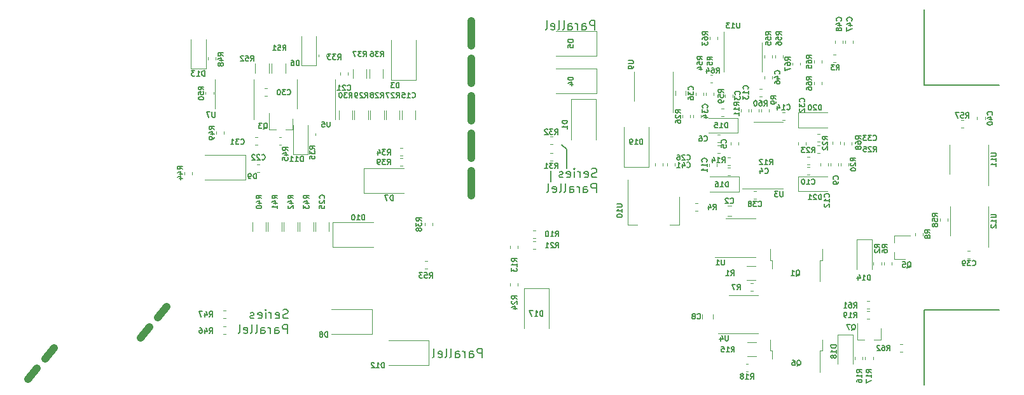
<source format=gbr>
G04 #@! TF.GenerationSoftware,KiCad,Pcbnew,5.1.4+dfsg1-1*
G04 #@! TF.CreationDate,2020-04-05T14:55:26+02:00*
G04 #@! TF.ProjectId,led-multiott,6c65642d-6d75-46c7-9469-6f74742e6b69,rev?*
G04 #@! TF.SameCoordinates,Original*
G04 #@! TF.FileFunction,Legend,Bot*
G04 #@! TF.FilePolarity,Positive*
%FSLAX46Y46*%
G04 Gerber Fmt 4.6, Leading zero omitted, Abs format (unit mm)*
G04 Created by KiCad (PCBNEW 5.1.4+dfsg1-1) date 2020-04-05 14:55:26*
%MOMM*%
%LPD*%
G04 APERTURE LIST*
%ADD10C,1.000000*%
%ADD11C,0.200000*%
%ADD12C,0.120000*%
%ADD13C,0.150000*%
G04 APERTURE END LIST*
D10*
X121914214Y-97835786D02*
X120750000Y-99250000D01*
X124164214Y-95085786D02*
X123000000Y-96500000D01*
X136914214Y-92335786D02*
X135750000Y-93750000D01*
X139164214Y-89585786D02*
X138000000Y-91000000D01*
X179750000Y-54750000D02*
X179750000Y-51500000D01*
X179750000Y-59750000D02*
X179750000Y-56500000D01*
X179750000Y-64750000D02*
X179750000Y-61500000D01*
X179750000Y-69750000D02*
X179750000Y-66500000D01*
X179750000Y-74750000D02*
X179750000Y-71500000D01*
D11*
X181184285Y-96342857D02*
X181184285Y-95142857D01*
X180727142Y-95142857D01*
X180612857Y-95200000D01*
X180555714Y-95257142D01*
X180498571Y-95371428D01*
X180498571Y-95542857D01*
X180555714Y-95657142D01*
X180612857Y-95714285D01*
X180727142Y-95771428D01*
X181184285Y-95771428D01*
X179470000Y-96342857D02*
X179470000Y-95714285D01*
X179527142Y-95600000D01*
X179641428Y-95542857D01*
X179870000Y-95542857D01*
X179984285Y-95600000D01*
X179470000Y-96285714D02*
X179584285Y-96342857D01*
X179870000Y-96342857D01*
X179984285Y-96285714D01*
X180041428Y-96171428D01*
X180041428Y-96057142D01*
X179984285Y-95942857D01*
X179870000Y-95885714D01*
X179584285Y-95885714D01*
X179470000Y-95828571D01*
X178898571Y-96342857D02*
X178898571Y-95542857D01*
X178898571Y-95771428D02*
X178841428Y-95657142D01*
X178784285Y-95600000D01*
X178670000Y-95542857D01*
X178555714Y-95542857D01*
X177641428Y-96342857D02*
X177641428Y-95714285D01*
X177698571Y-95600000D01*
X177812857Y-95542857D01*
X178041428Y-95542857D01*
X178155714Y-95600000D01*
X177641428Y-96285714D02*
X177755714Y-96342857D01*
X178041428Y-96342857D01*
X178155714Y-96285714D01*
X178212857Y-96171428D01*
X178212857Y-96057142D01*
X178155714Y-95942857D01*
X178041428Y-95885714D01*
X177755714Y-95885714D01*
X177641428Y-95828571D01*
X176898571Y-96342857D02*
X177012857Y-96285714D01*
X177070000Y-96171428D01*
X177070000Y-95142857D01*
X176270000Y-96342857D02*
X176384285Y-96285714D01*
X176441428Y-96171428D01*
X176441428Y-95142857D01*
X175355714Y-96285714D02*
X175470000Y-96342857D01*
X175698571Y-96342857D01*
X175812857Y-96285714D01*
X175870000Y-96171428D01*
X175870000Y-95714285D01*
X175812857Y-95600000D01*
X175698571Y-95542857D01*
X175470000Y-95542857D01*
X175355714Y-95600000D01*
X175298571Y-95714285D01*
X175298571Y-95828571D01*
X175870000Y-95942857D01*
X174612857Y-96342857D02*
X174727142Y-96285714D01*
X174784285Y-96171428D01*
X174784285Y-95142857D01*
X190300000Y-72900000D02*
X190300000Y-71500000D01*
X192400000Y-68600000D02*
X191800000Y-68000000D01*
X192400000Y-71100000D02*
X192400000Y-68600000D01*
X196441428Y-72285714D02*
X196270000Y-72342857D01*
X195984285Y-72342857D01*
X195870000Y-72285714D01*
X195812857Y-72228571D01*
X195755714Y-72114285D01*
X195755714Y-72000000D01*
X195812857Y-71885714D01*
X195870000Y-71828571D01*
X195984285Y-71771428D01*
X196212857Y-71714285D01*
X196327142Y-71657142D01*
X196384285Y-71600000D01*
X196441428Y-71485714D01*
X196441428Y-71371428D01*
X196384285Y-71257142D01*
X196327142Y-71200000D01*
X196212857Y-71142857D01*
X195927142Y-71142857D01*
X195755714Y-71200000D01*
X194784285Y-72285714D02*
X194898571Y-72342857D01*
X195127142Y-72342857D01*
X195241428Y-72285714D01*
X195298571Y-72171428D01*
X195298571Y-71714285D01*
X195241428Y-71600000D01*
X195127142Y-71542857D01*
X194898571Y-71542857D01*
X194784285Y-71600000D01*
X194727142Y-71714285D01*
X194727142Y-71828571D01*
X195298571Y-71942857D01*
X194212857Y-72342857D02*
X194212857Y-71542857D01*
X194212857Y-71771428D02*
X194155714Y-71657142D01*
X194098571Y-71600000D01*
X193984285Y-71542857D01*
X193870000Y-71542857D01*
X193470000Y-72342857D02*
X193470000Y-71542857D01*
X193470000Y-71142857D02*
X193527142Y-71200000D01*
X193470000Y-71257142D01*
X193412857Y-71200000D01*
X193470000Y-71142857D01*
X193470000Y-71257142D01*
X192441428Y-72285714D02*
X192555714Y-72342857D01*
X192784285Y-72342857D01*
X192898571Y-72285714D01*
X192955714Y-72171428D01*
X192955714Y-71714285D01*
X192898571Y-71600000D01*
X192784285Y-71542857D01*
X192555714Y-71542857D01*
X192441428Y-71600000D01*
X192384285Y-71714285D01*
X192384285Y-71828571D01*
X192955714Y-71942857D01*
X191927142Y-72285714D02*
X191812857Y-72342857D01*
X191584285Y-72342857D01*
X191470000Y-72285714D01*
X191412857Y-72171428D01*
X191412857Y-72114285D01*
X191470000Y-72000000D01*
X191584285Y-71942857D01*
X191755714Y-71942857D01*
X191870000Y-71885714D01*
X191927142Y-71771428D01*
X191927142Y-71714285D01*
X191870000Y-71600000D01*
X191755714Y-71542857D01*
X191584285Y-71542857D01*
X191470000Y-71600000D01*
X196384285Y-74342857D02*
X196384285Y-73142857D01*
X195927142Y-73142857D01*
X195812857Y-73200000D01*
X195755714Y-73257142D01*
X195698571Y-73371428D01*
X195698571Y-73542857D01*
X195755714Y-73657142D01*
X195812857Y-73714285D01*
X195927142Y-73771428D01*
X196384285Y-73771428D01*
X194670000Y-74342857D02*
X194670000Y-73714285D01*
X194727142Y-73600000D01*
X194841428Y-73542857D01*
X195070000Y-73542857D01*
X195184285Y-73600000D01*
X194670000Y-74285714D02*
X194784285Y-74342857D01*
X195070000Y-74342857D01*
X195184285Y-74285714D01*
X195241428Y-74171428D01*
X195241428Y-74057142D01*
X195184285Y-73942857D01*
X195070000Y-73885714D01*
X194784285Y-73885714D01*
X194670000Y-73828571D01*
X194098571Y-74342857D02*
X194098571Y-73542857D01*
X194098571Y-73771428D02*
X194041428Y-73657142D01*
X193984285Y-73600000D01*
X193870000Y-73542857D01*
X193755714Y-73542857D01*
X192841428Y-74342857D02*
X192841428Y-73714285D01*
X192898571Y-73600000D01*
X193012857Y-73542857D01*
X193241428Y-73542857D01*
X193355714Y-73600000D01*
X192841428Y-74285714D02*
X192955714Y-74342857D01*
X193241428Y-74342857D01*
X193355714Y-74285714D01*
X193412857Y-74171428D01*
X193412857Y-74057142D01*
X193355714Y-73942857D01*
X193241428Y-73885714D01*
X192955714Y-73885714D01*
X192841428Y-73828571D01*
X192098571Y-74342857D02*
X192212857Y-74285714D01*
X192270000Y-74171428D01*
X192270000Y-73142857D01*
X191470000Y-74342857D02*
X191584285Y-74285714D01*
X191641428Y-74171428D01*
X191641428Y-73142857D01*
X190555714Y-74285714D02*
X190670000Y-74342857D01*
X190898571Y-74342857D01*
X191012857Y-74285714D01*
X191070000Y-74171428D01*
X191070000Y-73714285D01*
X191012857Y-73600000D01*
X190898571Y-73542857D01*
X190670000Y-73542857D01*
X190555714Y-73600000D01*
X190498571Y-73714285D01*
X190498571Y-73828571D01*
X191070000Y-73942857D01*
X189812857Y-74342857D02*
X189927142Y-74285714D01*
X189984285Y-74171428D01*
X189984285Y-73142857D01*
X196184285Y-52642857D02*
X196184285Y-51442857D01*
X195727142Y-51442857D01*
X195612857Y-51500000D01*
X195555714Y-51557142D01*
X195498571Y-51671428D01*
X195498571Y-51842857D01*
X195555714Y-51957142D01*
X195612857Y-52014285D01*
X195727142Y-52071428D01*
X196184285Y-52071428D01*
X194470000Y-52642857D02*
X194470000Y-52014285D01*
X194527142Y-51900000D01*
X194641428Y-51842857D01*
X194870000Y-51842857D01*
X194984285Y-51900000D01*
X194470000Y-52585714D02*
X194584285Y-52642857D01*
X194870000Y-52642857D01*
X194984285Y-52585714D01*
X195041428Y-52471428D01*
X195041428Y-52357142D01*
X194984285Y-52242857D01*
X194870000Y-52185714D01*
X194584285Y-52185714D01*
X194470000Y-52128571D01*
X193898571Y-52642857D02*
X193898571Y-51842857D01*
X193898571Y-52071428D02*
X193841428Y-51957142D01*
X193784285Y-51900000D01*
X193670000Y-51842857D01*
X193555714Y-51842857D01*
X192641428Y-52642857D02*
X192641428Y-52014285D01*
X192698571Y-51900000D01*
X192812857Y-51842857D01*
X193041428Y-51842857D01*
X193155714Y-51900000D01*
X192641428Y-52585714D02*
X192755714Y-52642857D01*
X193041428Y-52642857D01*
X193155714Y-52585714D01*
X193212857Y-52471428D01*
X193212857Y-52357142D01*
X193155714Y-52242857D01*
X193041428Y-52185714D01*
X192755714Y-52185714D01*
X192641428Y-52128571D01*
X191898571Y-52642857D02*
X192012857Y-52585714D01*
X192070000Y-52471428D01*
X192070000Y-51442857D01*
X191270000Y-52642857D02*
X191384285Y-52585714D01*
X191441428Y-52471428D01*
X191441428Y-51442857D01*
X190355714Y-52585714D02*
X190470000Y-52642857D01*
X190698571Y-52642857D01*
X190812857Y-52585714D01*
X190870000Y-52471428D01*
X190870000Y-52014285D01*
X190812857Y-51900000D01*
X190698571Y-51842857D01*
X190470000Y-51842857D01*
X190355714Y-51900000D01*
X190298571Y-52014285D01*
X190298571Y-52128571D01*
X190870000Y-52242857D01*
X189612857Y-52642857D02*
X189727142Y-52585714D01*
X189784285Y-52471428D01*
X189784285Y-51442857D01*
X240000000Y-60000000D02*
X250000000Y-60000000D01*
X240000000Y-50000000D02*
X240000000Y-60000000D01*
X240000000Y-90000000D02*
X250000000Y-90000000D01*
X240000000Y-100000000D02*
X240000000Y-90000000D01*
X155341428Y-91085714D02*
X155170000Y-91142857D01*
X154884285Y-91142857D01*
X154770000Y-91085714D01*
X154712857Y-91028571D01*
X154655714Y-90914285D01*
X154655714Y-90800000D01*
X154712857Y-90685714D01*
X154770000Y-90628571D01*
X154884285Y-90571428D01*
X155112857Y-90514285D01*
X155227142Y-90457142D01*
X155284285Y-90400000D01*
X155341428Y-90285714D01*
X155341428Y-90171428D01*
X155284285Y-90057142D01*
X155227142Y-90000000D01*
X155112857Y-89942857D01*
X154827142Y-89942857D01*
X154655714Y-90000000D01*
X153684285Y-91085714D02*
X153798571Y-91142857D01*
X154027142Y-91142857D01*
X154141428Y-91085714D01*
X154198571Y-90971428D01*
X154198571Y-90514285D01*
X154141428Y-90400000D01*
X154027142Y-90342857D01*
X153798571Y-90342857D01*
X153684285Y-90400000D01*
X153627142Y-90514285D01*
X153627142Y-90628571D01*
X154198571Y-90742857D01*
X153112857Y-91142857D02*
X153112857Y-90342857D01*
X153112857Y-90571428D02*
X153055714Y-90457142D01*
X152998571Y-90400000D01*
X152884285Y-90342857D01*
X152770000Y-90342857D01*
X152370000Y-91142857D02*
X152370000Y-90342857D01*
X152370000Y-89942857D02*
X152427142Y-90000000D01*
X152370000Y-90057142D01*
X152312857Y-90000000D01*
X152370000Y-89942857D01*
X152370000Y-90057142D01*
X151341428Y-91085714D02*
X151455714Y-91142857D01*
X151684285Y-91142857D01*
X151798571Y-91085714D01*
X151855714Y-90971428D01*
X151855714Y-90514285D01*
X151798571Y-90400000D01*
X151684285Y-90342857D01*
X151455714Y-90342857D01*
X151341428Y-90400000D01*
X151284285Y-90514285D01*
X151284285Y-90628571D01*
X151855714Y-90742857D01*
X150827142Y-91085714D02*
X150712857Y-91142857D01*
X150484285Y-91142857D01*
X150370000Y-91085714D01*
X150312857Y-90971428D01*
X150312857Y-90914285D01*
X150370000Y-90800000D01*
X150484285Y-90742857D01*
X150655714Y-90742857D01*
X150770000Y-90685714D01*
X150827142Y-90571428D01*
X150827142Y-90514285D01*
X150770000Y-90400000D01*
X150655714Y-90342857D01*
X150484285Y-90342857D01*
X150370000Y-90400000D01*
X155284285Y-93142857D02*
X155284285Y-91942857D01*
X154827142Y-91942857D01*
X154712857Y-92000000D01*
X154655714Y-92057142D01*
X154598571Y-92171428D01*
X154598571Y-92342857D01*
X154655714Y-92457142D01*
X154712857Y-92514285D01*
X154827142Y-92571428D01*
X155284285Y-92571428D01*
X153570000Y-93142857D02*
X153570000Y-92514285D01*
X153627142Y-92400000D01*
X153741428Y-92342857D01*
X153970000Y-92342857D01*
X154084285Y-92400000D01*
X153570000Y-93085714D02*
X153684285Y-93142857D01*
X153970000Y-93142857D01*
X154084285Y-93085714D01*
X154141428Y-92971428D01*
X154141428Y-92857142D01*
X154084285Y-92742857D01*
X153970000Y-92685714D01*
X153684285Y-92685714D01*
X153570000Y-92628571D01*
X152998571Y-93142857D02*
X152998571Y-92342857D01*
X152998571Y-92571428D02*
X152941428Y-92457142D01*
X152884285Y-92400000D01*
X152770000Y-92342857D01*
X152655714Y-92342857D01*
X151741428Y-93142857D02*
X151741428Y-92514285D01*
X151798571Y-92400000D01*
X151912857Y-92342857D01*
X152141428Y-92342857D01*
X152255714Y-92400000D01*
X151741428Y-93085714D02*
X151855714Y-93142857D01*
X152141428Y-93142857D01*
X152255714Y-93085714D01*
X152312857Y-92971428D01*
X152312857Y-92857142D01*
X152255714Y-92742857D01*
X152141428Y-92685714D01*
X151855714Y-92685714D01*
X151741428Y-92628571D01*
X150998571Y-93142857D02*
X151112857Y-93085714D01*
X151170000Y-92971428D01*
X151170000Y-91942857D01*
X150370000Y-93142857D02*
X150484285Y-93085714D01*
X150541428Y-92971428D01*
X150541428Y-91942857D01*
X149455714Y-93085714D02*
X149570000Y-93142857D01*
X149798571Y-93142857D01*
X149912857Y-93085714D01*
X149970000Y-92971428D01*
X149970000Y-92514285D01*
X149912857Y-92400000D01*
X149798571Y-92342857D01*
X149570000Y-92342857D01*
X149455714Y-92400000D01*
X149398571Y-92514285D01*
X149398571Y-92628571D01*
X149970000Y-92742857D01*
X148712857Y-93142857D02*
X148827142Y-93085714D01*
X148884285Y-92971428D01*
X148884285Y-91942857D01*
D12*
X229390000Y-67962779D02*
X229390000Y-67637221D01*
X230410000Y-67962779D02*
X230410000Y-67637221D01*
X222490000Y-57362779D02*
X222490000Y-57037221D01*
X223510000Y-57362779D02*
X223510000Y-57037221D01*
X225390000Y-59962779D02*
X225390000Y-59637221D01*
X226410000Y-59962779D02*
X226410000Y-59637221D01*
X225390000Y-57062779D02*
X225390000Y-56737221D01*
X226410000Y-57062779D02*
X226410000Y-56737221D01*
X211537221Y-58690000D02*
X211862779Y-58690000D01*
X211537221Y-59710000D02*
X211862779Y-59710000D01*
X211490000Y-53962779D02*
X211490000Y-53637221D01*
X212510000Y-53962779D02*
X212510000Y-53637221D01*
X237162779Y-95610000D02*
X236837221Y-95610000D01*
X237162779Y-94590000D02*
X236837221Y-94590000D01*
X232712779Y-89860000D02*
X232387221Y-89860000D01*
X232712779Y-88840000D02*
X232387221Y-88840000D01*
X228140000Y-54462779D02*
X228140000Y-54137221D01*
X229160000Y-54462779D02*
X229160000Y-54137221D01*
X229540000Y-54462779D02*
X229540000Y-54137221D01*
X230560000Y-54462779D02*
X230560000Y-54137221D01*
X219810000Y-58887221D02*
X219810000Y-59212779D01*
X218790000Y-58887221D02*
X218790000Y-59212779D01*
X218790000Y-56412779D02*
X218790000Y-56087221D01*
X219810000Y-56412779D02*
X219810000Y-56087221D01*
X213340000Y-56350000D02*
X213340000Y-52900000D01*
X213340000Y-56350000D02*
X213340000Y-58300000D01*
X218460000Y-56350000D02*
X218460000Y-54400000D01*
X218460000Y-56350000D02*
X218460000Y-58300000D01*
X218087221Y-60540000D02*
X218412779Y-60540000D01*
X218087221Y-61560000D02*
X218412779Y-61560000D01*
X214510000Y-61337221D02*
X214510000Y-61662779D01*
X213490000Y-61337221D02*
X213490000Y-61662779D01*
X221137221Y-63640000D02*
X221462779Y-63640000D01*
X221137221Y-64660000D02*
X221462779Y-64660000D01*
X218010000Y-63237221D02*
X218010000Y-63562779D01*
X216990000Y-63237221D02*
X216990000Y-63562779D01*
X184940000Y-86812779D02*
X184940000Y-86487221D01*
X185960000Y-86812779D02*
X185960000Y-86487221D01*
X188262779Y-80410000D02*
X187937221Y-80410000D01*
X188262779Y-79390000D02*
X187937221Y-79390000D01*
X220190000Y-56412779D02*
X220190000Y-56087221D01*
X221210000Y-56412779D02*
X221210000Y-56087221D01*
X209640000Y-61362779D02*
X209640000Y-61037221D01*
X210660000Y-61362779D02*
X210660000Y-61037221D01*
X207840000Y-64362779D02*
X207840000Y-64037221D01*
X208860000Y-64362779D02*
X208860000Y-64037221D01*
X188262779Y-81860000D02*
X187937221Y-81860000D01*
X188262779Y-80840000D02*
X187937221Y-80840000D01*
X184940000Y-81762779D02*
X184940000Y-81437221D01*
X185960000Y-81762779D02*
X185960000Y-81437221D01*
X210990000Y-61362779D02*
X210990000Y-61037221D01*
X212010000Y-61362779D02*
X212010000Y-61037221D01*
X209862779Y-76810000D02*
X209537221Y-76810000D01*
X209862779Y-75790000D02*
X209537221Y-75790000D01*
X228262779Y-56960000D02*
X227937221Y-56960000D01*
X228262779Y-55940000D02*
X227937221Y-55940000D01*
X248610000Y-78150000D02*
X248610000Y-81600000D01*
X248610000Y-78150000D02*
X248610000Y-76200000D01*
X243490000Y-78150000D02*
X243490000Y-80100000D01*
X243490000Y-78150000D02*
X243490000Y-76200000D01*
X248560000Y-69950000D02*
X248560000Y-73400000D01*
X248560000Y-69950000D02*
X248560000Y-68000000D01*
X243440000Y-69950000D02*
X243440000Y-71900000D01*
X243440000Y-69950000D02*
X243440000Y-68000000D01*
X243160000Y-77849720D02*
X243160000Y-78175278D01*
X242140000Y-77849720D02*
X242140000Y-78175278D01*
X245262779Y-65710000D02*
X244937221Y-65710000D01*
X245262779Y-64690000D02*
X244937221Y-64690000D01*
X213887221Y-69690000D02*
X214212779Y-69690000D01*
X213887221Y-70710000D02*
X214212779Y-70710000D01*
X227260000Y-70487221D02*
X227260000Y-70812779D01*
X226240000Y-70487221D02*
X226240000Y-70812779D01*
X211390000Y-70862779D02*
X211390000Y-70537221D01*
X212410000Y-70862779D02*
X212410000Y-70537221D01*
X206890000Y-61358578D02*
X206890000Y-60841422D01*
X208310000Y-61358578D02*
X208310000Y-60841422D01*
X173537221Y-83490000D02*
X173862779Y-83490000D01*
X173537221Y-84510000D02*
X173862779Y-84510000D01*
X173590000Y-78762779D02*
X173590000Y-78437221D01*
X174610000Y-78762779D02*
X174610000Y-78437221D01*
X219820000Y-95470000D02*
X219820000Y-96570000D01*
X219550000Y-95470000D02*
X219820000Y-95470000D01*
X219550000Y-93970000D02*
X219550000Y-95470000D01*
X226180000Y-95470000D02*
X226180000Y-98300000D01*
X226450000Y-95470000D02*
X226180000Y-95470000D01*
X226450000Y-93970000D02*
X226450000Y-95470000D01*
X219820000Y-83370000D02*
X219820000Y-84470000D01*
X219550000Y-83370000D02*
X219820000Y-83370000D01*
X219550000Y-81870000D02*
X219550000Y-83370000D01*
X226180000Y-83370000D02*
X226180000Y-86200000D01*
X226450000Y-83370000D02*
X226180000Y-83370000D01*
X226450000Y-81870000D02*
X226450000Y-83370000D01*
X146737221Y-92190000D02*
X147062779Y-92190000D01*
X146737221Y-93210000D02*
X147062779Y-93210000D01*
X190562779Y-70110000D02*
X190237221Y-70110000D01*
X190562779Y-69090000D02*
X190237221Y-69090000D01*
X174100000Y-94050000D02*
X168700000Y-94050000D01*
X174100000Y-97350000D02*
X168700000Y-97350000D01*
X174100000Y-94050000D02*
X174100000Y-97350000D01*
X196400000Y-52850000D02*
X191000000Y-52850000D01*
X196400000Y-56150000D02*
X191000000Y-56150000D01*
X196400000Y-52850000D02*
X196400000Y-56150000D01*
X144390000Y-61262779D02*
X144390000Y-60937221D01*
X145410000Y-61262779D02*
X145410000Y-60937221D01*
X154462779Y-68010000D02*
X154137221Y-68010000D01*
X154462779Y-66990000D02*
X154137221Y-66990000D01*
X150760000Y-61200000D02*
X150760000Y-64650000D01*
X150760000Y-61200000D02*
X150760000Y-59250000D01*
X145640000Y-61200000D02*
X145640000Y-63150000D01*
X145640000Y-61200000D02*
X145640000Y-59250000D01*
X161660000Y-61200000D02*
X161660000Y-64650000D01*
X161660000Y-61200000D02*
X161660000Y-59250000D01*
X156540000Y-61200000D02*
X156540000Y-63150000D01*
X156540000Y-61200000D02*
X156540000Y-59250000D01*
X155980000Y-65960000D02*
X155980000Y-64500000D01*
X152820000Y-65960000D02*
X152820000Y-63800000D01*
X152820000Y-65960000D02*
X153750000Y-65960000D01*
X155980000Y-65960000D02*
X155050000Y-65960000D01*
X200590000Y-72650000D02*
X200590000Y-78660000D01*
X207410000Y-74900000D02*
X207410000Y-78660000D01*
X200590000Y-78660000D02*
X201850000Y-78660000D01*
X207410000Y-78660000D02*
X206150000Y-78660000D01*
X206560000Y-60200000D02*
X206560000Y-63650000D01*
X206560000Y-60200000D02*
X206560000Y-58250000D01*
X201440000Y-60200000D02*
X201440000Y-62150000D01*
X201440000Y-60200000D02*
X201440000Y-58250000D01*
X216000000Y-93160000D02*
X212550000Y-93160000D01*
X216000000Y-93160000D02*
X217950000Y-93160000D01*
X216000000Y-88040000D02*
X214050000Y-88040000D01*
X216000000Y-88040000D02*
X217950000Y-88040000D01*
X219300000Y-73835000D02*
X215850000Y-73835000D01*
X219300000Y-73835000D02*
X221250000Y-73835000D01*
X219300000Y-64965000D02*
X217350000Y-64965000D01*
X219300000Y-64965000D02*
X221250000Y-64965000D01*
X215600000Y-82960000D02*
X212150000Y-82960000D01*
X215600000Y-82960000D02*
X217550000Y-82960000D01*
X215600000Y-77840000D02*
X213650000Y-77840000D01*
X215600000Y-77840000D02*
X217550000Y-77840000D01*
X146810000Y-66237221D02*
X146810000Y-66562779D01*
X145790000Y-66237221D02*
X145790000Y-66562779D01*
X145710000Y-56337221D02*
X145710000Y-56662779D01*
X144690000Y-56337221D02*
X144690000Y-56662779D01*
X147062779Y-91110000D02*
X146737221Y-91110000D01*
X147062779Y-90090000D02*
X146737221Y-90090000D01*
X142610000Y-71637221D02*
X142610000Y-71962779D01*
X141590000Y-71637221D02*
X141590000Y-71962779D01*
X170237221Y-69790000D02*
X170562779Y-69790000D01*
X170237221Y-70810000D02*
X170562779Y-70810000D01*
X157990000Y-66762779D02*
X157990000Y-66437221D01*
X159010000Y-66762779D02*
X159010000Y-66437221D01*
X170237221Y-68390000D02*
X170562779Y-68390000D01*
X170237221Y-69410000D02*
X170562779Y-69410000D01*
X160410000Y-55937221D02*
X160410000Y-56262779D01*
X159390000Y-55937221D02*
X159390000Y-56262779D01*
X190562779Y-67910000D02*
X190237221Y-67910000D01*
X190562779Y-66890000D02*
X190237221Y-66890000D01*
X226112779Y-69060000D02*
X225787221Y-69060000D01*
X226112779Y-68040000D02*
X225787221Y-68040000D01*
X224762779Y-70660000D02*
X224437221Y-70660000D01*
X224762779Y-69640000D02*
X224437221Y-69640000D01*
X228810000Y-67587221D02*
X228810000Y-67912779D01*
X227790000Y-67587221D02*
X227790000Y-67912779D01*
X228940000Y-70762779D02*
X228940000Y-70437221D01*
X229960000Y-70762779D02*
X229960000Y-70437221D01*
X232712779Y-91210000D02*
X232387221Y-91210000D01*
X232712779Y-90190000D02*
X232387221Y-90190000D01*
X216287221Y-97190000D02*
X216612779Y-97190000D01*
X216287221Y-98210000D02*
X216612779Y-98210000D01*
X233210000Y-96287221D02*
X233210000Y-96612779D01*
X232190000Y-96287221D02*
X232190000Y-96612779D01*
X230790000Y-96612779D02*
X230790000Y-96287221D01*
X231810000Y-96612779D02*
X231810000Y-96287221D01*
X217702064Y-96160000D02*
X216497936Y-96160000D01*
X217702064Y-94340000D02*
X216497936Y-94340000D01*
X212487221Y-68090000D02*
X212812779Y-68090000D01*
X212487221Y-69110000D02*
X212812779Y-69110000D01*
X213037221Y-63140000D02*
X213362779Y-63140000D01*
X213037221Y-64160000D02*
X213362779Y-64160000D01*
X218340000Y-63562779D02*
X218340000Y-63237221D01*
X219360000Y-63562779D02*
X219360000Y-63237221D01*
X239860000Y-79737221D02*
X239860000Y-80062779D01*
X238840000Y-79737221D02*
X238840000Y-80062779D01*
X216887221Y-86490000D02*
X217212779Y-86490000D01*
X216887221Y-87510000D02*
X217212779Y-87510000D01*
X235710000Y-83687221D02*
X235710000Y-84012779D01*
X234690000Y-83687221D02*
X234690000Y-84012779D01*
X233290000Y-84012779D02*
X233290000Y-83687221D01*
X234310000Y-84012779D02*
X234310000Y-83687221D01*
X217602064Y-86010000D02*
X216397936Y-86010000D01*
X217602064Y-84190000D02*
X216397936Y-84190000D01*
X234280000Y-93960000D02*
X234280000Y-92500000D01*
X231120000Y-93960000D02*
X231120000Y-91800000D01*
X231120000Y-93960000D02*
X232050000Y-93960000D01*
X234280000Y-93960000D02*
X233350000Y-93960000D01*
X236040000Y-83230000D02*
X237500000Y-83230000D01*
X236040000Y-80070000D02*
X238200000Y-80070000D01*
X236040000Y-80070000D02*
X236040000Y-81000000D01*
X236040000Y-83230000D02*
X236040000Y-82300000D01*
X223250000Y-74200000D02*
X227150000Y-74200000D01*
X223250000Y-72200000D02*
X227150000Y-72200000D01*
X223250000Y-74200000D02*
X223250000Y-72200000D01*
X223250000Y-65700000D02*
X227150000Y-65700000D01*
X223250000Y-63700000D02*
X227150000Y-63700000D01*
X223250000Y-65700000D02*
X223250000Y-63700000D01*
X203350000Y-71000000D02*
X203350000Y-65600000D01*
X200050000Y-71000000D02*
X200050000Y-65600000D01*
X203350000Y-71000000D02*
X200050000Y-71000000D01*
X228550000Y-93300000D02*
X228550000Y-97200000D01*
X230550000Y-93300000D02*
X230550000Y-97200000D01*
X228550000Y-93300000D02*
X230550000Y-93300000D01*
X186750000Y-87100000D02*
X186750000Y-92500000D01*
X190050000Y-87100000D02*
X190050000Y-92500000D01*
X186750000Y-87100000D02*
X190050000Y-87100000D01*
X215350000Y-72250000D02*
X211450000Y-72250000D01*
X215350000Y-74250000D02*
X211450000Y-74250000D01*
X215350000Y-72250000D02*
X215350000Y-74250000D01*
X215200000Y-64400000D02*
X211300000Y-64400000D01*
X215200000Y-66400000D02*
X211300000Y-66400000D01*
X215200000Y-64400000D02*
X215200000Y-66400000D01*
X231050000Y-80650000D02*
X231050000Y-84550000D01*
X233050000Y-80650000D02*
X233050000Y-84550000D01*
X231050000Y-80650000D02*
X233050000Y-80650000D01*
X158000000Y-69250000D02*
X158000000Y-65350000D01*
X156000000Y-69250000D02*
X156000000Y-65350000D01*
X158000000Y-69250000D02*
X156000000Y-69250000D01*
X193050000Y-61900000D02*
X193050000Y-67300000D01*
X196350000Y-61900000D02*
X196350000Y-67300000D01*
X193050000Y-61900000D02*
X196350000Y-61900000D01*
X204190000Y-70762779D02*
X204190000Y-70437221D01*
X205210000Y-70762779D02*
X205210000Y-70437221D01*
X247090000Y-64612779D02*
X247090000Y-64287221D01*
X248110000Y-64612779D02*
X248110000Y-64287221D01*
X245787221Y-82140000D02*
X246112779Y-82140000D01*
X245787221Y-83160000D02*
X246112779Y-83160000D01*
X217662779Y-75210000D02*
X217337221Y-75210000D01*
X217662779Y-74190000D02*
X217337221Y-74190000D01*
X209290000Y-64362779D02*
X209290000Y-64037221D01*
X210310000Y-64362779D02*
X210310000Y-64037221D01*
X225774721Y-66590000D02*
X226100279Y-66590000D01*
X225774721Y-67610000D02*
X226100279Y-67610000D01*
X224310000Y-67674722D02*
X224310000Y-68000280D01*
X223290000Y-67674722D02*
X223290000Y-68000280D01*
X150937221Y-66990000D02*
X151262779Y-66990000D01*
X150937221Y-68010000D02*
X151262779Y-68010000D01*
X152562779Y-61510000D02*
X152237221Y-61510000D01*
X152562779Y-60490000D02*
X152237221Y-60490000D01*
X205790000Y-70762779D02*
X205790000Y-70437221D01*
X206810000Y-70762779D02*
X206810000Y-70437221D01*
X151562779Y-71610000D02*
X151237221Y-71610000D01*
X151562779Y-70590000D02*
X151237221Y-70590000D01*
X163310000Y-58337221D02*
X163310000Y-58662779D01*
X162290000Y-58337221D02*
X162290000Y-58662779D01*
X224437221Y-70990000D02*
X224762779Y-70990000D01*
X224437221Y-72010000D02*
X224762779Y-72010000D01*
X228610000Y-70437221D02*
X228610000Y-70762779D01*
X227590000Y-70437221D02*
X227590000Y-70762779D01*
X210490000Y-91158578D02*
X210490000Y-90641422D01*
X211910000Y-91158578D02*
X211910000Y-90641422D01*
X212812779Y-67660000D02*
X212487221Y-67660000D01*
X212812779Y-66640000D02*
X212487221Y-66640000D01*
X215310000Y-67687221D02*
X215310000Y-68012779D01*
X214290000Y-67687221D02*
X214290000Y-68012779D01*
X214212779Y-72060000D02*
X213887221Y-72060000D01*
X214212779Y-71040000D02*
X213887221Y-71040000D01*
X215640000Y-63562779D02*
X215640000Y-63237221D01*
X216660000Y-63562779D02*
X216660000Y-63237221D01*
X214358578Y-77510000D02*
X213841422Y-77510000D01*
X214358578Y-76090000D02*
X213841422Y-76090000D01*
X144400000Y-57850000D02*
X144400000Y-53950000D01*
X142400000Y-57850000D02*
X142400000Y-53950000D01*
X144400000Y-57850000D02*
X142400000Y-57850000D01*
X149700000Y-69350000D02*
X144300000Y-69350000D01*
X149700000Y-72650000D02*
X144300000Y-72650000D01*
X149700000Y-69350000D02*
X149700000Y-72650000D01*
X166500000Y-89950000D02*
X161100000Y-89950000D01*
X166500000Y-93250000D02*
X161100000Y-93250000D01*
X166500000Y-89950000D02*
X166500000Y-93250000D01*
X165400000Y-74450000D02*
X170800000Y-74450000D01*
X165400000Y-71150000D02*
X170800000Y-71150000D01*
X165400000Y-74450000D02*
X165400000Y-71150000D01*
X159100000Y-57450000D02*
X159100000Y-53550000D01*
X157100000Y-57450000D02*
X157100000Y-53550000D01*
X159100000Y-57450000D02*
X157100000Y-57450000D01*
X196400000Y-57850000D02*
X191000000Y-57850000D01*
X196400000Y-61150000D02*
X191000000Y-61150000D01*
X196400000Y-57850000D02*
X196400000Y-61150000D01*
X152810000Y-57197936D02*
X152810000Y-58402064D01*
X150990000Y-57197936D02*
X150990000Y-58402064D01*
X155010000Y-57197936D02*
X155010000Y-58402064D01*
X153190000Y-57197936D02*
X153190000Y-58402064D01*
X156890000Y-79502064D02*
X156890000Y-78297936D01*
X158710000Y-79502064D02*
X158710000Y-78297936D01*
X154790000Y-79502064D02*
X154790000Y-78297936D01*
X156610000Y-79502064D02*
X156610000Y-78297936D01*
X152690000Y-79502064D02*
X152690000Y-78297936D01*
X154510000Y-79502064D02*
X154510000Y-78297936D01*
X150590000Y-79502064D02*
X150590000Y-78297936D01*
X152410000Y-79502064D02*
X152410000Y-78297936D01*
X165810000Y-57897936D02*
X165810000Y-59102064D01*
X163990000Y-57897936D02*
X163990000Y-59102064D01*
X168010000Y-57897936D02*
X168010000Y-59102064D01*
X166190000Y-57897936D02*
X166190000Y-59102064D01*
X161300000Y-81650000D02*
X166700000Y-81650000D01*
X161300000Y-78350000D02*
X166700000Y-78350000D01*
X161300000Y-81650000D02*
X161300000Y-78350000D01*
X158990000Y-79502064D02*
X158990000Y-78297936D01*
X160810000Y-79502064D02*
X160810000Y-78297936D01*
X162090000Y-64602064D02*
X162090000Y-63397936D01*
X163910000Y-64602064D02*
X163910000Y-63397936D01*
X164190000Y-64602065D02*
X164190000Y-63397937D01*
X166010000Y-64602065D02*
X166010000Y-63397937D01*
X166290000Y-64602064D02*
X166290000Y-63397936D01*
X168110000Y-64602064D02*
X168110000Y-63397936D01*
X168390000Y-64602064D02*
X168390000Y-63397936D01*
X170210000Y-64602064D02*
X170210000Y-63397936D01*
X172350000Y-59400000D02*
X172350000Y-54000000D01*
X169050000Y-59400000D02*
X169050000Y-54000000D01*
X172350000Y-59400000D02*
X169050000Y-59400000D01*
X170490000Y-64602064D02*
X170490000Y-63397936D01*
X172310000Y-64602064D02*
X172310000Y-63397936D01*
D13*
X231616666Y-67250000D02*
X231283333Y-67016666D01*
X231616666Y-66850000D02*
X230916666Y-66850000D01*
X230916666Y-67116666D01*
X230950000Y-67183333D01*
X230983333Y-67216666D01*
X231050000Y-67250000D01*
X231150000Y-67250000D01*
X231216666Y-67216666D01*
X231250000Y-67183333D01*
X231283333Y-67116666D01*
X231283333Y-66850000D01*
X230916666Y-67850000D02*
X230916666Y-67716666D01*
X230950000Y-67650000D01*
X230983333Y-67616666D01*
X231083333Y-67550000D01*
X231216666Y-67516666D01*
X231483333Y-67516666D01*
X231550000Y-67550000D01*
X231583333Y-67583333D01*
X231616666Y-67650000D01*
X231616666Y-67783333D01*
X231583333Y-67850000D01*
X231550000Y-67883333D01*
X231483333Y-67916666D01*
X231316666Y-67916666D01*
X231250000Y-67883333D01*
X231216666Y-67850000D01*
X231183333Y-67783333D01*
X231183333Y-67650000D01*
X231216666Y-67583333D01*
X231250000Y-67550000D01*
X231316666Y-67516666D01*
X231216666Y-68316666D02*
X231183333Y-68250000D01*
X231150000Y-68216666D01*
X231083333Y-68183333D01*
X231050000Y-68183333D01*
X230983333Y-68216666D01*
X230950000Y-68250000D01*
X230916666Y-68316666D01*
X230916666Y-68450000D01*
X230950000Y-68516666D01*
X230983333Y-68550000D01*
X231050000Y-68583333D01*
X231083333Y-68583333D01*
X231150000Y-68550000D01*
X231183333Y-68516666D01*
X231216666Y-68450000D01*
X231216666Y-68316666D01*
X231250000Y-68250000D01*
X231283333Y-68216666D01*
X231350000Y-68183333D01*
X231483333Y-68183333D01*
X231550000Y-68216666D01*
X231583333Y-68250000D01*
X231616666Y-68316666D01*
X231616666Y-68450000D01*
X231583333Y-68516666D01*
X231550000Y-68550000D01*
X231483333Y-68583333D01*
X231350000Y-68583333D01*
X231283333Y-68550000D01*
X231250000Y-68516666D01*
X231216666Y-68450000D01*
X222216666Y-56750000D02*
X221883333Y-56516666D01*
X222216666Y-56350000D02*
X221516666Y-56350000D01*
X221516666Y-56616666D01*
X221550000Y-56683333D01*
X221583333Y-56716666D01*
X221650000Y-56750000D01*
X221750000Y-56750000D01*
X221816666Y-56716666D01*
X221850000Y-56683333D01*
X221883333Y-56616666D01*
X221883333Y-56350000D01*
X221516666Y-57350000D02*
X221516666Y-57216666D01*
X221550000Y-57150000D01*
X221583333Y-57116666D01*
X221683333Y-57050000D01*
X221816666Y-57016666D01*
X222083333Y-57016666D01*
X222150000Y-57050000D01*
X222183333Y-57083333D01*
X222216666Y-57150000D01*
X222216666Y-57283333D01*
X222183333Y-57350000D01*
X222150000Y-57383333D01*
X222083333Y-57416666D01*
X221916666Y-57416666D01*
X221850000Y-57383333D01*
X221816666Y-57350000D01*
X221783333Y-57283333D01*
X221783333Y-57150000D01*
X221816666Y-57083333D01*
X221850000Y-57050000D01*
X221916666Y-57016666D01*
X221516666Y-57650000D02*
X221516666Y-58116666D01*
X222216666Y-57816666D01*
X225046666Y-59350000D02*
X224713333Y-59116666D01*
X225046666Y-58950000D02*
X224346666Y-58950000D01*
X224346666Y-59216666D01*
X224380000Y-59283333D01*
X224413333Y-59316666D01*
X224480000Y-59350000D01*
X224580000Y-59350000D01*
X224646666Y-59316666D01*
X224680000Y-59283333D01*
X224713333Y-59216666D01*
X224713333Y-58950000D01*
X224346666Y-59950000D02*
X224346666Y-59816666D01*
X224380000Y-59750000D01*
X224413333Y-59716666D01*
X224513333Y-59650000D01*
X224646666Y-59616666D01*
X224913333Y-59616666D01*
X224980000Y-59650000D01*
X225013333Y-59683333D01*
X225046666Y-59750000D01*
X225046666Y-59883333D01*
X225013333Y-59950000D01*
X224980000Y-59983333D01*
X224913333Y-60016666D01*
X224746666Y-60016666D01*
X224680000Y-59983333D01*
X224646666Y-59950000D01*
X224613333Y-59883333D01*
X224613333Y-59750000D01*
X224646666Y-59683333D01*
X224680000Y-59650000D01*
X224746666Y-59616666D01*
X224346666Y-60616666D02*
X224346666Y-60483333D01*
X224380000Y-60416666D01*
X224413333Y-60383333D01*
X224513333Y-60316666D01*
X224646666Y-60283333D01*
X224913333Y-60283333D01*
X224980000Y-60316666D01*
X225013333Y-60350000D01*
X225046666Y-60416666D01*
X225046666Y-60550000D01*
X225013333Y-60616666D01*
X224980000Y-60650000D01*
X224913333Y-60683333D01*
X224746666Y-60683333D01*
X224680000Y-60650000D01*
X224646666Y-60616666D01*
X224613333Y-60550000D01*
X224613333Y-60416666D01*
X224646666Y-60350000D01*
X224680000Y-60316666D01*
X224746666Y-60283333D01*
X225046666Y-56450000D02*
X224713333Y-56216666D01*
X225046666Y-56050000D02*
X224346666Y-56050000D01*
X224346666Y-56316666D01*
X224380000Y-56383333D01*
X224413333Y-56416666D01*
X224480000Y-56450000D01*
X224580000Y-56450000D01*
X224646666Y-56416666D01*
X224680000Y-56383333D01*
X224713333Y-56316666D01*
X224713333Y-56050000D01*
X224346666Y-57050000D02*
X224346666Y-56916666D01*
X224380000Y-56850000D01*
X224413333Y-56816666D01*
X224513333Y-56750000D01*
X224646666Y-56716666D01*
X224913333Y-56716666D01*
X224980000Y-56750000D01*
X225013333Y-56783333D01*
X225046666Y-56850000D01*
X225046666Y-56983333D01*
X225013333Y-57050000D01*
X224980000Y-57083333D01*
X224913333Y-57116666D01*
X224746666Y-57116666D01*
X224680000Y-57083333D01*
X224646666Y-57050000D01*
X224613333Y-56983333D01*
X224613333Y-56850000D01*
X224646666Y-56783333D01*
X224680000Y-56750000D01*
X224746666Y-56716666D01*
X224346666Y-57750000D02*
X224346666Y-57416666D01*
X224680000Y-57383333D01*
X224646666Y-57416666D01*
X224613333Y-57483333D01*
X224613333Y-57650000D01*
X224646666Y-57716666D01*
X224680000Y-57750000D01*
X224746666Y-57783333D01*
X224913333Y-57783333D01*
X224980000Y-57750000D01*
X225013333Y-57716666D01*
X225046666Y-57650000D01*
X225046666Y-57483333D01*
X225013333Y-57416666D01*
X224980000Y-57383333D01*
X212350000Y-58416666D02*
X212583333Y-58083333D01*
X212750000Y-58416666D02*
X212750000Y-57716666D01*
X212483333Y-57716666D01*
X212416666Y-57750000D01*
X212383333Y-57783333D01*
X212350000Y-57850000D01*
X212350000Y-57950000D01*
X212383333Y-58016666D01*
X212416666Y-58050000D01*
X212483333Y-58083333D01*
X212750000Y-58083333D01*
X211750000Y-57716666D02*
X211883333Y-57716666D01*
X211950000Y-57750000D01*
X211983333Y-57783333D01*
X212050000Y-57883333D01*
X212083333Y-58016666D01*
X212083333Y-58283333D01*
X212050000Y-58350000D01*
X212016666Y-58383333D01*
X211950000Y-58416666D01*
X211816666Y-58416666D01*
X211750000Y-58383333D01*
X211716666Y-58350000D01*
X211683333Y-58283333D01*
X211683333Y-58116666D01*
X211716666Y-58050000D01*
X211750000Y-58016666D01*
X211816666Y-57983333D01*
X211950000Y-57983333D01*
X212016666Y-58016666D01*
X212050000Y-58050000D01*
X212083333Y-58116666D01*
X211083333Y-57950000D02*
X211083333Y-58416666D01*
X211250000Y-57683333D02*
X211416666Y-58183333D01*
X210983333Y-58183333D01*
X211216666Y-53350000D02*
X210883333Y-53116666D01*
X211216666Y-52950000D02*
X210516666Y-52950000D01*
X210516666Y-53216666D01*
X210550000Y-53283333D01*
X210583333Y-53316666D01*
X210650000Y-53350000D01*
X210750000Y-53350000D01*
X210816666Y-53316666D01*
X210850000Y-53283333D01*
X210883333Y-53216666D01*
X210883333Y-52950000D01*
X210516666Y-53950000D02*
X210516666Y-53816666D01*
X210550000Y-53750000D01*
X210583333Y-53716666D01*
X210683333Y-53650000D01*
X210816666Y-53616666D01*
X211083333Y-53616666D01*
X211150000Y-53650000D01*
X211183333Y-53683333D01*
X211216666Y-53750000D01*
X211216666Y-53883333D01*
X211183333Y-53950000D01*
X211150000Y-53983333D01*
X211083333Y-54016666D01*
X210916666Y-54016666D01*
X210850000Y-53983333D01*
X210816666Y-53950000D01*
X210783333Y-53883333D01*
X210783333Y-53750000D01*
X210816666Y-53683333D01*
X210850000Y-53650000D01*
X210916666Y-53616666D01*
X210516666Y-54250000D02*
X210516666Y-54683333D01*
X210783333Y-54450000D01*
X210783333Y-54550000D01*
X210816666Y-54616666D01*
X210850000Y-54650000D01*
X210916666Y-54683333D01*
X211083333Y-54683333D01*
X211150000Y-54650000D01*
X211183333Y-54616666D01*
X211216666Y-54550000D01*
X211216666Y-54350000D01*
X211183333Y-54283333D01*
X211150000Y-54250000D01*
X235050000Y-95416666D02*
X235283333Y-95083333D01*
X235450000Y-95416666D02*
X235450000Y-94716666D01*
X235183333Y-94716666D01*
X235116666Y-94750000D01*
X235083333Y-94783333D01*
X235050000Y-94850000D01*
X235050000Y-94950000D01*
X235083333Y-95016666D01*
X235116666Y-95050000D01*
X235183333Y-95083333D01*
X235450000Y-95083333D01*
X234450000Y-94716666D02*
X234583333Y-94716666D01*
X234650000Y-94750000D01*
X234683333Y-94783333D01*
X234750000Y-94883333D01*
X234783333Y-95016666D01*
X234783333Y-95283333D01*
X234750000Y-95350000D01*
X234716666Y-95383333D01*
X234650000Y-95416666D01*
X234516666Y-95416666D01*
X234450000Y-95383333D01*
X234416666Y-95350000D01*
X234383333Y-95283333D01*
X234383333Y-95116666D01*
X234416666Y-95050000D01*
X234450000Y-95016666D01*
X234516666Y-94983333D01*
X234650000Y-94983333D01*
X234716666Y-95016666D01*
X234750000Y-95050000D01*
X234783333Y-95116666D01*
X234116666Y-94783333D02*
X234083333Y-94750000D01*
X234016666Y-94716666D01*
X233850000Y-94716666D01*
X233783333Y-94750000D01*
X233750000Y-94783333D01*
X233716666Y-94850000D01*
X233716666Y-94916666D01*
X233750000Y-95016666D01*
X234150000Y-95416666D01*
X233716666Y-95416666D01*
X230650000Y-89716666D02*
X230883333Y-89383333D01*
X231050000Y-89716666D02*
X231050000Y-89016666D01*
X230783333Y-89016666D01*
X230716666Y-89050000D01*
X230683333Y-89083333D01*
X230650000Y-89150000D01*
X230650000Y-89250000D01*
X230683333Y-89316666D01*
X230716666Y-89350000D01*
X230783333Y-89383333D01*
X231050000Y-89383333D01*
X230050000Y-89016666D02*
X230183333Y-89016666D01*
X230250000Y-89050000D01*
X230283333Y-89083333D01*
X230350000Y-89183333D01*
X230383333Y-89316666D01*
X230383333Y-89583333D01*
X230350000Y-89650000D01*
X230316666Y-89683333D01*
X230250000Y-89716666D01*
X230116666Y-89716666D01*
X230050000Y-89683333D01*
X230016666Y-89650000D01*
X229983333Y-89583333D01*
X229983333Y-89416666D01*
X230016666Y-89350000D01*
X230050000Y-89316666D01*
X230116666Y-89283333D01*
X230250000Y-89283333D01*
X230316666Y-89316666D01*
X230350000Y-89350000D01*
X230383333Y-89416666D01*
X229316666Y-89716666D02*
X229716666Y-89716666D01*
X229516666Y-89716666D02*
X229516666Y-89016666D01*
X229583333Y-89116666D01*
X229650000Y-89183333D01*
X229716666Y-89216666D01*
X228950000Y-51450000D02*
X228983333Y-51416666D01*
X229016666Y-51316666D01*
X229016666Y-51250000D01*
X228983333Y-51150000D01*
X228916666Y-51083333D01*
X228850000Y-51050000D01*
X228716666Y-51016666D01*
X228616666Y-51016666D01*
X228483333Y-51050000D01*
X228416666Y-51083333D01*
X228350000Y-51150000D01*
X228316666Y-51250000D01*
X228316666Y-51316666D01*
X228350000Y-51416666D01*
X228383333Y-51450000D01*
X228550000Y-52050000D02*
X229016666Y-52050000D01*
X228283333Y-51883333D02*
X228783333Y-51716666D01*
X228783333Y-52150000D01*
X228616666Y-52516666D02*
X228583333Y-52450000D01*
X228550000Y-52416666D01*
X228483333Y-52383333D01*
X228450000Y-52383333D01*
X228383333Y-52416666D01*
X228350000Y-52450000D01*
X228316666Y-52516666D01*
X228316666Y-52650000D01*
X228350000Y-52716666D01*
X228383333Y-52750000D01*
X228450000Y-52783333D01*
X228483333Y-52783333D01*
X228550000Y-52750000D01*
X228583333Y-52716666D01*
X228616666Y-52650000D01*
X228616666Y-52516666D01*
X228650000Y-52450000D01*
X228683333Y-52416666D01*
X228750000Y-52383333D01*
X228883333Y-52383333D01*
X228950000Y-52416666D01*
X228983333Y-52450000D01*
X229016666Y-52516666D01*
X229016666Y-52650000D01*
X228983333Y-52716666D01*
X228950000Y-52750000D01*
X228883333Y-52783333D01*
X228750000Y-52783333D01*
X228683333Y-52750000D01*
X228650000Y-52716666D01*
X228616666Y-52650000D01*
X230350000Y-51450000D02*
X230383333Y-51416666D01*
X230416666Y-51316666D01*
X230416666Y-51250000D01*
X230383333Y-51150000D01*
X230316666Y-51083333D01*
X230250000Y-51050000D01*
X230116666Y-51016666D01*
X230016666Y-51016666D01*
X229883333Y-51050000D01*
X229816666Y-51083333D01*
X229750000Y-51150000D01*
X229716666Y-51250000D01*
X229716666Y-51316666D01*
X229750000Y-51416666D01*
X229783333Y-51450000D01*
X229950000Y-52050000D02*
X230416666Y-52050000D01*
X229683333Y-51883333D02*
X230183333Y-51716666D01*
X230183333Y-52150000D01*
X229716666Y-52350000D02*
X229716666Y-52816666D01*
X230416666Y-52516666D01*
X220750000Y-58550000D02*
X220783333Y-58516666D01*
X220816666Y-58416666D01*
X220816666Y-58350000D01*
X220783333Y-58250000D01*
X220716666Y-58183333D01*
X220650000Y-58150000D01*
X220516666Y-58116666D01*
X220416666Y-58116666D01*
X220283333Y-58150000D01*
X220216666Y-58183333D01*
X220150000Y-58250000D01*
X220116666Y-58350000D01*
X220116666Y-58416666D01*
X220150000Y-58516666D01*
X220183333Y-58550000D01*
X220350000Y-59150000D02*
X220816666Y-59150000D01*
X220083333Y-58983333D02*
X220583333Y-58816666D01*
X220583333Y-59250000D01*
X220116666Y-59816666D02*
X220116666Y-59683333D01*
X220150000Y-59616666D01*
X220183333Y-59583333D01*
X220283333Y-59516666D01*
X220416666Y-59483333D01*
X220683333Y-59483333D01*
X220750000Y-59516666D01*
X220783333Y-59550000D01*
X220816666Y-59616666D01*
X220816666Y-59750000D01*
X220783333Y-59816666D01*
X220750000Y-59850000D01*
X220683333Y-59883333D01*
X220516666Y-59883333D01*
X220450000Y-59850000D01*
X220416666Y-59816666D01*
X220383333Y-59750000D01*
X220383333Y-59616666D01*
X220416666Y-59550000D01*
X220450000Y-59516666D01*
X220516666Y-59483333D01*
X219616666Y-53350000D02*
X219283333Y-53116666D01*
X219616666Y-52950000D02*
X218916666Y-52950000D01*
X218916666Y-53216666D01*
X218950000Y-53283333D01*
X218983333Y-53316666D01*
X219050000Y-53350000D01*
X219150000Y-53350000D01*
X219216666Y-53316666D01*
X219250000Y-53283333D01*
X219283333Y-53216666D01*
X219283333Y-52950000D01*
X218916666Y-53983333D02*
X218916666Y-53650000D01*
X219250000Y-53616666D01*
X219216666Y-53650000D01*
X219183333Y-53716666D01*
X219183333Y-53883333D01*
X219216666Y-53950000D01*
X219250000Y-53983333D01*
X219316666Y-54016666D01*
X219483333Y-54016666D01*
X219550000Y-53983333D01*
X219583333Y-53950000D01*
X219616666Y-53883333D01*
X219616666Y-53716666D01*
X219583333Y-53650000D01*
X219550000Y-53616666D01*
X218916666Y-54650000D02*
X218916666Y-54316666D01*
X219250000Y-54283333D01*
X219216666Y-54316666D01*
X219183333Y-54383333D01*
X219183333Y-54550000D01*
X219216666Y-54616666D01*
X219250000Y-54650000D01*
X219316666Y-54683333D01*
X219483333Y-54683333D01*
X219550000Y-54650000D01*
X219583333Y-54616666D01*
X219616666Y-54550000D01*
X219616666Y-54383333D01*
X219583333Y-54316666D01*
X219550000Y-54283333D01*
X215466666Y-51716666D02*
X215466666Y-52283333D01*
X215433333Y-52350000D01*
X215400000Y-52383333D01*
X215333333Y-52416666D01*
X215200000Y-52416666D01*
X215133333Y-52383333D01*
X215100000Y-52350000D01*
X215066666Y-52283333D01*
X215066666Y-51716666D01*
X214366666Y-52416666D02*
X214766666Y-52416666D01*
X214566666Y-52416666D02*
X214566666Y-51716666D01*
X214633333Y-51816666D01*
X214700000Y-51883333D01*
X214766666Y-51916666D01*
X214133333Y-51716666D02*
X213700000Y-51716666D01*
X213933333Y-51983333D01*
X213833333Y-51983333D01*
X213766666Y-52016666D01*
X213733333Y-52050000D01*
X213700000Y-52116666D01*
X213700000Y-52283333D01*
X213733333Y-52350000D01*
X213766666Y-52383333D01*
X213833333Y-52416666D01*
X214033333Y-52416666D01*
X214100000Y-52383333D01*
X214133333Y-52350000D01*
X218700000Y-62796666D02*
X218933333Y-62463333D01*
X219100000Y-62796666D02*
X219100000Y-62096666D01*
X218833333Y-62096666D01*
X218766666Y-62130000D01*
X218733333Y-62163333D01*
X218700000Y-62230000D01*
X218700000Y-62330000D01*
X218733333Y-62396666D01*
X218766666Y-62430000D01*
X218833333Y-62463333D01*
X219100000Y-62463333D01*
X218100000Y-62096666D02*
X218233333Y-62096666D01*
X218300000Y-62130000D01*
X218333333Y-62163333D01*
X218400000Y-62263333D01*
X218433333Y-62396666D01*
X218433333Y-62663333D01*
X218400000Y-62730000D01*
X218366666Y-62763333D01*
X218300000Y-62796666D01*
X218166666Y-62796666D01*
X218100000Y-62763333D01*
X218066666Y-62730000D01*
X218033333Y-62663333D01*
X218033333Y-62496666D01*
X218066666Y-62430000D01*
X218100000Y-62396666D01*
X218166666Y-62363333D01*
X218300000Y-62363333D01*
X218366666Y-62396666D01*
X218400000Y-62430000D01*
X218433333Y-62496666D01*
X217600000Y-62096666D02*
X217533333Y-62096666D01*
X217466666Y-62130000D01*
X217433333Y-62163333D01*
X217400000Y-62230000D01*
X217366666Y-62363333D01*
X217366666Y-62530000D01*
X217400000Y-62663333D01*
X217433333Y-62730000D01*
X217466666Y-62763333D01*
X217533333Y-62796666D01*
X217600000Y-62796666D01*
X217666666Y-62763333D01*
X217700000Y-62730000D01*
X217733333Y-62663333D01*
X217766666Y-62530000D01*
X217766666Y-62363333D01*
X217733333Y-62230000D01*
X217700000Y-62163333D01*
X217666666Y-62130000D01*
X217600000Y-62096666D01*
X213316666Y-61050000D02*
X212983333Y-60816666D01*
X213316666Y-60650000D02*
X212616666Y-60650000D01*
X212616666Y-60916666D01*
X212650000Y-60983333D01*
X212683333Y-61016666D01*
X212750000Y-61050000D01*
X212850000Y-61050000D01*
X212916666Y-61016666D01*
X212950000Y-60983333D01*
X212983333Y-60916666D01*
X212983333Y-60650000D01*
X212616666Y-61683333D02*
X212616666Y-61350000D01*
X212950000Y-61316666D01*
X212916666Y-61350000D01*
X212883333Y-61416666D01*
X212883333Y-61583333D01*
X212916666Y-61650000D01*
X212950000Y-61683333D01*
X213016666Y-61716666D01*
X213183333Y-61716666D01*
X213250000Y-61683333D01*
X213283333Y-61650000D01*
X213316666Y-61583333D01*
X213316666Y-61416666D01*
X213283333Y-61350000D01*
X213250000Y-61316666D01*
X213316666Y-62050000D02*
X213316666Y-62183333D01*
X213283333Y-62250000D01*
X213250000Y-62283333D01*
X213150000Y-62350000D01*
X213016666Y-62383333D01*
X212750000Y-62383333D01*
X212683333Y-62350000D01*
X212650000Y-62316666D01*
X212616666Y-62250000D01*
X212616666Y-62116666D01*
X212650000Y-62050000D01*
X212683333Y-62016666D01*
X212750000Y-61983333D01*
X212916666Y-61983333D01*
X212983333Y-62016666D01*
X213016666Y-62050000D01*
X213050000Y-62116666D01*
X213050000Y-62250000D01*
X213016666Y-62316666D01*
X212983333Y-62350000D01*
X212916666Y-62383333D01*
X221750000Y-63250000D02*
X221783333Y-63283333D01*
X221883333Y-63316666D01*
X221950000Y-63316666D01*
X222050000Y-63283333D01*
X222116666Y-63216666D01*
X222150000Y-63150000D01*
X222183333Y-63016666D01*
X222183333Y-62916666D01*
X222150000Y-62783333D01*
X222116666Y-62716666D01*
X222050000Y-62650000D01*
X221950000Y-62616666D01*
X221883333Y-62616666D01*
X221783333Y-62650000D01*
X221750000Y-62683333D01*
X221083333Y-63316666D02*
X221483333Y-63316666D01*
X221283333Y-63316666D02*
X221283333Y-62616666D01*
X221350000Y-62716666D01*
X221416666Y-62783333D01*
X221483333Y-62816666D01*
X220483333Y-62850000D02*
X220483333Y-63316666D01*
X220650000Y-62583333D02*
X220816666Y-63083333D01*
X220383333Y-63083333D01*
X216550000Y-60550000D02*
X216583333Y-60516666D01*
X216616666Y-60416666D01*
X216616666Y-60350000D01*
X216583333Y-60250000D01*
X216516666Y-60183333D01*
X216450000Y-60150000D01*
X216316666Y-60116666D01*
X216216666Y-60116666D01*
X216083333Y-60150000D01*
X216016666Y-60183333D01*
X215950000Y-60250000D01*
X215916666Y-60350000D01*
X215916666Y-60416666D01*
X215950000Y-60516666D01*
X215983333Y-60550000D01*
X216616666Y-61216666D02*
X216616666Y-60816666D01*
X216616666Y-61016666D02*
X215916666Y-61016666D01*
X216016666Y-60950000D01*
X216083333Y-60883333D01*
X216116666Y-60816666D01*
X215916666Y-61450000D02*
X215916666Y-61883333D01*
X216183333Y-61650000D01*
X216183333Y-61750000D01*
X216216666Y-61816666D01*
X216250000Y-61850000D01*
X216316666Y-61883333D01*
X216483333Y-61883333D01*
X216550000Y-61850000D01*
X216583333Y-61816666D01*
X216616666Y-61750000D01*
X216616666Y-61550000D01*
X216583333Y-61483333D01*
X216550000Y-61450000D01*
X185816666Y-88550000D02*
X185483333Y-88316666D01*
X185816666Y-88150000D02*
X185116666Y-88150000D01*
X185116666Y-88416666D01*
X185150000Y-88483333D01*
X185183333Y-88516666D01*
X185250000Y-88550000D01*
X185350000Y-88550000D01*
X185416666Y-88516666D01*
X185450000Y-88483333D01*
X185483333Y-88416666D01*
X185483333Y-88150000D01*
X185183333Y-88816666D02*
X185150000Y-88850000D01*
X185116666Y-88916666D01*
X185116666Y-89083333D01*
X185150000Y-89150000D01*
X185183333Y-89183333D01*
X185250000Y-89216666D01*
X185316666Y-89216666D01*
X185416666Y-89183333D01*
X185816666Y-88783333D01*
X185816666Y-89216666D01*
X185350000Y-89816666D02*
X185816666Y-89816666D01*
X185083333Y-89650000D02*
X185583333Y-89483333D01*
X185583333Y-89916666D01*
X190950000Y-80216666D02*
X191183333Y-79883333D01*
X191350000Y-80216666D02*
X191350000Y-79516666D01*
X191083333Y-79516666D01*
X191016666Y-79550000D01*
X190983333Y-79583333D01*
X190950000Y-79650000D01*
X190950000Y-79750000D01*
X190983333Y-79816666D01*
X191016666Y-79850000D01*
X191083333Y-79883333D01*
X191350000Y-79883333D01*
X190283333Y-80216666D02*
X190683333Y-80216666D01*
X190483333Y-80216666D02*
X190483333Y-79516666D01*
X190550000Y-79616666D01*
X190616666Y-79683333D01*
X190683333Y-79716666D01*
X189850000Y-79516666D02*
X189783333Y-79516666D01*
X189716666Y-79550000D01*
X189683333Y-79583333D01*
X189650000Y-79650000D01*
X189616666Y-79783333D01*
X189616666Y-79950000D01*
X189650000Y-80083333D01*
X189683333Y-80150000D01*
X189716666Y-80183333D01*
X189783333Y-80216666D01*
X189850000Y-80216666D01*
X189916666Y-80183333D01*
X189950000Y-80150000D01*
X189983333Y-80083333D01*
X190016666Y-79950000D01*
X190016666Y-79783333D01*
X189983333Y-79650000D01*
X189950000Y-79583333D01*
X189916666Y-79550000D01*
X189850000Y-79516666D01*
X221016666Y-53350000D02*
X220683333Y-53116666D01*
X221016666Y-52950000D02*
X220316666Y-52950000D01*
X220316666Y-53216666D01*
X220350000Y-53283333D01*
X220383333Y-53316666D01*
X220450000Y-53350000D01*
X220550000Y-53350000D01*
X220616666Y-53316666D01*
X220650000Y-53283333D01*
X220683333Y-53216666D01*
X220683333Y-52950000D01*
X220316666Y-53983333D02*
X220316666Y-53650000D01*
X220650000Y-53616666D01*
X220616666Y-53650000D01*
X220583333Y-53716666D01*
X220583333Y-53883333D01*
X220616666Y-53950000D01*
X220650000Y-53983333D01*
X220716666Y-54016666D01*
X220883333Y-54016666D01*
X220950000Y-53983333D01*
X220983333Y-53950000D01*
X221016666Y-53883333D01*
X221016666Y-53716666D01*
X220983333Y-53650000D01*
X220950000Y-53616666D01*
X220316666Y-54616666D02*
X220316666Y-54483333D01*
X220350000Y-54416666D01*
X220383333Y-54383333D01*
X220483333Y-54316666D01*
X220616666Y-54283333D01*
X220883333Y-54283333D01*
X220950000Y-54316666D01*
X220983333Y-54350000D01*
X221016666Y-54416666D01*
X221016666Y-54550000D01*
X220983333Y-54616666D01*
X220950000Y-54650000D01*
X220883333Y-54683333D01*
X220716666Y-54683333D01*
X220650000Y-54650000D01*
X220616666Y-54616666D01*
X220583333Y-54550000D01*
X220583333Y-54416666D01*
X220616666Y-54350000D01*
X220650000Y-54316666D01*
X220716666Y-54283333D01*
X210516666Y-56650000D02*
X210183333Y-56416666D01*
X210516666Y-56250000D02*
X209816666Y-56250000D01*
X209816666Y-56516666D01*
X209850000Y-56583333D01*
X209883333Y-56616666D01*
X209950000Y-56650000D01*
X210050000Y-56650000D01*
X210116666Y-56616666D01*
X210150000Y-56583333D01*
X210183333Y-56516666D01*
X210183333Y-56250000D01*
X209816666Y-57283333D02*
X209816666Y-56950000D01*
X210150000Y-56916666D01*
X210116666Y-56950000D01*
X210083333Y-57016666D01*
X210083333Y-57183333D01*
X210116666Y-57250000D01*
X210150000Y-57283333D01*
X210216666Y-57316666D01*
X210383333Y-57316666D01*
X210450000Y-57283333D01*
X210483333Y-57250000D01*
X210516666Y-57183333D01*
X210516666Y-57016666D01*
X210483333Y-56950000D01*
X210450000Y-56916666D01*
X210050000Y-57916666D02*
X210516666Y-57916666D01*
X209783333Y-57750000D02*
X210283333Y-57583333D01*
X210283333Y-58016666D01*
X207616666Y-63750000D02*
X207283333Y-63516666D01*
X207616666Y-63350000D02*
X206916666Y-63350000D01*
X206916666Y-63616666D01*
X206950000Y-63683333D01*
X206983333Y-63716666D01*
X207050000Y-63750000D01*
X207150000Y-63750000D01*
X207216666Y-63716666D01*
X207250000Y-63683333D01*
X207283333Y-63616666D01*
X207283333Y-63350000D01*
X206983333Y-64016666D02*
X206950000Y-64050000D01*
X206916666Y-64116666D01*
X206916666Y-64283333D01*
X206950000Y-64350000D01*
X206983333Y-64383333D01*
X207050000Y-64416666D01*
X207116666Y-64416666D01*
X207216666Y-64383333D01*
X207616666Y-63983333D01*
X207616666Y-64416666D01*
X206916666Y-65016666D02*
X206916666Y-64883333D01*
X206950000Y-64816666D01*
X206983333Y-64783333D01*
X207083333Y-64716666D01*
X207216666Y-64683333D01*
X207483333Y-64683333D01*
X207550000Y-64716666D01*
X207583333Y-64750000D01*
X207616666Y-64816666D01*
X207616666Y-64950000D01*
X207583333Y-65016666D01*
X207550000Y-65050000D01*
X207483333Y-65083333D01*
X207316666Y-65083333D01*
X207250000Y-65050000D01*
X207216666Y-65016666D01*
X207183333Y-64950000D01*
X207183333Y-64816666D01*
X207216666Y-64750000D01*
X207250000Y-64716666D01*
X207316666Y-64683333D01*
X190950000Y-81716666D02*
X191183333Y-81383333D01*
X191350000Y-81716666D02*
X191350000Y-81016666D01*
X191083333Y-81016666D01*
X191016666Y-81050000D01*
X190983333Y-81083333D01*
X190950000Y-81150000D01*
X190950000Y-81250000D01*
X190983333Y-81316666D01*
X191016666Y-81350000D01*
X191083333Y-81383333D01*
X191350000Y-81383333D01*
X190683333Y-81083333D02*
X190650000Y-81050000D01*
X190583333Y-81016666D01*
X190416666Y-81016666D01*
X190350000Y-81050000D01*
X190316666Y-81083333D01*
X190283333Y-81150000D01*
X190283333Y-81216666D01*
X190316666Y-81316666D01*
X190716666Y-81716666D01*
X190283333Y-81716666D01*
X189616666Y-81716666D02*
X190016666Y-81716666D01*
X189816666Y-81716666D02*
X189816666Y-81016666D01*
X189883333Y-81116666D01*
X189950000Y-81183333D01*
X190016666Y-81216666D01*
X185816666Y-83550000D02*
X185483333Y-83316666D01*
X185816666Y-83150000D02*
X185116666Y-83150000D01*
X185116666Y-83416666D01*
X185150000Y-83483333D01*
X185183333Y-83516666D01*
X185250000Y-83550000D01*
X185350000Y-83550000D01*
X185416666Y-83516666D01*
X185450000Y-83483333D01*
X185483333Y-83416666D01*
X185483333Y-83150000D01*
X185816666Y-84216666D02*
X185816666Y-83816666D01*
X185816666Y-84016666D02*
X185116666Y-84016666D01*
X185216666Y-83950000D01*
X185283333Y-83883333D01*
X185316666Y-83816666D01*
X185116666Y-84450000D02*
X185116666Y-84883333D01*
X185383333Y-84650000D01*
X185383333Y-84750000D01*
X185416666Y-84816666D01*
X185450000Y-84850000D01*
X185516666Y-84883333D01*
X185683333Y-84883333D01*
X185750000Y-84850000D01*
X185783333Y-84816666D01*
X185816666Y-84750000D01*
X185816666Y-84550000D01*
X185783333Y-84483333D01*
X185750000Y-84450000D01*
X211816666Y-56683333D02*
X211483333Y-56450000D01*
X211816666Y-56283333D02*
X211116666Y-56283333D01*
X211116666Y-56550000D01*
X211150000Y-56616666D01*
X211183333Y-56650000D01*
X211250000Y-56683333D01*
X211350000Y-56683333D01*
X211416666Y-56650000D01*
X211450000Y-56616666D01*
X211483333Y-56550000D01*
X211483333Y-56283333D01*
X211116666Y-57316666D02*
X211116666Y-56983333D01*
X211450000Y-56950000D01*
X211416666Y-56983333D01*
X211383333Y-57050000D01*
X211383333Y-57216666D01*
X211416666Y-57283333D01*
X211450000Y-57316666D01*
X211516666Y-57350000D01*
X211683333Y-57350000D01*
X211750000Y-57316666D01*
X211783333Y-57283333D01*
X211816666Y-57216666D01*
X211816666Y-57050000D01*
X211783333Y-56983333D01*
X211750000Y-56950000D01*
X211916666Y-76616666D02*
X212150000Y-76283333D01*
X212316666Y-76616666D02*
X212316666Y-75916666D01*
X212050000Y-75916666D01*
X211983333Y-75950000D01*
X211950000Y-75983333D01*
X211916666Y-76050000D01*
X211916666Y-76150000D01*
X211950000Y-76216666D01*
X211983333Y-76250000D01*
X212050000Y-76283333D01*
X212316666Y-76283333D01*
X211316666Y-76150000D02*
X211316666Y-76616666D01*
X211483333Y-75883333D02*
X211650000Y-76383333D01*
X211216666Y-76383333D01*
X228316666Y-58016666D02*
X228550000Y-57683333D01*
X228716666Y-58016666D02*
X228716666Y-57316666D01*
X228450000Y-57316666D01*
X228383333Y-57350000D01*
X228350000Y-57383333D01*
X228316666Y-57450000D01*
X228316666Y-57550000D01*
X228350000Y-57616666D01*
X228383333Y-57650000D01*
X228450000Y-57683333D01*
X228716666Y-57683333D01*
X228083333Y-57316666D02*
X227650000Y-57316666D01*
X227883333Y-57583333D01*
X227783333Y-57583333D01*
X227716666Y-57616666D01*
X227683333Y-57650000D01*
X227650000Y-57716666D01*
X227650000Y-57883333D01*
X227683333Y-57950000D01*
X227716666Y-57983333D01*
X227783333Y-58016666D01*
X227983333Y-58016666D01*
X228050000Y-57983333D01*
X228083333Y-57950000D01*
X248916666Y-77283333D02*
X249483333Y-77283333D01*
X249550000Y-77316666D01*
X249583333Y-77350000D01*
X249616666Y-77416666D01*
X249616666Y-77550000D01*
X249583333Y-77616666D01*
X249550000Y-77650000D01*
X249483333Y-77683333D01*
X248916666Y-77683333D01*
X249616666Y-78383333D02*
X249616666Y-77983333D01*
X249616666Y-78183333D02*
X248916666Y-78183333D01*
X249016666Y-78116666D01*
X249083333Y-78050000D01*
X249116666Y-77983333D01*
X248983333Y-78650000D02*
X248950000Y-78683333D01*
X248916666Y-78750000D01*
X248916666Y-78916666D01*
X248950000Y-78983333D01*
X248983333Y-79016666D01*
X249050000Y-79050000D01*
X249116666Y-79050000D01*
X249216666Y-79016666D01*
X249616666Y-78616666D01*
X249616666Y-79050000D01*
X248916666Y-69083333D02*
X249483333Y-69083333D01*
X249550000Y-69116666D01*
X249583333Y-69150000D01*
X249616666Y-69216666D01*
X249616666Y-69350000D01*
X249583333Y-69416666D01*
X249550000Y-69450000D01*
X249483333Y-69483333D01*
X248916666Y-69483333D01*
X249616666Y-70183333D02*
X249616666Y-69783333D01*
X249616666Y-69983333D02*
X248916666Y-69983333D01*
X249016666Y-69916666D01*
X249083333Y-69850000D01*
X249116666Y-69783333D01*
X249616666Y-70850000D02*
X249616666Y-70450000D01*
X249616666Y-70650000D02*
X248916666Y-70650000D01*
X249016666Y-70583333D01*
X249083333Y-70516666D01*
X249116666Y-70450000D01*
X241816666Y-77550000D02*
X241483333Y-77316666D01*
X241816666Y-77150000D02*
X241116666Y-77150000D01*
X241116666Y-77416666D01*
X241150000Y-77483333D01*
X241183333Y-77516666D01*
X241250000Y-77550000D01*
X241350000Y-77550000D01*
X241416666Y-77516666D01*
X241450000Y-77483333D01*
X241483333Y-77416666D01*
X241483333Y-77150000D01*
X241116666Y-78183333D02*
X241116666Y-77850000D01*
X241450000Y-77816666D01*
X241416666Y-77850000D01*
X241383333Y-77916666D01*
X241383333Y-78083333D01*
X241416666Y-78150000D01*
X241450000Y-78183333D01*
X241516666Y-78216666D01*
X241683333Y-78216666D01*
X241750000Y-78183333D01*
X241783333Y-78150000D01*
X241816666Y-78083333D01*
X241816666Y-77916666D01*
X241783333Y-77850000D01*
X241750000Y-77816666D01*
X241416666Y-78616666D02*
X241383333Y-78550000D01*
X241350000Y-78516666D01*
X241283333Y-78483333D01*
X241250000Y-78483333D01*
X241183333Y-78516666D01*
X241150000Y-78550000D01*
X241116666Y-78616666D01*
X241116666Y-78750000D01*
X241150000Y-78816666D01*
X241183333Y-78850000D01*
X241250000Y-78883333D01*
X241283333Y-78883333D01*
X241350000Y-78850000D01*
X241383333Y-78816666D01*
X241416666Y-78750000D01*
X241416666Y-78616666D01*
X241450000Y-78550000D01*
X241483333Y-78516666D01*
X241550000Y-78483333D01*
X241683333Y-78483333D01*
X241750000Y-78516666D01*
X241783333Y-78550000D01*
X241816666Y-78616666D01*
X241816666Y-78750000D01*
X241783333Y-78816666D01*
X241750000Y-78850000D01*
X241683333Y-78883333D01*
X241550000Y-78883333D01*
X241483333Y-78850000D01*
X241450000Y-78816666D01*
X241416666Y-78750000D01*
X245550000Y-64416666D02*
X245783333Y-64083333D01*
X245950000Y-64416666D02*
X245950000Y-63716666D01*
X245683333Y-63716666D01*
X245616666Y-63750000D01*
X245583333Y-63783333D01*
X245550000Y-63850000D01*
X245550000Y-63950000D01*
X245583333Y-64016666D01*
X245616666Y-64050000D01*
X245683333Y-64083333D01*
X245950000Y-64083333D01*
X244916666Y-63716666D02*
X245250000Y-63716666D01*
X245283333Y-64050000D01*
X245250000Y-64016666D01*
X245183333Y-63983333D01*
X245016666Y-63983333D01*
X244950000Y-64016666D01*
X244916666Y-64050000D01*
X244883333Y-64116666D01*
X244883333Y-64283333D01*
X244916666Y-64350000D01*
X244950000Y-64383333D01*
X245016666Y-64416666D01*
X245183333Y-64416666D01*
X245250000Y-64383333D01*
X245283333Y-64350000D01*
X244650000Y-63716666D02*
X244183333Y-63716666D01*
X244483333Y-64416666D01*
X219450000Y-70616666D02*
X219683333Y-70283333D01*
X219850000Y-70616666D02*
X219850000Y-69916666D01*
X219583333Y-69916666D01*
X219516666Y-69950000D01*
X219483333Y-69983333D01*
X219450000Y-70050000D01*
X219450000Y-70150000D01*
X219483333Y-70216666D01*
X219516666Y-70250000D01*
X219583333Y-70283333D01*
X219850000Y-70283333D01*
X218783333Y-70616666D02*
X219183333Y-70616666D01*
X218983333Y-70616666D02*
X218983333Y-69916666D01*
X219050000Y-70016666D01*
X219116666Y-70083333D01*
X219183333Y-70116666D01*
X218516666Y-69983333D02*
X218483333Y-69950000D01*
X218416666Y-69916666D01*
X218250000Y-69916666D01*
X218183333Y-69950000D01*
X218150000Y-69983333D01*
X218116666Y-70050000D01*
X218116666Y-70116666D01*
X218150000Y-70216666D01*
X218550000Y-70616666D01*
X218116666Y-70616666D01*
X227350000Y-74950000D02*
X227383333Y-74916666D01*
X227416666Y-74816666D01*
X227416666Y-74750000D01*
X227383333Y-74650000D01*
X227316666Y-74583333D01*
X227250000Y-74550000D01*
X227116666Y-74516666D01*
X227016666Y-74516666D01*
X226883333Y-74550000D01*
X226816666Y-74583333D01*
X226750000Y-74650000D01*
X226716666Y-74750000D01*
X226716666Y-74816666D01*
X226750000Y-74916666D01*
X226783333Y-74950000D01*
X227416666Y-75616666D02*
X227416666Y-75216666D01*
X227416666Y-75416666D02*
X226716666Y-75416666D01*
X226816666Y-75350000D01*
X226883333Y-75283333D01*
X226916666Y-75216666D01*
X226783333Y-75883333D02*
X226750000Y-75916666D01*
X226716666Y-75983333D01*
X226716666Y-76150000D01*
X226750000Y-76216666D01*
X226783333Y-76250000D01*
X226850000Y-76283333D01*
X226916666Y-76283333D01*
X227016666Y-76250000D01*
X227416666Y-75850000D01*
X227416666Y-76283333D01*
X211050000Y-70250000D02*
X211083333Y-70216666D01*
X211116666Y-70116666D01*
X211116666Y-70050000D01*
X211083333Y-69950000D01*
X211016666Y-69883333D01*
X210950000Y-69850000D01*
X210816666Y-69816666D01*
X210716666Y-69816666D01*
X210583333Y-69850000D01*
X210516666Y-69883333D01*
X210450000Y-69950000D01*
X210416666Y-70050000D01*
X210416666Y-70116666D01*
X210450000Y-70216666D01*
X210483333Y-70250000D01*
X211116666Y-70916666D02*
X211116666Y-70516666D01*
X211116666Y-70716666D02*
X210416666Y-70716666D01*
X210516666Y-70650000D01*
X210583333Y-70583333D01*
X210616666Y-70516666D01*
X211116666Y-71583333D02*
X211116666Y-71183333D01*
X211116666Y-71383333D02*
X210416666Y-71383333D01*
X210516666Y-71316666D01*
X210583333Y-71250000D01*
X210616666Y-71183333D01*
X209250000Y-60650000D02*
X209283333Y-60616666D01*
X209316666Y-60516666D01*
X209316666Y-60450000D01*
X209283333Y-60350000D01*
X209216666Y-60283333D01*
X209150000Y-60250000D01*
X209016666Y-60216666D01*
X208916666Y-60216666D01*
X208783333Y-60250000D01*
X208716666Y-60283333D01*
X208650000Y-60350000D01*
X208616666Y-60450000D01*
X208616666Y-60516666D01*
X208650000Y-60616666D01*
X208683333Y-60650000D01*
X208616666Y-60883333D02*
X208616666Y-61316666D01*
X208883333Y-61083333D01*
X208883333Y-61183333D01*
X208916666Y-61250000D01*
X208950000Y-61283333D01*
X209016666Y-61316666D01*
X209183333Y-61316666D01*
X209250000Y-61283333D01*
X209283333Y-61250000D01*
X209316666Y-61183333D01*
X209316666Y-60983333D01*
X209283333Y-60916666D01*
X209250000Y-60883333D01*
X208616666Y-61916666D02*
X208616666Y-61783333D01*
X208650000Y-61716666D01*
X208683333Y-61683333D01*
X208783333Y-61616666D01*
X208916666Y-61583333D01*
X209183333Y-61583333D01*
X209250000Y-61616666D01*
X209283333Y-61650000D01*
X209316666Y-61716666D01*
X209316666Y-61850000D01*
X209283333Y-61916666D01*
X209250000Y-61950000D01*
X209183333Y-61983333D01*
X209016666Y-61983333D01*
X208950000Y-61950000D01*
X208916666Y-61916666D01*
X208883333Y-61850000D01*
X208883333Y-61716666D01*
X208916666Y-61650000D01*
X208950000Y-61616666D01*
X209016666Y-61583333D01*
X174150000Y-85746666D02*
X174383333Y-85413333D01*
X174550000Y-85746666D02*
X174550000Y-85046666D01*
X174283333Y-85046666D01*
X174216666Y-85080000D01*
X174183333Y-85113333D01*
X174150000Y-85180000D01*
X174150000Y-85280000D01*
X174183333Y-85346666D01*
X174216666Y-85380000D01*
X174283333Y-85413333D01*
X174550000Y-85413333D01*
X173516666Y-85046666D02*
X173850000Y-85046666D01*
X173883333Y-85380000D01*
X173850000Y-85346666D01*
X173783333Y-85313333D01*
X173616666Y-85313333D01*
X173550000Y-85346666D01*
X173516666Y-85380000D01*
X173483333Y-85446666D01*
X173483333Y-85613333D01*
X173516666Y-85680000D01*
X173550000Y-85713333D01*
X173616666Y-85746666D01*
X173783333Y-85746666D01*
X173850000Y-85713333D01*
X173883333Y-85680000D01*
X173250000Y-85046666D02*
X172816666Y-85046666D01*
X173050000Y-85313333D01*
X172950000Y-85313333D01*
X172883333Y-85346666D01*
X172850000Y-85380000D01*
X172816666Y-85446666D01*
X172816666Y-85613333D01*
X172850000Y-85680000D01*
X172883333Y-85713333D01*
X172950000Y-85746666D01*
X173150000Y-85746666D01*
X173216666Y-85713333D01*
X173250000Y-85680000D01*
X173116666Y-78150000D02*
X172783333Y-77916666D01*
X173116666Y-77750000D02*
X172416666Y-77750000D01*
X172416666Y-78016666D01*
X172450000Y-78083333D01*
X172483333Y-78116666D01*
X172550000Y-78150000D01*
X172650000Y-78150000D01*
X172716666Y-78116666D01*
X172750000Y-78083333D01*
X172783333Y-78016666D01*
X172783333Y-77750000D01*
X172416666Y-78383333D02*
X172416666Y-78816666D01*
X172683333Y-78583333D01*
X172683333Y-78683333D01*
X172716666Y-78750000D01*
X172750000Y-78783333D01*
X172816666Y-78816666D01*
X172983333Y-78816666D01*
X173050000Y-78783333D01*
X173083333Y-78750000D01*
X173116666Y-78683333D01*
X173116666Y-78483333D01*
X173083333Y-78416666D01*
X173050000Y-78383333D01*
X172716666Y-79216666D02*
X172683333Y-79150000D01*
X172650000Y-79116666D01*
X172583333Y-79083333D01*
X172550000Y-79083333D01*
X172483333Y-79116666D01*
X172450000Y-79150000D01*
X172416666Y-79216666D01*
X172416666Y-79350000D01*
X172450000Y-79416666D01*
X172483333Y-79450000D01*
X172550000Y-79483333D01*
X172583333Y-79483333D01*
X172650000Y-79450000D01*
X172683333Y-79416666D01*
X172716666Y-79350000D01*
X172716666Y-79216666D01*
X172750000Y-79150000D01*
X172783333Y-79116666D01*
X172850000Y-79083333D01*
X172983333Y-79083333D01*
X173050000Y-79116666D01*
X173083333Y-79150000D01*
X173116666Y-79216666D01*
X173116666Y-79350000D01*
X173083333Y-79416666D01*
X173050000Y-79450000D01*
X172983333Y-79483333D01*
X172850000Y-79483333D01*
X172783333Y-79450000D01*
X172750000Y-79416666D01*
X172716666Y-79350000D01*
X223066666Y-97483333D02*
X223133333Y-97450000D01*
X223200000Y-97383333D01*
X223300000Y-97283333D01*
X223366666Y-97250000D01*
X223433333Y-97250000D01*
X223400000Y-97416666D02*
X223466666Y-97383333D01*
X223533333Y-97316666D01*
X223566666Y-97183333D01*
X223566666Y-96950000D01*
X223533333Y-96816666D01*
X223466666Y-96750000D01*
X223400000Y-96716666D01*
X223266666Y-96716666D01*
X223200000Y-96750000D01*
X223133333Y-96816666D01*
X223100000Y-96950000D01*
X223100000Y-97183333D01*
X223133333Y-97316666D01*
X223200000Y-97383333D01*
X223266666Y-97416666D01*
X223400000Y-97416666D01*
X222500000Y-96716666D02*
X222633333Y-96716666D01*
X222700000Y-96750000D01*
X222733333Y-96783333D01*
X222800000Y-96883333D01*
X222833333Y-97016666D01*
X222833333Y-97283333D01*
X222800000Y-97350000D01*
X222766666Y-97383333D01*
X222700000Y-97416666D01*
X222566666Y-97416666D01*
X222500000Y-97383333D01*
X222466666Y-97350000D01*
X222433333Y-97283333D01*
X222433333Y-97116666D01*
X222466666Y-97050000D01*
X222500000Y-97016666D01*
X222566666Y-96983333D01*
X222700000Y-96983333D01*
X222766666Y-97016666D01*
X222800000Y-97050000D01*
X222833333Y-97116666D01*
X222966666Y-85483333D02*
X223033333Y-85450000D01*
X223100000Y-85383333D01*
X223200000Y-85283333D01*
X223266666Y-85250000D01*
X223333333Y-85250000D01*
X223300000Y-85416666D02*
X223366666Y-85383333D01*
X223433333Y-85316666D01*
X223466666Y-85183333D01*
X223466666Y-84950000D01*
X223433333Y-84816666D01*
X223366666Y-84750000D01*
X223300000Y-84716666D01*
X223166666Y-84716666D01*
X223100000Y-84750000D01*
X223033333Y-84816666D01*
X223000000Y-84950000D01*
X223000000Y-85183333D01*
X223033333Y-85316666D01*
X223100000Y-85383333D01*
X223166666Y-85416666D01*
X223300000Y-85416666D01*
X222333333Y-85416666D02*
X222733333Y-85416666D01*
X222533333Y-85416666D02*
X222533333Y-84716666D01*
X222600000Y-84816666D01*
X222666666Y-84883333D01*
X222733333Y-84916666D01*
X144850000Y-93116666D02*
X145083333Y-92783333D01*
X145250000Y-93116666D02*
X145250000Y-92416666D01*
X144983333Y-92416666D01*
X144916666Y-92450000D01*
X144883333Y-92483333D01*
X144850000Y-92550000D01*
X144850000Y-92650000D01*
X144883333Y-92716666D01*
X144916666Y-92750000D01*
X144983333Y-92783333D01*
X145250000Y-92783333D01*
X144250000Y-92650000D02*
X144250000Y-93116666D01*
X144416666Y-92383333D02*
X144583333Y-92883333D01*
X144150000Y-92883333D01*
X143583333Y-92416666D02*
X143716666Y-92416666D01*
X143783333Y-92450000D01*
X143816666Y-92483333D01*
X143883333Y-92583333D01*
X143916666Y-92716666D01*
X143916666Y-92983333D01*
X143883333Y-93050000D01*
X143850000Y-93083333D01*
X143783333Y-93116666D01*
X143650000Y-93116666D01*
X143583333Y-93083333D01*
X143550000Y-93050000D01*
X143516666Y-92983333D01*
X143516666Y-92816666D01*
X143550000Y-92750000D01*
X143583333Y-92716666D01*
X143650000Y-92683333D01*
X143783333Y-92683333D01*
X143850000Y-92716666D01*
X143883333Y-92750000D01*
X143916666Y-92816666D01*
X190850000Y-71116666D02*
X191083333Y-70783333D01*
X191250000Y-71116666D02*
X191250000Y-70416666D01*
X190983333Y-70416666D01*
X190916666Y-70450000D01*
X190883333Y-70483333D01*
X190850000Y-70550000D01*
X190850000Y-70650000D01*
X190883333Y-70716666D01*
X190916666Y-70750000D01*
X190983333Y-70783333D01*
X191250000Y-70783333D01*
X190616666Y-70416666D02*
X190183333Y-70416666D01*
X190416666Y-70683333D01*
X190316666Y-70683333D01*
X190250000Y-70716666D01*
X190216666Y-70750000D01*
X190183333Y-70816666D01*
X190183333Y-70983333D01*
X190216666Y-71050000D01*
X190250000Y-71083333D01*
X190316666Y-71116666D01*
X190516666Y-71116666D01*
X190583333Y-71083333D01*
X190616666Y-71050000D01*
X189516666Y-71116666D02*
X189916666Y-71116666D01*
X189716666Y-71116666D02*
X189716666Y-70416666D01*
X189783333Y-70516666D01*
X189850000Y-70583333D01*
X189916666Y-70616666D01*
X168150000Y-97716666D02*
X168150000Y-97016666D01*
X167983333Y-97016666D01*
X167883333Y-97050000D01*
X167816666Y-97116666D01*
X167783333Y-97183333D01*
X167750000Y-97316666D01*
X167750000Y-97416666D01*
X167783333Y-97550000D01*
X167816666Y-97616666D01*
X167883333Y-97683333D01*
X167983333Y-97716666D01*
X168150000Y-97716666D01*
X167083333Y-97716666D02*
X167483333Y-97716666D01*
X167283333Y-97716666D02*
X167283333Y-97016666D01*
X167350000Y-97116666D01*
X167416666Y-97183333D01*
X167483333Y-97216666D01*
X166816666Y-97083333D02*
X166783333Y-97050000D01*
X166716666Y-97016666D01*
X166550000Y-97016666D01*
X166483333Y-97050000D01*
X166450000Y-97083333D01*
X166416666Y-97150000D01*
X166416666Y-97216666D01*
X166450000Y-97316666D01*
X166850000Y-97716666D01*
X166416666Y-97716666D01*
X193316666Y-53983333D02*
X192616666Y-53983333D01*
X192616666Y-54150000D01*
X192650000Y-54250000D01*
X192716666Y-54316666D01*
X192783333Y-54350000D01*
X192916666Y-54383333D01*
X193016666Y-54383333D01*
X193150000Y-54350000D01*
X193216666Y-54316666D01*
X193283333Y-54250000D01*
X193316666Y-54150000D01*
X193316666Y-53983333D01*
X192616666Y-55016666D02*
X192616666Y-54683333D01*
X192950000Y-54650000D01*
X192916666Y-54683333D01*
X192883333Y-54750000D01*
X192883333Y-54916666D01*
X192916666Y-54983333D01*
X192950000Y-55016666D01*
X193016666Y-55050000D01*
X193183333Y-55050000D01*
X193250000Y-55016666D01*
X193283333Y-54983333D01*
X193316666Y-54916666D01*
X193316666Y-54750000D01*
X193283333Y-54683333D01*
X193250000Y-54650000D01*
X144116666Y-60650000D02*
X143783333Y-60416666D01*
X144116666Y-60250000D02*
X143416666Y-60250000D01*
X143416666Y-60516666D01*
X143450000Y-60583333D01*
X143483333Y-60616666D01*
X143550000Y-60650000D01*
X143650000Y-60650000D01*
X143716666Y-60616666D01*
X143750000Y-60583333D01*
X143783333Y-60516666D01*
X143783333Y-60250000D01*
X143416666Y-61283333D02*
X143416666Y-60950000D01*
X143750000Y-60916666D01*
X143716666Y-60950000D01*
X143683333Y-61016666D01*
X143683333Y-61183333D01*
X143716666Y-61250000D01*
X143750000Y-61283333D01*
X143816666Y-61316666D01*
X143983333Y-61316666D01*
X144050000Y-61283333D01*
X144083333Y-61250000D01*
X144116666Y-61183333D01*
X144116666Y-61016666D01*
X144083333Y-60950000D01*
X144050000Y-60916666D01*
X143416666Y-61750000D02*
X143416666Y-61816666D01*
X143450000Y-61883333D01*
X143483333Y-61916666D01*
X143550000Y-61950000D01*
X143683333Y-61983333D01*
X143850000Y-61983333D01*
X143983333Y-61950000D01*
X144050000Y-61916666D01*
X144083333Y-61883333D01*
X144116666Y-61816666D01*
X144116666Y-61750000D01*
X144083333Y-61683333D01*
X144050000Y-61650000D01*
X143983333Y-61616666D01*
X143850000Y-61583333D01*
X143683333Y-61583333D01*
X143550000Y-61616666D01*
X143483333Y-61650000D01*
X143450000Y-61683333D01*
X143416666Y-61750000D01*
X155316666Y-68750000D02*
X154983333Y-68516666D01*
X155316666Y-68350000D02*
X154616666Y-68350000D01*
X154616666Y-68616666D01*
X154650000Y-68683333D01*
X154683333Y-68716666D01*
X154750000Y-68750000D01*
X154850000Y-68750000D01*
X154916666Y-68716666D01*
X154950000Y-68683333D01*
X154983333Y-68616666D01*
X154983333Y-68350000D01*
X154850000Y-69350000D02*
X155316666Y-69350000D01*
X154583333Y-69183333D02*
X155083333Y-69016666D01*
X155083333Y-69450000D01*
X154616666Y-70050000D02*
X154616666Y-69716666D01*
X154950000Y-69683333D01*
X154916666Y-69716666D01*
X154883333Y-69783333D01*
X154883333Y-69950000D01*
X154916666Y-70016666D01*
X154950000Y-70050000D01*
X155016666Y-70083333D01*
X155183333Y-70083333D01*
X155250000Y-70050000D01*
X155283333Y-70016666D01*
X155316666Y-69950000D01*
X155316666Y-69783333D01*
X155283333Y-69716666D01*
X155250000Y-69683333D01*
X145633333Y-63616666D02*
X145633333Y-64183333D01*
X145600000Y-64250000D01*
X145566666Y-64283333D01*
X145500000Y-64316666D01*
X145366666Y-64316666D01*
X145300000Y-64283333D01*
X145266666Y-64250000D01*
X145233333Y-64183333D01*
X145233333Y-63616666D01*
X144966666Y-63616666D02*
X144500000Y-63616666D01*
X144800000Y-64316666D01*
X160933333Y-64916666D02*
X160933333Y-65483333D01*
X160900000Y-65550000D01*
X160866666Y-65583333D01*
X160800000Y-65616666D01*
X160666666Y-65616666D01*
X160600000Y-65583333D01*
X160566666Y-65550000D01*
X160533333Y-65483333D01*
X160533333Y-64916666D01*
X159866666Y-64916666D02*
X160200000Y-64916666D01*
X160233333Y-65250000D01*
X160200000Y-65216666D01*
X160133333Y-65183333D01*
X159966666Y-65183333D01*
X159900000Y-65216666D01*
X159866666Y-65250000D01*
X159833333Y-65316666D01*
X159833333Y-65483333D01*
X159866666Y-65550000D01*
X159900000Y-65583333D01*
X159966666Y-65616666D01*
X160133333Y-65616666D01*
X160200000Y-65583333D01*
X160233333Y-65550000D01*
X152066666Y-65883333D02*
X152133333Y-65850000D01*
X152200000Y-65783333D01*
X152300000Y-65683333D01*
X152366666Y-65650000D01*
X152433333Y-65650000D01*
X152400000Y-65816666D02*
X152466666Y-65783333D01*
X152533333Y-65716666D01*
X152566666Y-65583333D01*
X152566666Y-65350000D01*
X152533333Y-65216666D01*
X152466666Y-65150000D01*
X152400000Y-65116666D01*
X152266666Y-65116666D01*
X152200000Y-65150000D01*
X152133333Y-65216666D01*
X152100000Y-65350000D01*
X152100000Y-65583333D01*
X152133333Y-65716666D01*
X152200000Y-65783333D01*
X152266666Y-65816666D01*
X152400000Y-65816666D01*
X151866666Y-65116666D02*
X151433333Y-65116666D01*
X151666666Y-65383333D01*
X151566666Y-65383333D01*
X151500000Y-65416666D01*
X151466666Y-65450000D01*
X151433333Y-65516666D01*
X151433333Y-65683333D01*
X151466666Y-65750000D01*
X151500000Y-65783333D01*
X151566666Y-65816666D01*
X151766666Y-65816666D01*
X151833333Y-65783333D01*
X151866666Y-65750000D01*
X199116666Y-75883333D02*
X199683333Y-75883333D01*
X199750000Y-75916666D01*
X199783333Y-75950000D01*
X199816666Y-76016666D01*
X199816666Y-76150000D01*
X199783333Y-76216666D01*
X199750000Y-76250000D01*
X199683333Y-76283333D01*
X199116666Y-76283333D01*
X199816666Y-76983333D02*
X199816666Y-76583333D01*
X199816666Y-76783333D02*
X199116666Y-76783333D01*
X199216666Y-76716666D01*
X199283333Y-76650000D01*
X199316666Y-76583333D01*
X199116666Y-77416666D02*
X199116666Y-77483333D01*
X199150000Y-77550000D01*
X199183333Y-77583333D01*
X199250000Y-77616666D01*
X199383333Y-77650000D01*
X199550000Y-77650000D01*
X199683333Y-77616666D01*
X199750000Y-77583333D01*
X199783333Y-77550000D01*
X199816666Y-77483333D01*
X199816666Y-77416666D01*
X199783333Y-77350000D01*
X199750000Y-77316666D01*
X199683333Y-77283333D01*
X199550000Y-77250000D01*
X199383333Y-77250000D01*
X199250000Y-77283333D01*
X199183333Y-77316666D01*
X199150000Y-77350000D01*
X199116666Y-77416666D01*
X200616666Y-56766666D02*
X201183333Y-56766666D01*
X201250000Y-56800000D01*
X201283333Y-56833333D01*
X201316666Y-56900000D01*
X201316666Y-57033333D01*
X201283333Y-57100000D01*
X201250000Y-57133333D01*
X201183333Y-57166666D01*
X200616666Y-57166666D01*
X201316666Y-57533333D02*
X201316666Y-57666666D01*
X201283333Y-57733333D01*
X201250000Y-57766666D01*
X201150000Y-57833333D01*
X201016666Y-57866666D01*
X200750000Y-57866666D01*
X200683333Y-57833333D01*
X200650000Y-57800000D01*
X200616666Y-57733333D01*
X200616666Y-57600000D01*
X200650000Y-57533333D01*
X200683333Y-57500000D01*
X200750000Y-57466666D01*
X200916666Y-57466666D01*
X200983333Y-57500000D01*
X201016666Y-57533333D01*
X201050000Y-57600000D01*
X201050000Y-57733333D01*
X201016666Y-57800000D01*
X200983333Y-57833333D01*
X200916666Y-57866666D01*
X213933333Y-93416666D02*
X213933333Y-93983333D01*
X213900000Y-94050000D01*
X213866666Y-94083333D01*
X213800000Y-94116666D01*
X213666666Y-94116666D01*
X213600000Y-94083333D01*
X213566666Y-94050000D01*
X213533333Y-93983333D01*
X213533333Y-93416666D01*
X212900000Y-93650000D02*
X212900000Y-94116666D01*
X213066666Y-93383333D02*
X213233333Y-93883333D01*
X212800000Y-93883333D01*
X221233333Y-74216666D02*
X221233333Y-74783333D01*
X221200000Y-74850000D01*
X221166666Y-74883333D01*
X221100000Y-74916666D01*
X220966666Y-74916666D01*
X220900000Y-74883333D01*
X220866666Y-74850000D01*
X220833333Y-74783333D01*
X220833333Y-74216666D01*
X220566666Y-74216666D02*
X220133333Y-74216666D01*
X220366666Y-74483333D01*
X220266666Y-74483333D01*
X220200000Y-74516666D01*
X220166666Y-74550000D01*
X220133333Y-74616666D01*
X220133333Y-74783333D01*
X220166666Y-74850000D01*
X220200000Y-74883333D01*
X220266666Y-74916666D01*
X220466666Y-74916666D01*
X220533333Y-74883333D01*
X220566666Y-74850000D01*
X213433333Y-83316666D02*
X213433333Y-83883333D01*
X213400000Y-83950000D01*
X213366666Y-83983333D01*
X213300000Y-84016666D01*
X213166666Y-84016666D01*
X213100000Y-83983333D01*
X213066666Y-83950000D01*
X213033333Y-83883333D01*
X213033333Y-83316666D01*
X212333333Y-84016666D02*
X212733333Y-84016666D01*
X212533333Y-84016666D02*
X212533333Y-83316666D01*
X212600000Y-83416666D01*
X212666666Y-83483333D01*
X212733333Y-83516666D01*
X145516666Y-65950000D02*
X145183333Y-65716666D01*
X145516666Y-65550000D02*
X144816666Y-65550000D01*
X144816666Y-65816666D01*
X144850000Y-65883333D01*
X144883333Y-65916666D01*
X144950000Y-65950000D01*
X145050000Y-65950000D01*
X145116666Y-65916666D01*
X145150000Y-65883333D01*
X145183333Y-65816666D01*
X145183333Y-65550000D01*
X145050000Y-66550000D02*
X145516666Y-66550000D01*
X144783333Y-66383333D02*
X145283333Y-66216666D01*
X145283333Y-66650000D01*
X145516666Y-66950000D02*
X145516666Y-67083333D01*
X145483333Y-67150000D01*
X145450000Y-67183333D01*
X145350000Y-67250000D01*
X145216666Y-67283333D01*
X144950000Y-67283333D01*
X144883333Y-67250000D01*
X144850000Y-67216666D01*
X144816666Y-67150000D01*
X144816666Y-67016666D01*
X144850000Y-66950000D01*
X144883333Y-66916666D01*
X144950000Y-66883333D01*
X145116666Y-66883333D01*
X145183333Y-66916666D01*
X145216666Y-66950000D01*
X145250000Y-67016666D01*
X145250000Y-67150000D01*
X145216666Y-67216666D01*
X145183333Y-67250000D01*
X145116666Y-67283333D01*
X146716666Y-56150000D02*
X146383333Y-55916666D01*
X146716666Y-55750000D02*
X146016666Y-55750000D01*
X146016666Y-56016666D01*
X146050000Y-56083333D01*
X146083333Y-56116666D01*
X146150000Y-56150000D01*
X146250000Y-56150000D01*
X146316666Y-56116666D01*
X146350000Y-56083333D01*
X146383333Y-56016666D01*
X146383333Y-55750000D01*
X146250000Y-56750000D02*
X146716666Y-56750000D01*
X145983333Y-56583333D02*
X146483333Y-56416666D01*
X146483333Y-56850000D01*
X146316666Y-57216666D02*
X146283333Y-57150000D01*
X146250000Y-57116666D01*
X146183333Y-57083333D01*
X146150000Y-57083333D01*
X146083333Y-57116666D01*
X146050000Y-57150000D01*
X146016666Y-57216666D01*
X146016666Y-57350000D01*
X146050000Y-57416666D01*
X146083333Y-57450000D01*
X146150000Y-57483333D01*
X146183333Y-57483333D01*
X146250000Y-57450000D01*
X146283333Y-57416666D01*
X146316666Y-57350000D01*
X146316666Y-57216666D01*
X146350000Y-57150000D01*
X146383333Y-57116666D01*
X146450000Y-57083333D01*
X146583333Y-57083333D01*
X146650000Y-57116666D01*
X146683333Y-57150000D01*
X146716666Y-57216666D01*
X146716666Y-57350000D01*
X146683333Y-57416666D01*
X146650000Y-57450000D01*
X146583333Y-57483333D01*
X146450000Y-57483333D01*
X146383333Y-57450000D01*
X146350000Y-57416666D01*
X146316666Y-57350000D01*
X144850000Y-90916666D02*
X145083333Y-90583333D01*
X145250000Y-90916666D02*
X145250000Y-90216666D01*
X144983333Y-90216666D01*
X144916666Y-90250000D01*
X144883333Y-90283333D01*
X144850000Y-90350000D01*
X144850000Y-90450000D01*
X144883333Y-90516666D01*
X144916666Y-90550000D01*
X144983333Y-90583333D01*
X145250000Y-90583333D01*
X144250000Y-90450000D02*
X144250000Y-90916666D01*
X144416666Y-90183333D02*
X144583333Y-90683333D01*
X144150000Y-90683333D01*
X143950000Y-90216666D02*
X143483333Y-90216666D01*
X143783333Y-90916666D01*
X141316666Y-71250000D02*
X140983333Y-71016666D01*
X141316666Y-70850000D02*
X140616666Y-70850000D01*
X140616666Y-71116666D01*
X140650000Y-71183333D01*
X140683333Y-71216666D01*
X140750000Y-71250000D01*
X140850000Y-71250000D01*
X140916666Y-71216666D01*
X140950000Y-71183333D01*
X140983333Y-71116666D01*
X140983333Y-70850000D01*
X140850000Y-71850000D02*
X141316666Y-71850000D01*
X140583333Y-71683333D02*
X141083333Y-71516666D01*
X141083333Y-71950000D01*
X140850000Y-72516666D02*
X141316666Y-72516666D01*
X140583333Y-72350000D02*
X141083333Y-72183333D01*
X141083333Y-72616666D01*
X168550000Y-70616666D02*
X168783333Y-70283333D01*
X168950000Y-70616666D02*
X168950000Y-69916666D01*
X168683333Y-69916666D01*
X168616666Y-69950000D01*
X168583333Y-69983333D01*
X168550000Y-70050000D01*
X168550000Y-70150000D01*
X168583333Y-70216666D01*
X168616666Y-70250000D01*
X168683333Y-70283333D01*
X168950000Y-70283333D01*
X168316666Y-69916666D02*
X167883333Y-69916666D01*
X168116666Y-70183333D01*
X168016666Y-70183333D01*
X167950000Y-70216666D01*
X167916666Y-70250000D01*
X167883333Y-70316666D01*
X167883333Y-70483333D01*
X167916666Y-70550000D01*
X167950000Y-70583333D01*
X168016666Y-70616666D01*
X168216666Y-70616666D01*
X168283333Y-70583333D01*
X168316666Y-70550000D01*
X167550000Y-70616666D02*
X167416666Y-70616666D01*
X167350000Y-70583333D01*
X167316666Y-70550000D01*
X167250000Y-70450000D01*
X167216666Y-70316666D01*
X167216666Y-70050000D01*
X167250000Y-69983333D01*
X167283333Y-69950000D01*
X167350000Y-69916666D01*
X167483333Y-69916666D01*
X167550000Y-69950000D01*
X167583333Y-69983333D01*
X167616666Y-70050000D01*
X167616666Y-70216666D01*
X167583333Y-70283333D01*
X167550000Y-70316666D01*
X167483333Y-70350000D01*
X167350000Y-70350000D01*
X167283333Y-70316666D01*
X167250000Y-70283333D01*
X167216666Y-70216666D01*
X158916666Y-68550000D02*
X158583333Y-68316666D01*
X158916666Y-68150000D02*
X158216666Y-68150000D01*
X158216666Y-68416666D01*
X158250000Y-68483333D01*
X158283333Y-68516666D01*
X158350000Y-68550000D01*
X158450000Y-68550000D01*
X158516666Y-68516666D01*
X158550000Y-68483333D01*
X158583333Y-68416666D01*
X158583333Y-68150000D01*
X158216666Y-68783333D02*
X158216666Y-69216666D01*
X158483333Y-68983333D01*
X158483333Y-69083333D01*
X158516666Y-69150000D01*
X158550000Y-69183333D01*
X158616666Y-69216666D01*
X158783333Y-69216666D01*
X158850000Y-69183333D01*
X158883333Y-69150000D01*
X158916666Y-69083333D01*
X158916666Y-68883333D01*
X158883333Y-68816666D01*
X158850000Y-68783333D01*
X158216666Y-69850000D02*
X158216666Y-69516666D01*
X158550000Y-69483333D01*
X158516666Y-69516666D01*
X158483333Y-69583333D01*
X158483333Y-69750000D01*
X158516666Y-69816666D01*
X158550000Y-69850000D01*
X158616666Y-69883333D01*
X158783333Y-69883333D01*
X158850000Y-69850000D01*
X158883333Y-69816666D01*
X158916666Y-69750000D01*
X158916666Y-69583333D01*
X158883333Y-69516666D01*
X158850000Y-69483333D01*
X168550000Y-69316666D02*
X168783333Y-68983333D01*
X168950000Y-69316666D02*
X168950000Y-68616666D01*
X168683333Y-68616666D01*
X168616666Y-68650000D01*
X168583333Y-68683333D01*
X168550000Y-68750000D01*
X168550000Y-68850000D01*
X168583333Y-68916666D01*
X168616666Y-68950000D01*
X168683333Y-68983333D01*
X168950000Y-68983333D01*
X168316666Y-68616666D02*
X167883333Y-68616666D01*
X168116666Y-68883333D01*
X168016666Y-68883333D01*
X167950000Y-68916666D01*
X167916666Y-68950000D01*
X167883333Y-69016666D01*
X167883333Y-69183333D01*
X167916666Y-69250000D01*
X167950000Y-69283333D01*
X168016666Y-69316666D01*
X168216666Y-69316666D01*
X168283333Y-69283333D01*
X168316666Y-69250000D01*
X167283333Y-68850000D02*
X167283333Y-69316666D01*
X167450000Y-68583333D02*
X167616666Y-69083333D01*
X167183333Y-69083333D01*
X161950000Y-56616666D02*
X162183333Y-56283333D01*
X162350000Y-56616666D02*
X162350000Y-55916666D01*
X162083333Y-55916666D01*
X162016666Y-55950000D01*
X161983333Y-55983333D01*
X161950000Y-56050000D01*
X161950000Y-56150000D01*
X161983333Y-56216666D01*
X162016666Y-56250000D01*
X162083333Y-56283333D01*
X162350000Y-56283333D01*
X161716666Y-55916666D02*
X161283333Y-55916666D01*
X161516666Y-56183333D01*
X161416666Y-56183333D01*
X161350000Y-56216666D01*
X161316666Y-56250000D01*
X161283333Y-56316666D01*
X161283333Y-56483333D01*
X161316666Y-56550000D01*
X161350000Y-56583333D01*
X161416666Y-56616666D01*
X161616666Y-56616666D01*
X161683333Y-56583333D01*
X161716666Y-56550000D01*
X161050000Y-55916666D02*
X160616666Y-55916666D01*
X160850000Y-56183333D01*
X160750000Y-56183333D01*
X160683333Y-56216666D01*
X160650000Y-56250000D01*
X160616666Y-56316666D01*
X160616666Y-56483333D01*
X160650000Y-56550000D01*
X160683333Y-56583333D01*
X160750000Y-56616666D01*
X160950000Y-56616666D01*
X161016666Y-56583333D01*
X161050000Y-56550000D01*
X190850000Y-66616666D02*
X191083333Y-66283333D01*
X191250000Y-66616666D02*
X191250000Y-65916666D01*
X190983333Y-65916666D01*
X190916666Y-65950000D01*
X190883333Y-65983333D01*
X190850000Y-66050000D01*
X190850000Y-66150000D01*
X190883333Y-66216666D01*
X190916666Y-66250000D01*
X190983333Y-66283333D01*
X191250000Y-66283333D01*
X190616666Y-65916666D02*
X190183333Y-65916666D01*
X190416666Y-66183333D01*
X190316666Y-66183333D01*
X190250000Y-66216666D01*
X190216666Y-66250000D01*
X190183333Y-66316666D01*
X190183333Y-66483333D01*
X190216666Y-66550000D01*
X190250000Y-66583333D01*
X190316666Y-66616666D01*
X190516666Y-66616666D01*
X190583333Y-66583333D01*
X190616666Y-66550000D01*
X189916666Y-65983333D02*
X189883333Y-65950000D01*
X189816666Y-65916666D01*
X189650000Y-65916666D01*
X189583333Y-65950000D01*
X189550000Y-65983333D01*
X189516666Y-66050000D01*
X189516666Y-66116666D01*
X189550000Y-66216666D01*
X189950000Y-66616666D01*
X189516666Y-66616666D01*
X233250000Y-68916666D02*
X233483333Y-68583333D01*
X233650000Y-68916666D02*
X233650000Y-68216666D01*
X233383333Y-68216666D01*
X233316666Y-68250000D01*
X233283333Y-68283333D01*
X233250000Y-68350000D01*
X233250000Y-68450000D01*
X233283333Y-68516666D01*
X233316666Y-68550000D01*
X233383333Y-68583333D01*
X233650000Y-68583333D01*
X232983333Y-68283333D02*
X232950000Y-68250000D01*
X232883333Y-68216666D01*
X232716666Y-68216666D01*
X232650000Y-68250000D01*
X232616666Y-68283333D01*
X232583333Y-68350000D01*
X232583333Y-68416666D01*
X232616666Y-68516666D01*
X233016666Y-68916666D01*
X232583333Y-68916666D01*
X231950000Y-68216666D02*
X232283333Y-68216666D01*
X232316666Y-68550000D01*
X232283333Y-68516666D01*
X232216666Y-68483333D01*
X232050000Y-68483333D01*
X231983333Y-68516666D01*
X231950000Y-68550000D01*
X231916666Y-68616666D01*
X231916666Y-68783333D01*
X231950000Y-68850000D01*
X231983333Y-68883333D01*
X232050000Y-68916666D01*
X232216666Y-68916666D01*
X232283333Y-68883333D01*
X232316666Y-68850000D01*
X225050000Y-69036666D02*
X225283333Y-68703333D01*
X225450000Y-69036666D02*
X225450000Y-68336666D01*
X225183333Y-68336666D01*
X225116666Y-68370000D01*
X225083333Y-68403333D01*
X225050000Y-68470000D01*
X225050000Y-68570000D01*
X225083333Y-68636666D01*
X225116666Y-68670000D01*
X225183333Y-68703333D01*
X225450000Y-68703333D01*
X224783333Y-68403333D02*
X224750000Y-68370000D01*
X224683333Y-68336666D01*
X224516666Y-68336666D01*
X224450000Y-68370000D01*
X224416666Y-68403333D01*
X224383333Y-68470000D01*
X224383333Y-68536666D01*
X224416666Y-68636666D01*
X224816666Y-69036666D01*
X224383333Y-69036666D01*
X224150000Y-68336666D02*
X223716666Y-68336666D01*
X223950000Y-68603333D01*
X223850000Y-68603333D01*
X223783333Y-68636666D01*
X223750000Y-68670000D01*
X223716666Y-68736666D01*
X223716666Y-68903333D01*
X223750000Y-68970000D01*
X223783333Y-69003333D01*
X223850000Y-69036666D01*
X224050000Y-69036666D01*
X224116666Y-69003333D01*
X224150000Y-68970000D01*
X227186666Y-67300000D02*
X226853333Y-67066666D01*
X227186666Y-66900000D02*
X226486666Y-66900000D01*
X226486666Y-67166666D01*
X226520000Y-67233333D01*
X226553333Y-67266666D01*
X226620000Y-67300000D01*
X226720000Y-67300000D01*
X226786666Y-67266666D01*
X226820000Y-67233333D01*
X226853333Y-67166666D01*
X226853333Y-66900000D01*
X226553333Y-67566666D02*
X226520000Y-67600000D01*
X226486666Y-67666666D01*
X226486666Y-67833333D01*
X226520000Y-67900000D01*
X226553333Y-67933333D01*
X226620000Y-67966666D01*
X226686666Y-67966666D01*
X226786666Y-67933333D01*
X227186666Y-67533333D01*
X227186666Y-67966666D01*
X226553333Y-68233333D02*
X226520000Y-68266666D01*
X226486666Y-68333333D01*
X226486666Y-68500000D01*
X226520000Y-68566666D01*
X226553333Y-68600000D01*
X226620000Y-68633333D01*
X226686666Y-68633333D01*
X226786666Y-68600000D01*
X227186666Y-68200000D01*
X227186666Y-68633333D01*
X230916666Y-70150000D02*
X230583333Y-69916666D01*
X230916666Y-69750000D02*
X230216666Y-69750000D01*
X230216666Y-70016666D01*
X230250000Y-70083333D01*
X230283333Y-70116666D01*
X230350000Y-70150000D01*
X230450000Y-70150000D01*
X230516666Y-70116666D01*
X230550000Y-70083333D01*
X230583333Y-70016666D01*
X230583333Y-69750000D01*
X230283333Y-70416666D02*
X230250000Y-70450000D01*
X230216666Y-70516666D01*
X230216666Y-70683333D01*
X230250000Y-70750000D01*
X230283333Y-70783333D01*
X230350000Y-70816666D01*
X230416666Y-70816666D01*
X230516666Y-70783333D01*
X230916666Y-70383333D01*
X230916666Y-70816666D01*
X230216666Y-71250000D02*
X230216666Y-71316666D01*
X230250000Y-71383333D01*
X230283333Y-71416666D01*
X230350000Y-71450000D01*
X230483333Y-71483333D01*
X230650000Y-71483333D01*
X230783333Y-71450000D01*
X230850000Y-71416666D01*
X230883333Y-71383333D01*
X230916666Y-71316666D01*
X230916666Y-71250000D01*
X230883333Y-71183333D01*
X230850000Y-71150000D01*
X230783333Y-71116666D01*
X230650000Y-71083333D01*
X230483333Y-71083333D01*
X230350000Y-71116666D01*
X230283333Y-71150000D01*
X230250000Y-71183333D01*
X230216666Y-71250000D01*
X230650000Y-91016666D02*
X230883333Y-90683333D01*
X231050000Y-91016666D02*
X231050000Y-90316666D01*
X230783333Y-90316666D01*
X230716666Y-90350000D01*
X230683333Y-90383333D01*
X230650000Y-90450000D01*
X230650000Y-90550000D01*
X230683333Y-90616666D01*
X230716666Y-90650000D01*
X230783333Y-90683333D01*
X231050000Y-90683333D01*
X229983333Y-91016666D02*
X230383333Y-91016666D01*
X230183333Y-91016666D02*
X230183333Y-90316666D01*
X230250000Y-90416666D01*
X230316666Y-90483333D01*
X230383333Y-90516666D01*
X229650000Y-91016666D02*
X229516666Y-91016666D01*
X229450000Y-90983333D01*
X229416666Y-90950000D01*
X229350000Y-90850000D01*
X229316666Y-90716666D01*
X229316666Y-90450000D01*
X229350000Y-90383333D01*
X229383333Y-90350000D01*
X229450000Y-90316666D01*
X229583333Y-90316666D01*
X229650000Y-90350000D01*
X229683333Y-90383333D01*
X229716666Y-90450000D01*
X229716666Y-90616666D01*
X229683333Y-90683333D01*
X229650000Y-90716666D01*
X229583333Y-90750000D01*
X229450000Y-90750000D01*
X229383333Y-90716666D01*
X229350000Y-90683333D01*
X229316666Y-90616666D01*
X216900000Y-99216666D02*
X217133333Y-98883333D01*
X217300000Y-99216666D02*
X217300000Y-98516666D01*
X217033333Y-98516666D01*
X216966666Y-98550000D01*
X216933333Y-98583333D01*
X216900000Y-98650000D01*
X216900000Y-98750000D01*
X216933333Y-98816666D01*
X216966666Y-98850000D01*
X217033333Y-98883333D01*
X217300000Y-98883333D01*
X216233333Y-99216666D02*
X216633333Y-99216666D01*
X216433333Y-99216666D02*
X216433333Y-98516666D01*
X216500000Y-98616666D01*
X216566666Y-98683333D01*
X216633333Y-98716666D01*
X215833333Y-98816666D02*
X215900000Y-98783333D01*
X215933333Y-98750000D01*
X215966666Y-98683333D01*
X215966666Y-98650000D01*
X215933333Y-98583333D01*
X215900000Y-98550000D01*
X215833333Y-98516666D01*
X215700000Y-98516666D01*
X215633333Y-98550000D01*
X215600000Y-98583333D01*
X215566666Y-98650000D01*
X215566666Y-98683333D01*
X215600000Y-98750000D01*
X215633333Y-98783333D01*
X215700000Y-98816666D01*
X215833333Y-98816666D01*
X215900000Y-98850000D01*
X215933333Y-98883333D01*
X215966666Y-98950000D01*
X215966666Y-99083333D01*
X215933333Y-99150000D01*
X215900000Y-99183333D01*
X215833333Y-99216666D01*
X215700000Y-99216666D01*
X215633333Y-99183333D01*
X215600000Y-99150000D01*
X215566666Y-99083333D01*
X215566666Y-98950000D01*
X215600000Y-98883333D01*
X215633333Y-98850000D01*
X215700000Y-98816666D01*
X233016666Y-98350000D02*
X232683333Y-98116666D01*
X233016666Y-97950000D02*
X232316666Y-97950000D01*
X232316666Y-98216666D01*
X232350000Y-98283333D01*
X232383333Y-98316666D01*
X232450000Y-98350000D01*
X232550000Y-98350000D01*
X232616666Y-98316666D01*
X232650000Y-98283333D01*
X232683333Y-98216666D01*
X232683333Y-97950000D01*
X233016666Y-99016666D02*
X233016666Y-98616666D01*
X233016666Y-98816666D02*
X232316666Y-98816666D01*
X232416666Y-98750000D01*
X232483333Y-98683333D01*
X232516666Y-98616666D01*
X232316666Y-99250000D02*
X232316666Y-99716666D01*
X233016666Y-99416666D01*
X231716666Y-98350000D02*
X231383333Y-98116666D01*
X231716666Y-97950000D02*
X231016666Y-97950000D01*
X231016666Y-98216666D01*
X231050000Y-98283333D01*
X231083333Y-98316666D01*
X231150000Y-98350000D01*
X231250000Y-98350000D01*
X231316666Y-98316666D01*
X231350000Y-98283333D01*
X231383333Y-98216666D01*
X231383333Y-97950000D01*
X231716666Y-99016666D02*
X231716666Y-98616666D01*
X231716666Y-98816666D02*
X231016666Y-98816666D01*
X231116666Y-98750000D01*
X231183333Y-98683333D01*
X231216666Y-98616666D01*
X231016666Y-99616666D02*
X231016666Y-99483333D01*
X231050000Y-99416666D01*
X231083333Y-99383333D01*
X231183333Y-99316666D01*
X231316666Y-99283333D01*
X231583333Y-99283333D01*
X231650000Y-99316666D01*
X231683333Y-99350000D01*
X231716666Y-99416666D01*
X231716666Y-99550000D01*
X231683333Y-99616666D01*
X231650000Y-99650000D01*
X231583333Y-99683333D01*
X231416666Y-99683333D01*
X231350000Y-99650000D01*
X231316666Y-99616666D01*
X231283333Y-99550000D01*
X231283333Y-99416666D01*
X231316666Y-99350000D01*
X231350000Y-99316666D01*
X231416666Y-99283333D01*
X214350000Y-95616666D02*
X214583333Y-95283333D01*
X214750000Y-95616666D02*
X214750000Y-94916666D01*
X214483333Y-94916666D01*
X214416666Y-94950000D01*
X214383333Y-94983333D01*
X214350000Y-95050000D01*
X214350000Y-95150000D01*
X214383333Y-95216666D01*
X214416666Y-95250000D01*
X214483333Y-95283333D01*
X214750000Y-95283333D01*
X213683333Y-95616666D02*
X214083333Y-95616666D01*
X213883333Y-95616666D02*
X213883333Y-94916666D01*
X213950000Y-95016666D01*
X214016666Y-95083333D01*
X214083333Y-95116666D01*
X213050000Y-94916666D02*
X213383333Y-94916666D01*
X213416666Y-95250000D01*
X213383333Y-95216666D01*
X213316666Y-95183333D01*
X213150000Y-95183333D01*
X213083333Y-95216666D01*
X213050000Y-95250000D01*
X213016666Y-95316666D01*
X213016666Y-95483333D01*
X213050000Y-95550000D01*
X213083333Y-95583333D01*
X213150000Y-95616666D01*
X213316666Y-95616666D01*
X213383333Y-95583333D01*
X213416666Y-95550000D01*
X213100000Y-70346666D02*
X213333333Y-70013333D01*
X213500000Y-70346666D02*
X213500000Y-69646666D01*
X213233333Y-69646666D01*
X213166666Y-69680000D01*
X213133333Y-69713333D01*
X213100000Y-69780000D01*
X213100000Y-69880000D01*
X213133333Y-69946666D01*
X213166666Y-69980000D01*
X213233333Y-70013333D01*
X213500000Y-70013333D01*
X212433333Y-70346666D02*
X212833333Y-70346666D01*
X212633333Y-70346666D02*
X212633333Y-69646666D01*
X212700000Y-69746666D01*
X212766666Y-69813333D01*
X212833333Y-69846666D01*
X211833333Y-69880000D02*
X211833333Y-70346666D01*
X212000000Y-69613333D02*
X212166666Y-70113333D01*
X211733333Y-70113333D01*
X215416666Y-62750000D02*
X215083333Y-62516666D01*
X215416666Y-62350000D02*
X214716666Y-62350000D01*
X214716666Y-62616666D01*
X214750000Y-62683333D01*
X214783333Y-62716666D01*
X214850000Y-62750000D01*
X214950000Y-62750000D01*
X215016666Y-62716666D01*
X215050000Y-62683333D01*
X215083333Y-62616666D01*
X215083333Y-62350000D01*
X215416666Y-63416666D02*
X215416666Y-63016666D01*
X215416666Y-63216666D02*
X214716666Y-63216666D01*
X214816666Y-63150000D01*
X214883333Y-63083333D01*
X214916666Y-63016666D01*
X215416666Y-64083333D02*
X215416666Y-63683333D01*
X215416666Y-63883333D02*
X214716666Y-63883333D01*
X214816666Y-63816666D01*
X214883333Y-63750000D01*
X214916666Y-63683333D01*
X220316666Y-61883333D02*
X219983333Y-61650000D01*
X220316666Y-61483333D02*
X219616666Y-61483333D01*
X219616666Y-61750000D01*
X219650000Y-61816666D01*
X219683333Y-61850000D01*
X219750000Y-61883333D01*
X219850000Y-61883333D01*
X219916666Y-61850000D01*
X219950000Y-61816666D01*
X219983333Y-61750000D01*
X219983333Y-61483333D01*
X220316666Y-62216666D02*
X220316666Y-62350000D01*
X220283333Y-62416666D01*
X220250000Y-62450000D01*
X220150000Y-62516666D01*
X220016666Y-62550000D01*
X219750000Y-62550000D01*
X219683333Y-62516666D01*
X219650000Y-62483333D01*
X219616666Y-62416666D01*
X219616666Y-62283333D01*
X219650000Y-62216666D01*
X219683333Y-62183333D01*
X219750000Y-62150000D01*
X219916666Y-62150000D01*
X219983333Y-62183333D01*
X220016666Y-62216666D01*
X220050000Y-62283333D01*
X220050000Y-62416666D01*
X220016666Y-62483333D01*
X219983333Y-62516666D01*
X219916666Y-62550000D01*
X240816666Y-79783333D02*
X240483333Y-79550000D01*
X240816666Y-79383333D02*
X240116666Y-79383333D01*
X240116666Y-79650000D01*
X240150000Y-79716666D01*
X240183333Y-79750000D01*
X240250000Y-79783333D01*
X240350000Y-79783333D01*
X240416666Y-79750000D01*
X240450000Y-79716666D01*
X240483333Y-79650000D01*
X240483333Y-79383333D01*
X240416666Y-80183333D02*
X240383333Y-80116666D01*
X240350000Y-80083333D01*
X240283333Y-80050000D01*
X240250000Y-80050000D01*
X240183333Y-80083333D01*
X240150000Y-80116666D01*
X240116666Y-80183333D01*
X240116666Y-80316666D01*
X240150000Y-80383333D01*
X240183333Y-80416666D01*
X240250000Y-80450000D01*
X240283333Y-80450000D01*
X240350000Y-80416666D01*
X240383333Y-80383333D01*
X240416666Y-80316666D01*
X240416666Y-80183333D01*
X240450000Y-80116666D01*
X240483333Y-80083333D01*
X240550000Y-80050000D01*
X240683333Y-80050000D01*
X240750000Y-80083333D01*
X240783333Y-80116666D01*
X240816666Y-80183333D01*
X240816666Y-80316666D01*
X240783333Y-80383333D01*
X240750000Y-80416666D01*
X240683333Y-80450000D01*
X240550000Y-80450000D01*
X240483333Y-80416666D01*
X240450000Y-80383333D01*
X240416666Y-80316666D01*
X215116666Y-87316666D02*
X215350000Y-86983333D01*
X215516666Y-87316666D02*
X215516666Y-86616666D01*
X215250000Y-86616666D01*
X215183333Y-86650000D01*
X215150000Y-86683333D01*
X215116666Y-86750000D01*
X215116666Y-86850000D01*
X215150000Y-86916666D01*
X215183333Y-86950000D01*
X215250000Y-86983333D01*
X215516666Y-86983333D01*
X214883333Y-86616666D02*
X214416666Y-86616666D01*
X214716666Y-87316666D01*
X235116666Y-81683333D02*
X234783333Y-81450000D01*
X235116666Y-81283333D02*
X234416666Y-81283333D01*
X234416666Y-81550000D01*
X234450000Y-81616666D01*
X234483333Y-81650000D01*
X234550000Y-81683333D01*
X234650000Y-81683333D01*
X234716666Y-81650000D01*
X234750000Y-81616666D01*
X234783333Y-81550000D01*
X234783333Y-81283333D01*
X234416666Y-82283333D02*
X234416666Y-82150000D01*
X234450000Y-82083333D01*
X234483333Y-82050000D01*
X234583333Y-81983333D01*
X234716666Y-81950000D01*
X234983333Y-81950000D01*
X235050000Y-81983333D01*
X235083333Y-82016666D01*
X235116666Y-82083333D01*
X235116666Y-82216666D01*
X235083333Y-82283333D01*
X235050000Y-82316666D01*
X234983333Y-82350000D01*
X234816666Y-82350000D01*
X234750000Y-82316666D01*
X234716666Y-82283333D01*
X234683333Y-82216666D01*
X234683333Y-82083333D01*
X234716666Y-82016666D01*
X234750000Y-81983333D01*
X234816666Y-81950000D01*
X234116666Y-81683333D02*
X233783333Y-81450000D01*
X234116666Y-81283333D02*
X233416666Y-81283333D01*
X233416666Y-81550000D01*
X233450000Y-81616666D01*
X233483333Y-81650000D01*
X233550000Y-81683333D01*
X233650000Y-81683333D01*
X233716666Y-81650000D01*
X233750000Y-81616666D01*
X233783333Y-81550000D01*
X233783333Y-81283333D01*
X233483333Y-81950000D02*
X233450000Y-81983333D01*
X233416666Y-82050000D01*
X233416666Y-82216666D01*
X233450000Y-82283333D01*
X233483333Y-82316666D01*
X233550000Y-82350000D01*
X233616666Y-82350000D01*
X233716666Y-82316666D01*
X234116666Y-81916666D01*
X234116666Y-82350000D01*
X214316666Y-85416666D02*
X214550000Y-85083333D01*
X214716666Y-85416666D02*
X214716666Y-84716666D01*
X214450000Y-84716666D01*
X214383333Y-84750000D01*
X214350000Y-84783333D01*
X214316666Y-84850000D01*
X214316666Y-84950000D01*
X214350000Y-85016666D01*
X214383333Y-85050000D01*
X214450000Y-85083333D01*
X214716666Y-85083333D01*
X213650000Y-85416666D02*
X214050000Y-85416666D01*
X213850000Y-85416666D02*
X213850000Y-84716666D01*
X213916666Y-84816666D01*
X213983333Y-84883333D01*
X214050000Y-84916666D01*
X230366666Y-92683333D02*
X230433333Y-92650000D01*
X230500000Y-92583333D01*
X230600000Y-92483333D01*
X230666666Y-92450000D01*
X230733333Y-92450000D01*
X230700000Y-92616666D02*
X230766666Y-92583333D01*
X230833333Y-92516666D01*
X230866666Y-92383333D01*
X230866666Y-92150000D01*
X230833333Y-92016666D01*
X230766666Y-91950000D01*
X230700000Y-91916666D01*
X230566666Y-91916666D01*
X230500000Y-91950000D01*
X230433333Y-92016666D01*
X230400000Y-92150000D01*
X230400000Y-92383333D01*
X230433333Y-92516666D01*
X230500000Y-92583333D01*
X230566666Y-92616666D01*
X230700000Y-92616666D01*
X230166666Y-91916666D02*
X229700000Y-91916666D01*
X230000000Y-92616666D01*
X237766666Y-84383333D02*
X237833333Y-84350000D01*
X237900000Y-84283333D01*
X238000000Y-84183333D01*
X238066666Y-84150000D01*
X238133333Y-84150000D01*
X238100000Y-84316666D02*
X238166666Y-84283333D01*
X238233333Y-84216666D01*
X238266666Y-84083333D01*
X238266666Y-83850000D01*
X238233333Y-83716666D01*
X238166666Y-83650000D01*
X238100000Y-83616666D01*
X237966666Y-83616666D01*
X237900000Y-83650000D01*
X237833333Y-83716666D01*
X237800000Y-83850000D01*
X237800000Y-84083333D01*
X237833333Y-84216666D01*
X237900000Y-84283333D01*
X237966666Y-84316666D01*
X238100000Y-84316666D01*
X237166666Y-83616666D02*
X237500000Y-83616666D01*
X237533333Y-83950000D01*
X237500000Y-83916666D01*
X237433333Y-83883333D01*
X237266666Y-83883333D01*
X237200000Y-83916666D01*
X237166666Y-83950000D01*
X237133333Y-84016666D01*
X237133333Y-84183333D01*
X237166666Y-84250000D01*
X237200000Y-84283333D01*
X237266666Y-84316666D01*
X237433333Y-84316666D01*
X237500000Y-84283333D01*
X237533333Y-84250000D01*
X226350000Y-75316666D02*
X226350000Y-74616666D01*
X226183333Y-74616666D01*
X226083333Y-74650000D01*
X226016666Y-74716666D01*
X225983333Y-74783333D01*
X225950000Y-74916666D01*
X225950000Y-75016666D01*
X225983333Y-75150000D01*
X226016666Y-75216666D01*
X226083333Y-75283333D01*
X226183333Y-75316666D01*
X226350000Y-75316666D01*
X225683333Y-74683333D02*
X225650000Y-74650000D01*
X225583333Y-74616666D01*
X225416666Y-74616666D01*
X225350000Y-74650000D01*
X225316666Y-74683333D01*
X225283333Y-74750000D01*
X225283333Y-74816666D01*
X225316666Y-74916666D01*
X225716666Y-75316666D01*
X225283333Y-75316666D01*
X224616666Y-75316666D02*
X225016666Y-75316666D01*
X224816666Y-75316666D02*
X224816666Y-74616666D01*
X224883333Y-74716666D01*
X224950000Y-74783333D01*
X225016666Y-74816666D01*
X226350000Y-63366666D02*
X226350000Y-62666666D01*
X226183333Y-62666666D01*
X226083333Y-62700000D01*
X226016666Y-62766666D01*
X225983333Y-62833333D01*
X225950000Y-62966666D01*
X225950000Y-63066666D01*
X225983333Y-63200000D01*
X226016666Y-63266666D01*
X226083333Y-63333333D01*
X226183333Y-63366666D01*
X226350000Y-63366666D01*
X225683333Y-62733333D02*
X225650000Y-62700000D01*
X225583333Y-62666666D01*
X225416666Y-62666666D01*
X225350000Y-62700000D01*
X225316666Y-62733333D01*
X225283333Y-62800000D01*
X225283333Y-62866666D01*
X225316666Y-62966666D01*
X225716666Y-63366666D01*
X225283333Y-63366666D01*
X224850000Y-62666666D02*
X224783333Y-62666666D01*
X224716666Y-62700000D01*
X224683333Y-62733333D01*
X224650000Y-62800000D01*
X224616666Y-62933333D01*
X224616666Y-63100000D01*
X224650000Y-63233333D01*
X224683333Y-63300000D01*
X224716666Y-63333333D01*
X224783333Y-63366666D01*
X224850000Y-63366666D01*
X224916666Y-63333333D01*
X224950000Y-63300000D01*
X224983333Y-63233333D01*
X225016666Y-63100000D01*
X225016666Y-62933333D01*
X224983333Y-62800000D01*
X224950000Y-62733333D01*
X224916666Y-62700000D01*
X224850000Y-62666666D01*
X202550000Y-67916666D02*
X202550000Y-67216666D01*
X202383333Y-67216666D01*
X202283333Y-67250000D01*
X202216666Y-67316666D01*
X202183333Y-67383333D01*
X202150000Y-67516666D01*
X202150000Y-67616666D01*
X202183333Y-67750000D01*
X202216666Y-67816666D01*
X202283333Y-67883333D01*
X202383333Y-67916666D01*
X202550000Y-67916666D01*
X201483333Y-67916666D02*
X201883333Y-67916666D01*
X201683333Y-67916666D02*
X201683333Y-67216666D01*
X201750000Y-67316666D01*
X201816666Y-67383333D01*
X201883333Y-67416666D01*
X201150000Y-67916666D02*
X201016666Y-67916666D01*
X200950000Y-67883333D01*
X200916666Y-67850000D01*
X200850000Y-67750000D01*
X200816666Y-67616666D01*
X200816666Y-67350000D01*
X200850000Y-67283333D01*
X200883333Y-67250000D01*
X200950000Y-67216666D01*
X201083333Y-67216666D01*
X201150000Y-67250000D01*
X201183333Y-67283333D01*
X201216666Y-67350000D01*
X201216666Y-67516666D01*
X201183333Y-67583333D01*
X201150000Y-67616666D01*
X201083333Y-67650000D01*
X200950000Y-67650000D01*
X200883333Y-67616666D01*
X200850000Y-67583333D01*
X200816666Y-67516666D01*
X228316666Y-94700000D02*
X227616666Y-94700000D01*
X227616666Y-94866666D01*
X227650000Y-94966666D01*
X227716666Y-95033333D01*
X227783333Y-95066666D01*
X227916666Y-95100000D01*
X228016666Y-95100000D01*
X228150000Y-95066666D01*
X228216666Y-95033333D01*
X228283333Y-94966666D01*
X228316666Y-94866666D01*
X228316666Y-94700000D01*
X228316666Y-95766666D02*
X228316666Y-95366666D01*
X228316666Y-95566666D02*
X227616666Y-95566666D01*
X227716666Y-95500000D01*
X227783333Y-95433333D01*
X227816666Y-95366666D01*
X227916666Y-96166666D02*
X227883333Y-96100000D01*
X227850000Y-96066666D01*
X227783333Y-96033333D01*
X227750000Y-96033333D01*
X227683333Y-96066666D01*
X227650000Y-96100000D01*
X227616666Y-96166666D01*
X227616666Y-96300000D01*
X227650000Y-96366666D01*
X227683333Y-96400000D01*
X227750000Y-96433333D01*
X227783333Y-96433333D01*
X227850000Y-96400000D01*
X227883333Y-96366666D01*
X227916666Y-96300000D01*
X227916666Y-96166666D01*
X227950000Y-96100000D01*
X227983333Y-96066666D01*
X228050000Y-96033333D01*
X228183333Y-96033333D01*
X228250000Y-96066666D01*
X228283333Y-96100000D01*
X228316666Y-96166666D01*
X228316666Y-96300000D01*
X228283333Y-96366666D01*
X228250000Y-96400000D01*
X228183333Y-96433333D01*
X228050000Y-96433333D01*
X227983333Y-96400000D01*
X227950000Y-96366666D01*
X227916666Y-96300000D01*
X189250000Y-90816666D02*
X189250000Y-90116666D01*
X189083333Y-90116666D01*
X188983333Y-90150000D01*
X188916666Y-90216666D01*
X188883333Y-90283333D01*
X188850000Y-90416666D01*
X188850000Y-90516666D01*
X188883333Y-90650000D01*
X188916666Y-90716666D01*
X188983333Y-90783333D01*
X189083333Y-90816666D01*
X189250000Y-90816666D01*
X188183333Y-90816666D02*
X188583333Y-90816666D01*
X188383333Y-90816666D02*
X188383333Y-90116666D01*
X188450000Y-90216666D01*
X188516666Y-90283333D01*
X188583333Y-90316666D01*
X187950000Y-90116666D02*
X187483333Y-90116666D01*
X187783333Y-90816666D01*
X213950000Y-73616666D02*
X213950000Y-72916666D01*
X213783333Y-72916666D01*
X213683333Y-72950000D01*
X213616666Y-73016666D01*
X213583333Y-73083333D01*
X213550000Y-73216666D01*
X213550000Y-73316666D01*
X213583333Y-73450000D01*
X213616666Y-73516666D01*
X213683333Y-73583333D01*
X213783333Y-73616666D01*
X213950000Y-73616666D01*
X212883333Y-73616666D02*
X213283333Y-73616666D01*
X213083333Y-73616666D02*
X213083333Y-72916666D01*
X213150000Y-73016666D01*
X213216666Y-73083333D01*
X213283333Y-73116666D01*
X212283333Y-72916666D02*
X212416666Y-72916666D01*
X212483333Y-72950000D01*
X212516666Y-72983333D01*
X212583333Y-73083333D01*
X212616666Y-73216666D01*
X212616666Y-73483333D01*
X212583333Y-73550000D01*
X212550000Y-73583333D01*
X212483333Y-73616666D01*
X212350000Y-73616666D01*
X212283333Y-73583333D01*
X212250000Y-73550000D01*
X212216666Y-73483333D01*
X212216666Y-73316666D01*
X212250000Y-73250000D01*
X212283333Y-73216666D01*
X212350000Y-73183333D01*
X212483333Y-73183333D01*
X212550000Y-73216666D01*
X212583333Y-73250000D01*
X212616666Y-73316666D01*
X213850000Y-65716666D02*
X213850000Y-65016666D01*
X213683333Y-65016666D01*
X213583333Y-65050000D01*
X213516666Y-65116666D01*
X213483333Y-65183333D01*
X213450000Y-65316666D01*
X213450000Y-65416666D01*
X213483333Y-65550000D01*
X213516666Y-65616666D01*
X213583333Y-65683333D01*
X213683333Y-65716666D01*
X213850000Y-65716666D01*
X212783333Y-65716666D02*
X213183333Y-65716666D01*
X212983333Y-65716666D02*
X212983333Y-65016666D01*
X213050000Y-65116666D01*
X213116666Y-65183333D01*
X213183333Y-65216666D01*
X212150000Y-65016666D02*
X212483333Y-65016666D01*
X212516666Y-65350000D01*
X212483333Y-65316666D01*
X212416666Y-65283333D01*
X212250000Y-65283333D01*
X212183333Y-65316666D01*
X212150000Y-65350000D01*
X212116666Y-65416666D01*
X212116666Y-65583333D01*
X212150000Y-65650000D01*
X212183333Y-65683333D01*
X212250000Y-65716666D01*
X212416666Y-65716666D01*
X212483333Y-65683333D01*
X212516666Y-65650000D01*
X232850000Y-86016666D02*
X232850000Y-85316666D01*
X232683333Y-85316666D01*
X232583333Y-85350000D01*
X232516666Y-85416666D01*
X232483333Y-85483333D01*
X232450000Y-85616666D01*
X232450000Y-85716666D01*
X232483333Y-85850000D01*
X232516666Y-85916666D01*
X232583333Y-85983333D01*
X232683333Y-86016666D01*
X232850000Y-86016666D01*
X231783333Y-86016666D02*
X232183333Y-86016666D01*
X231983333Y-86016666D02*
X231983333Y-85316666D01*
X232050000Y-85416666D01*
X232116666Y-85483333D01*
X232183333Y-85516666D01*
X231183333Y-85550000D02*
X231183333Y-86016666D01*
X231350000Y-85283333D02*
X231516666Y-85783333D01*
X231083333Y-85783333D01*
X157350000Y-70216666D02*
X157350000Y-69516666D01*
X157183333Y-69516666D01*
X157083333Y-69550000D01*
X157016666Y-69616666D01*
X156983333Y-69683333D01*
X156950000Y-69816666D01*
X156950000Y-69916666D01*
X156983333Y-70050000D01*
X157016666Y-70116666D01*
X157083333Y-70183333D01*
X157183333Y-70216666D01*
X157350000Y-70216666D01*
X156283333Y-70216666D02*
X156683333Y-70216666D01*
X156483333Y-70216666D02*
X156483333Y-69516666D01*
X156550000Y-69616666D01*
X156616666Y-69683333D01*
X156683333Y-69716666D01*
X155616666Y-70216666D02*
X156016666Y-70216666D01*
X155816666Y-70216666D02*
X155816666Y-69516666D01*
X155883333Y-69616666D01*
X155950000Y-69683333D01*
X156016666Y-69716666D01*
X192516666Y-64783333D02*
X191816666Y-64783333D01*
X191816666Y-64950000D01*
X191850000Y-65050000D01*
X191916666Y-65116666D01*
X191983333Y-65150000D01*
X192116666Y-65183333D01*
X192216666Y-65183333D01*
X192350000Y-65150000D01*
X192416666Y-65116666D01*
X192483333Y-65050000D01*
X192516666Y-64950000D01*
X192516666Y-64783333D01*
X192516666Y-65850000D02*
X192516666Y-65450000D01*
X192516666Y-65650000D02*
X191816666Y-65650000D01*
X191916666Y-65583333D01*
X191983333Y-65516666D01*
X192016666Y-65450000D01*
X208450000Y-70950000D02*
X208483333Y-70983333D01*
X208583333Y-71016666D01*
X208650000Y-71016666D01*
X208750000Y-70983333D01*
X208816666Y-70916666D01*
X208850000Y-70850000D01*
X208883333Y-70716666D01*
X208883333Y-70616666D01*
X208850000Y-70483333D01*
X208816666Y-70416666D01*
X208750000Y-70350000D01*
X208650000Y-70316666D01*
X208583333Y-70316666D01*
X208483333Y-70350000D01*
X208450000Y-70383333D01*
X207850000Y-70550000D02*
X207850000Y-71016666D01*
X208016666Y-70283333D02*
X208183333Y-70783333D01*
X207750000Y-70783333D01*
X207116666Y-71016666D02*
X207516666Y-71016666D01*
X207316666Y-71016666D02*
X207316666Y-70316666D01*
X207383333Y-70416666D01*
X207450000Y-70483333D01*
X207516666Y-70516666D01*
X249050000Y-64000000D02*
X249083333Y-63966666D01*
X249116666Y-63866666D01*
X249116666Y-63800000D01*
X249083333Y-63700000D01*
X249016666Y-63633333D01*
X248950000Y-63600000D01*
X248816666Y-63566666D01*
X248716666Y-63566666D01*
X248583333Y-63600000D01*
X248516666Y-63633333D01*
X248450000Y-63700000D01*
X248416666Y-63800000D01*
X248416666Y-63866666D01*
X248450000Y-63966666D01*
X248483333Y-64000000D01*
X248650000Y-64600000D02*
X249116666Y-64600000D01*
X248383333Y-64433333D02*
X248883333Y-64266666D01*
X248883333Y-64700000D01*
X248416666Y-65100000D02*
X248416666Y-65166666D01*
X248450000Y-65233333D01*
X248483333Y-65266666D01*
X248550000Y-65300000D01*
X248683333Y-65333333D01*
X248850000Y-65333333D01*
X248983333Y-65300000D01*
X249050000Y-65266666D01*
X249083333Y-65233333D01*
X249116666Y-65166666D01*
X249116666Y-65100000D01*
X249083333Y-65033333D01*
X249050000Y-65000000D01*
X248983333Y-64966666D01*
X248850000Y-64933333D01*
X248683333Y-64933333D01*
X248550000Y-64966666D01*
X248483333Y-65000000D01*
X248450000Y-65033333D01*
X248416666Y-65100000D01*
X246450000Y-84050000D02*
X246483333Y-84083333D01*
X246583333Y-84116666D01*
X246650000Y-84116666D01*
X246750000Y-84083333D01*
X246816666Y-84016666D01*
X246850000Y-83950000D01*
X246883333Y-83816666D01*
X246883333Y-83716666D01*
X246850000Y-83583333D01*
X246816666Y-83516666D01*
X246750000Y-83450000D01*
X246650000Y-83416666D01*
X246583333Y-83416666D01*
X246483333Y-83450000D01*
X246450000Y-83483333D01*
X246216666Y-83416666D02*
X245783333Y-83416666D01*
X246016666Y-83683333D01*
X245916666Y-83683333D01*
X245850000Y-83716666D01*
X245816666Y-83750000D01*
X245783333Y-83816666D01*
X245783333Y-83983333D01*
X245816666Y-84050000D01*
X245850000Y-84083333D01*
X245916666Y-84116666D01*
X246116666Y-84116666D01*
X246183333Y-84083333D01*
X246216666Y-84050000D01*
X245450000Y-84116666D02*
X245316666Y-84116666D01*
X245250000Y-84083333D01*
X245216666Y-84050000D01*
X245150000Y-83950000D01*
X245116666Y-83816666D01*
X245116666Y-83550000D01*
X245150000Y-83483333D01*
X245183333Y-83450000D01*
X245250000Y-83416666D01*
X245383333Y-83416666D01*
X245450000Y-83450000D01*
X245483333Y-83483333D01*
X245516666Y-83550000D01*
X245516666Y-83716666D01*
X245483333Y-83783333D01*
X245450000Y-83816666D01*
X245383333Y-83850000D01*
X245250000Y-83850000D01*
X245183333Y-83816666D01*
X245150000Y-83783333D01*
X245116666Y-83716666D01*
X217950000Y-76150000D02*
X217983333Y-76183333D01*
X218083333Y-76216666D01*
X218150000Y-76216666D01*
X218250000Y-76183333D01*
X218316666Y-76116666D01*
X218350000Y-76050000D01*
X218383333Y-75916666D01*
X218383333Y-75816666D01*
X218350000Y-75683333D01*
X218316666Y-75616666D01*
X218250000Y-75550000D01*
X218150000Y-75516666D01*
X218083333Y-75516666D01*
X217983333Y-75550000D01*
X217950000Y-75583333D01*
X217716666Y-75516666D02*
X217283333Y-75516666D01*
X217516666Y-75783333D01*
X217416666Y-75783333D01*
X217350000Y-75816666D01*
X217316666Y-75850000D01*
X217283333Y-75916666D01*
X217283333Y-76083333D01*
X217316666Y-76150000D01*
X217350000Y-76183333D01*
X217416666Y-76216666D01*
X217616666Y-76216666D01*
X217683333Y-76183333D01*
X217716666Y-76150000D01*
X216883333Y-75816666D02*
X216950000Y-75783333D01*
X216983333Y-75750000D01*
X217016666Y-75683333D01*
X217016666Y-75650000D01*
X216983333Y-75583333D01*
X216950000Y-75550000D01*
X216883333Y-75516666D01*
X216750000Y-75516666D01*
X216683333Y-75550000D01*
X216650000Y-75583333D01*
X216616666Y-75650000D01*
X216616666Y-75683333D01*
X216650000Y-75750000D01*
X216683333Y-75783333D01*
X216750000Y-75816666D01*
X216883333Y-75816666D01*
X216950000Y-75850000D01*
X216983333Y-75883333D01*
X217016666Y-75950000D01*
X217016666Y-76083333D01*
X216983333Y-76150000D01*
X216950000Y-76183333D01*
X216883333Y-76216666D01*
X216750000Y-76216666D01*
X216683333Y-76183333D01*
X216650000Y-76150000D01*
X216616666Y-76083333D01*
X216616666Y-75950000D01*
X216650000Y-75883333D01*
X216683333Y-75850000D01*
X216750000Y-75816666D01*
X211150000Y-63050000D02*
X211183333Y-63016666D01*
X211216666Y-62916666D01*
X211216666Y-62850000D01*
X211183333Y-62750000D01*
X211116666Y-62683333D01*
X211050000Y-62650000D01*
X210916666Y-62616666D01*
X210816666Y-62616666D01*
X210683333Y-62650000D01*
X210616666Y-62683333D01*
X210550000Y-62750000D01*
X210516666Y-62850000D01*
X210516666Y-62916666D01*
X210550000Y-63016666D01*
X210583333Y-63050000D01*
X210516666Y-63283333D02*
X210516666Y-63716666D01*
X210783333Y-63483333D01*
X210783333Y-63583333D01*
X210816666Y-63650000D01*
X210850000Y-63683333D01*
X210916666Y-63716666D01*
X211083333Y-63716666D01*
X211150000Y-63683333D01*
X211183333Y-63650000D01*
X211216666Y-63583333D01*
X211216666Y-63383333D01*
X211183333Y-63316666D01*
X211150000Y-63283333D01*
X210750000Y-64316666D02*
X211216666Y-64316666D01*
X210483333Y-64150000D02*
X210983333Y-63983333D01*
X210983333Y-64416666D01*
X233250000Y-67350000D02*
X233283333Y-67383333D01*
X233383333Y-67416666D01*
X233450000Y-67416666D01*
X233550000Y-67383333D01*
X233616666Y-67316666D01*
X233650000Y-67250000D01*
X233683333Y-67116666D01*
X233683333Y-67016666D01*
X233650000Y-66883333D01*
X233616666Y-66816666D01*
X233550000Y-66750000D01*
X233450000Y-66716666D01*
X233383333Y-66716666D01*
X233283333Y-66750000D01*
X233250000Y-66783333D01*
X233016666Y-66716666D02*
X232583333Y-66716666D01*
X232816666Y-66983333D01*
X232716666Y-66983333D01*
X232650000Y-67016666D01*
X232616666Y-67050000D01*
X232583333Y-67116666D01*
X232583333Y-67283333D01*
X232616666Y-67350000D01*
X232650000Y-67383333D01*
X232716666Y-67416666D01*
X232916666Y-67416666D01*
X232983333Y-67383333D01*
X233016666Y-67350000D01*
X232350000Y-66716666D02*
X231916666Y-66716666D01*
X232150000Y-66983333D01*
X232050000Y-66983333D01*
X231983333Y-67016666D01*
X231950000Y-67050000D01*
X231916666Y-67116666D01*
X231916666Y-67283333D01*
X231950000Y-67350000D01*
X231983333Y-67383333D01*
X232050000Y-67416666D01*
X232250000Y-67416666D01*
X232316666Y-67383333D01*
X232350000Y-67350000D01*
X224050000Y-62250000D02*
X224083333Y-62216666D01*
X224116666Y-62116666D01*
X224116666Y-62050000D01*
X224083333Y-61950000D01*
X224016666Y-61883333D01*
X223950000Y-61850000D01*
X223816666Y-61816666D01*
X223716666Y-61816666D01*
X223583333Y-61850000D01*
X223516666Y-61883333D01*
X223450000Y-61950000D01*
X223416666Y-62050000D01*
X223416666Y-62116666D01*
X223450000Y-62216666D01*
X223483333Y-62250000D01*
X223416666Y-62483333D02*
X223416666Y-62916666D01*
X223683333Y-62683333D01*
X223683333Y-62783333D01*
X223716666Y-62850000D01*
X223750000Y-62883333D01*
X223816666Y-62916666D01*
X223983333Y-62916666D01*
X224050000Y-62883333D01*
X224083333Y-62850000D01*
X224116666Y-62783333D01*
X224116666Y-62583333D01*
X224083333Y-62516666D01*
X224050000Y-62483333D01*
X223483333Y-63183333D02*
X223450000Y-63216666D01*
X223416666Y-63283333D01*
X223416666Y-63450000D01*
X223450000Y-63516666D01*
X223483333Y-63550000D01*
X223550000Y-63583333D01*
X223616666Y-63583333D01*
X223716666Y-63550000D01*
X224116666Y-63150000D01*
X224116666Y-63583333D01*
X149050000Y-67850000D02*
X149083333Y-67883333D01*
X149183333Y-67916666D01*
X149250000Y-67916666D01*
X149350000Y-67883333D01*
X149416666Y-67816666D01*
X149450000Y-67750000D01*
X149483333Y-67616666D01*
X149483333Y-67516666D01*
X149450000Y-67383333D01*
X149416666Y-67316666D01*
X149350000Y-67250000D01*
X149250000Y-67216666D01*
X149183333Y-67216666D01*
X149083333Y-67250000D01*
X149050000Y-67283333D01*
X148816666Y-67216666D02*
X148383333Y-67216666D01*
X148616666Y-67483333D01*
X148516666Y-67483333D01*
X148450000Y-67516666D01*
X148416666Y-67550000D01*
X148383333Y-67616666D01*
X148383333Y-67783333D01*
X148416666Y-67850000D01*
X148450000Y-67883333D01*
X148516666Y-67916666D01*
X148716666Y-67916666D01*
X148783333Y-67883333D01*
X148816666Y-67850000D01*
X147716666Y-67916666D02*
X148116666Y-67916666D01*
X147916666Y-67916666D02*
X147916666Y-67216666D01*
X147983333Y-67316666D01*
X148050000Y-67383333D01*
X148116666Y-67416666D01*
X155250000Y-61250000D02*
X155283333Y-61283333D01*
X155383333Y-61316666D01*
X155450000Y-61316666D01*
X155550000Y-61283333D01*
X155616666Y-61216666D01*
X155650000Y-61150000D01*
X155683333Y-61016666D01*
X155683333Y-60916666D01*
X155650000Y-60783333D01*
X155616666Y-60716666D01*
X155550000Y-60650000D01*
X155450000Y-60616666D01*
X155383333Y-60616666D01*
X155283333Y-60650000D01*
X155250000Y-60683333D01*
X155016666Y-60616666D02*
X154583333Y-60616666D01*
X154816666Y-60883333D01*
X154716666Y-60883333D01*
X154650000Y-60916666D01*
X154616666Y-60950000D01*
X154583333Y-61016666D01*
X154583333Y-61183333D01*
X154616666Y-61250000D01*
X154650000Y-61283333D01*
X154716666Y-61316666D01*
X154916666Y-61316666D01*
X154983333Y-61283333D01*
X155016666Y-61250000D01*
X154150000Y-60616666D02*
X154083333Y-60616666D01*
X154016666Y-60650000D01*
X153983333Y-60683333D01*
X153950000Y-60750000D01*
X153916666Y-60883333D01*
X153916666Y-61050000D01*
X153950000Y-61183333D01*
X153983333Y-61250000D01*
X154016666Y-61283333D01*
X154083333Y-61316666D01*
X154150000Y-61316666D01*
X154216666Y-61283333D01*
X154250000Y-61250000D01*
X154283333Y-61183333D01*
X154316666Y-61050000D01*
X154316666Y-60883333D01*
X154283333Y-60750000D01*
X154250000Y-60683333D01*
X154216666Y-60650000D01*
X154150000Y-60616666D01*
X208450000Y-69950000D02*
X208483333Y-69983333D01*
X208583333Y-70016666D01*
X208650000Y-70016666D01*
X208750000Y-69983333D01*
X208816666Y-69916666D01*
X208850000Y-69850000D01*
X208883333Y-69716666D01*
X208883333Y-69616666D01*
X208850000Y-69483333D01*
X208816666Y-69416666D01*
X208750000Y-69350000D01*
X208650000Y-69316666D01*
X208583333Y-69316666D01*
X208483333Y-69350000D01*
X208450000Y-69383333D01*
X208183333Y-69383333D02*
X208150000Y-69350000D01*
X208083333Y-69316666D01*
X207916666Y-69316666D01*
X207850000Y-69350000D01*
X207816666Y-69383333D01*
X207783333Y-69450000D01*
X207783333Y-69516666D01*
X207816666Y-69616666D01*
X208216666Y-70016666D01*
X207783333Y-70016666D01*
X207183333Y-69316666D02*
X207316666Y-69316666D01*
X207383333Y-69350000D01*
X207416666Y-69383333D01*
X207483333Y-69483333D01*
X207516666Y-69616666D01*
X207516666Y-69883333D01*
X207483333Y-69950000D01*
X207450000Y-69983333D01*
X207383333Y-70016666D01*
X207250000Y-70016666D01*
X207183333Y-69983333D01*
X207150000Y-69950000D01*
X207116666Y-69883333D01*
X207116666Y-69716666D01*
X207150000Y-69650000D01*
X207183333Y-69616666D01*
X207250000Y-69583333D01*
X207383333Y-69583333D01*
X207450000Y-69616666D01*
X207483333Y-69650000D01*
X207516666Y-69716666D01*
X151850000Y-69920000D02*
X151883333Y-69953333D01*
X151983333Y-69986666D01*
X152050000Y-69986666D01*
X152150000Y-69953333D01*
X152216666Y-69886666D01*
X152250000Y-69820000D01*
X152283333Y-69686666D01*
X152283333Y-69586666D01*
X152250000Y-69453333D01*
X152216666Y-69386666D01*
X152150000Y-69320000D01*
X152050000Y-69286666D01*
X151983333Y-69286666D01*
X151883333Y-69320000D01*
X151850000Y-69353333D01*
X151583333Y-69353333D02*
X151550000Y-69320000D01*
X151483333Y-69286666D01*
X151316666Y-69286666D01*
X151250000Y-69320000D01*
X151216666Y-69353333D01*
X151183333Y-69420000D01*
X151183333Y-69486666D01*
X151216666Y-69586666D01*
X151616666Y-69986666D01*
X151183333Y-69986666D01*
X150916666Y-69353333D02*
X150883333Y-69320000D01*
X150816666Y-69286666D01*
X150650000Y-69286666D01*
X150583333Y-69320000D01*
X150550000Y-69353333D01*
X150516666Y-69420000D01*
X150516666Y-69486666D01*
X150550000Y-69586666D01*
X150950000Y-69986666D01*
X150516666Y-69986666D01*
X163250000Y-60650000D02*
X163283333Y-60683333D01*
X163383333Y-60716666D01*
X163450000Y-60716666D01*
X163550000Y-60683333D01*
X163616666Y-60616666D01*
X163650000Y-60550000D01*
X163683333Y-60416666D01*
X163683333Y-60316666D01*
X163650000Y-60183333D01*
X163616666Y-60116666D01*
X163550000Y-60050000D01*
X163450000Y-60016666D01*
X163383333Y-60016666D01*
X163283333Y-60050000D01*
X163250000Y-60083333D01*
X162983333Y-60083333D02*
X162950000Y-60050000D01*
X162883333Y-60016666D01*
X162716666Y-60016666D01*
X162650000Y-60050000D01*
X162616666Y-60083333D01*
X162583333Y-60150000D01*
X162583333Y-60216666D01*
X162616666Y-60316666D01*
X163016666Y-60716666D01*
X162583333Y-60716666D01*
X161916666Y-60716666D02*
X162316666Y-60716666D01*
X162116666Y-60716666D02*
X162116666Y-60016666D01*
X162183333Y-60116666D01*
X162250000Y-60183333D01*
X162316666Y-60216666D01*
X225050000Y-73180000D02*
X225083333Y-73213333D01*
X225183333Y-73246666D01*
X225250000Y-73246666D01*
X225350000Y-73213333D01*
X225416666Y-73146666D01*
X225450000Y-73080000D01*
X225483333Y-72946666D01*
X225483333Y-72846666D01*
X225450000Y-72713333D01*
X225416666Y-72646666D01*
X225350000Y-72580000D01*
X225250000Y-72546666D01*
X225183333Y-72546666D01*
X225083333Y-72580000D01*
X225050000Y-72613333D01*
X224383333Y-73246666D02*
X224783333Y-73246666D01*
X224583333Y-73246666D02*
X224583333Y-72546666D01*
X224650000Y-72646666D01*
X224716666Y-72713333D01*
X224783333Y-72746666D01*
X223950000Y-72546666D02*
X223883333Y-72546666D01*
X223816666Y-72580000D01*
X223783333Y-72613333D01*
X223750000Y-72680000D01*
X223716666Y-72813333D01*
X223716666Y-72980000D01*
X223750000Y-73113333D01*
X223783333Y-73180000D01*
X223816666Y-73213333D01*
X223883333Y-73246666D01*
X223950000Y-73246666D01*
X224016666Y-73213333D01*
X224050000Y-73180000D01*
X224083333Y-73113333D01*
X224116666Y-72980000D01*
X224116666Y-72813333D01*
X224083333Y-72680000D01*
X224050000Y-72613333D01*
X224016666Y-72580000D01*
X223950000Y-72546666D01*
X228550000Y-72583333D02*
X228583333Y-72550000D01*
X228616666Y-72450000D01*
X228616666Y-72383333D01*
X228583333Y-72283333D01*
X228516666Y-72216666D01*
X228450000Y-72183333D01*
X228316666Y-72150000D01*
X228216666Y-72150000D01*
X228083333Y-72183333D01*
X228016666Y-72216666D01*
X227950000Y-72283333D01*
X227916666Y-72383333D01*
X227916666Y-72450000D01*
X227950000Y-72550000D01*
X227983333Y-72583333D01*
X228616666Y-72916666D02*
X228616666Y-73050000D01*
X228583333Y-73116666D01*
X228550000Y-73150000D01*
X228450000Y-73216666D01*
X228316666Y-73250000D01*
X228050000Y-73250000D01*
X227983333Y-73216666D01*
X227950000Y-73183333D01*
X227916666Y-73116666D01*
X227916666Y-72983333D01*
X227950000Y-72916666D01*
X227983333Y-72883333D01*
X228050000Y-72850000D01*
X228216666Y-72850000D01*
X228283333Y-72883333D01*
X228316666Y-72916666D01*
X228350000Y-72983333D01*
X228350000Y-73116666D01*
X228316666Y-73183333D01*
X228283333Y-73216666D01*
X228216666Y-73250000D01*
X209816666Y-91150000D02*
X209850000Y-91183333D01*
X209950000Y-91216666D01*
X210016666Y-91216666D01*
X210116666Y-91183333D01*
X210183333Y-91116666D01*
X210216666Y-91050000D01*
X210250000Y-90916666D01*
X210250000Y-90816666D01*
X210216666Y-90683333D01*
X210183333Y-90616666D01*
X210116666Y-90550000D01*
X210016666Y-90516666D01*
X209950000Y-90516666D01*
X209850000Y-90550000D01*
X209816666Y-90583333D01*
X209416666Y-90816666D02*
X209483333Y-90783333D01*
X209516666Y-90750000D01*
X209550000Y-90683333D01*
X209550000Y-90650000D01*
X209516666Y-90583333D01*
X209483333Y-90550000D01*
X209416666Y-90516666D01*
X209283333Y-90516666D01*
X209216666Y-90550000D01*
X209183333Y-90583333D01*
X209150000Y-90650000D01*
X209150000Y-90683333D01*
X209183333Y-90750000D01*
X209216666Y-90783333D01*
X209283333Y-90816666D01*
X209416666Y-90816666D01*
X209483333Y-90850000D01*
X209516666Y-90883333D01*
X209550000Y-90950000D01*
X209550000Y-91083333D01*
X209516666Y-91150000D01*
X209483333Y-91183333D01*
X209416666Y-91216666D01*
X209283333Y-91216666D01*
X209216666Y-91183333D01*
X209183333Y-91150000D01*
X209150000Y-91083333D01*
X209150000Y-90950000D01*
X209183333Y-90883333D01*
X209216666Y-90850000D01*
X209283333Y-90816666D01*
X210716666Y-67450000D02*
X210750000Y-67483333D01*
X210850000Y-67516666D01*
X210916666Y-67516666D01*
X211016666Y-67483333D01*
X211083333Y-67416666D01*
X211116666Y-67350000D01*
X211150000Y-67216666D01*
X211150000Y-67116666D01*
X211116666Y-66983333D01*
X211083333Y-66916666D01*
X211016666Y-66850000D01*
X210916666Y-66816666D01*
X210850000Y-66816666D01*
X210750000Y-66850000D01*
X210716666Y-66883333D01*
X210116666Y-66816666D02*
X210250000Y-66816666D01*
X210316666Y-66850000D01*
X210350000Y-66883333D01*
X210416666Y-66983333D01*
X210450000Y-67116666D01*
X210450000Y-67383333D01*
X210416666Y-67450000D01*
X210383333Y-67483333D01*
X210316666Y-67516666D01*
X210183333Y-67516666D01*
X210116666Y-67483333D01*
X210083333Y-67450000D01*
X210050000Y-67383333D01*
X210050000Y-67216666D01*
X210083333Y-67150000D01*
X210116666Y-67116666D01*
X210183333Y-67083333D01*
X210316666Y-67083333D01*
X210383333Y-67116666D01*
X210416666Y-67150000D01*
X210450000Y-67216666D01*
X213620000Y-67733333D02*
X213653333Y-67700000D01*
X213686666Y-67600000D01*
X213686666Y-67533333D01*
X213653333Y-67433333D01*
X213586666Y-67366666D01*
X213520000Y-67333333D01*
X213386666Y-67300000D01*
X213286666Y-67300000D01*
X213153333Y-67333333D01*
X213086666Y-67366666D01*
X213020000Y-67433333D01*
X212986666Y-67533333D01*
X212986666Y-67600000D01*
X213020000Y-67700000D01*
X213053333Y-67733333D01*
X212986666Y-68366666D02*
X212986666Y-68033333D01*
X213320000Y-68000000D01*
X213286666Y-68033333D01*
X213253333Y-68100000D01*
X213253333Y-68266666D01*
X213286666Y-68333333D01*
X213320000Y-68366666D01*
X213386666Y-68400000D01*
X213553333Y-68400000D01*
X213620000Y-68366666D01*
X213653333Y-68333333D01*
X213686666Y-68266666D01*
X213686666Y-68100000D01*
X213653333Y-68033333D01*
X213620000Y-68000000D01*
X218816666Y-71750000D02*
X218850000Y-71783333D01*
X218950000Y-71816666D01*
X219016666Y-71816666D01*
X219116666Y-71783333D01*
X219183333Y-71716666D01*
X219216666Y-71650000D01*
X219250000Y-71516666D01*
X219250000Y-71416666D01*
X219216666Y-71283333D01*
X219183333Y-71216666D01*
X219116666Y-71150000D01*
X219016666Y-71116666D01*
X218950000Y-71116666D01*
X218850000Y-71150000D01*
X218816666Y-71183333D01*
X218216666Y-71350000D02*
X218216666Y-71816666D01*
X218383333Y-71083333D02*
X218550000Y-71583333D01*
X218116666Y-71583333D01*
X215450000Y-61283333D02*
X215483333Y-61250000D01*
X215516666Y-61150000D01*
X215516666Y-61083333D01*
X215483333Y-60983333D01*
X215416666Y-60916666D01*
X215350000Y-60883333D01*
X215216666Y-60850000D01*
X215116666Y-60850000D01*
X214983333Y-60883333D01*
X214916666Y-60916666D01*
X214850000Y-60983333D01*
X214816666Y-61083333D01*
X214816666Y-61150000D01*
X214850000Y-61250000D01*
X214883333Y-61283333D01*
X214816666Y-61516666D02*
X214816666Y-61950000D01*
X215083333Y-61716666D01*
X215083333Y-61816666D01*
X215116666Y-61883333D01*
X215150000Y-61916666D01*
X215216666Y-61950000D01*
X215383333Y-61950000D01*
X215450000Y-61916666D01*
X215483333Y-61883333D01*
X215516666Y-61816666D01*
X215516666Y-61616666D01*
X215483333Y-61550000D01*
X215450000Y-61516666D01*
X214216666Y-75750000D02*
X214250000Y-75783333D01*
X214350000Y-75816666D01*
X214416666Y-75816666D01*
X214516666Y-75783333D01*
X214583333Y-75716666D01*
X214616666Y-75650000D01*
X214650000Y-75516666D01*
X214650000Y-75416666D01*
X214616666Y-75283333D01*
X214583333Y-75216666D01*
X214516666Y-75150000D01*
X214416666Y-75116666D01*
X214350000Y-75116666D01*
X214250000Y-75150000D01*
X214216666Y-75183333D01*
X213950000Y-75183333D02*
X213916666Y-75150000D01*
X213850000Y-75116666D01*
X213683333Y-75116666D01*
X213616666Y-75150000D01*
X213583333Y-75183333D01*
X213550000Y-75250000D01*
X213550000Y-75316666D01*
X213583333Y-75416666D01*
X213983333Y-75816666D01*
X213550000Y-75816666D01*
X144250000Y-58816666D02*
X144250000Y-58116666D01*
X144083333Y-58116666D01*
X143983333Y-58150000D01*
X143916666Y-58216666D01*
X143883333Y-58283333D01*
X143850000Y-58416666D01*
X143850000Y-58516666D01*
X143883333Y-58650000D01*
X143916666Y-58716666D01*
X143983333Y-58783333D01*
X144083333Y-58816666D01*
X144250000Y-58816666D01*
X143183333Y-58816666D02*
X143583333Y-58816666D01*
X143383333Y-58816666D02*
X143383333Y-58116666D01*
X143450000Y-58216666D01*
X143516666Y-58283333D01*
X143583333Y-58316666D01*
X142950000Y-58116666D02*
X142516666Y-58116666D01*
X142750000Y-58383333D01*
X142650000Y-58383333D01*
X142583333Y-58416666D01*
X142550000Y-58450000D01*
X142516666Y-58516666D01*
X142516666Y-58683333D01*
X142550000Y-58750000D01*
X142583333Y-58783333D01*
X142650000Y-58816666D01*
X142850000Y-58816666D01*
X142916666Y-58783333D01*
X142950000Y-58750000D01*
X151116666Y-72516666D02*
X151116666Y-71816666D01*
X150950000Y-71816666D01*
X150850000Y-71850000D01*
X150783333Y-71916666D01*
X150750000Y-71983333D01*
X150716666Y-72116666D01*
X150716666Y-72216666D01*
X150750000Y-72350000D01*
X150783333Y-72416666D01*
X150850000Y-72483333D01*
X150950000Y-72516666D01*
X151116666Y-72516666D01*
X150383333Y-72516666D02*
X150250000Y-72516666D01*
X150183333Y-72483333D01*
X150150000Y-72450000D01*
X150083333Y-72350000D01*
X150050000Y-72216666D01*
X150050000Y-71950000D01*
X150083333Y-71883333D01*
X150116666Y-71850000D01*
X150183333Y-71816666D01*
X150316666Y-71816666D01*
X150383333Y-71850000D01*
X150416666Y-71883333D01*
X150450000Y-71950000D01*
X150450000Y-72116666D01*
X150416666Y-72183333D01*
X150383333Y-72216666D01*
X150316666Y-72250000D01*
X150183333Y-72250000D01*
X150116666Y-72216666D01*
X150083333Y-72183333D01*
X150050000Y-72116666D01*
X160616666Y-93616666D02*
X160616666Y-92916666D01*
X160450000Y-92916666D01*
X160350000Y-92950000D01*
X160283333Y-93016666D01*
X160250000Y-93083333D01*
X160216666Y-93216666D01*
X160216666Y-93316666D01*
X160250000Y-93450000D01*
X160283333Y-93516666D01*
X160350000Y-93583333D01*
X160450000Y-93616666D01*
X160616666Y-93616666D01*
X159816666Y-93216666D02*
X159883333Y-93183333D01*
X159916666Y-93150000D01*
X159950000Y-93083333D01*
X159950000Y-93050000D01*
X159916666Y-92983333D01*
X159883333Y-92950000D01*
X159816666Y-92916666D01*
X159683333Y-92916666D01*
X159616666Y-92950000D01*
X159583333Y-92983333D01*
X159550000Y-93050000D01*
X159550000Y-93083333D01*
X159583333Y-93150000D01*
X159616666Y-93183333D01*
X159683333Y-93216666D01*
X159816666Y-93216666D01*
X159883333Y-93250000D01*
X159916666Y-93283333D01*
X159950000Y-93350000D01*
X159950000Y-93483333D01*
X159916666Y-93550000D01*
X159883333Y-93583333D01*
X159816666Y-93616666D01*
X159683333Y-93616666D01*
X159616666Y-93583333D01*
X159583333Y-93550000D01*
X159550000Y-93483333D01*
X159550000Y-93350000D01*
X159583333Y-93283333D01*
X159616666Y-93250000D01*
X159683333Y-93216666D01*
X169316666Y-75416666D02*
X169316666Y-74716666D01*
X169150000Y-74716666D01*
X169050000Y-74750000D01*
X168983333Y-74816666D01*
X168950000Y-74883333D01*
X168916666Y-75016666D01*
X168916666Y-75116666D01*
X168950000Y-75250000D01*
X168983333Y-75316666D01*
X169050000Y-75383333D01*
X169150000Y-75416666D01*
X169316666Y-75416666D01*
X168683333Y-74716666D02*
X168216666Y-74716666D01*
X168516666Y-75416666D01*
X156816666Y-57416666D02*
X156816666Y-56716666D01*
X156650000Y-56716666D01*
X156550000Y-56750000D01*
X156483333Y-56816666D01*
X156450000Y-56883333D01*
X156416666Y-57016666D01*
X156416666Y-57116666D01*
X156450000Y-57250000D01*
X156483333Y-57316666D01*
X156550000Y-57383333D01*
X156650000Y-57416666D01*
X156816666Y-57416666D01*
X155816666Y-56716666D02*
X155950000Y-56716666D01*
X156016666Y-56750000D01*
X156050000Y-56783333D01*
X156116666Y-56883333D01*
X156150000Y-57016666D01*
X156150000Y-57283333D01*
X156116666Y-57350000D01*
X156083333Y-57383333D01*
X156016666Y-57416666D01*
X155883333Y-57416666D01*
X155816666Y-57383333D01*
X155783333Y-57350000D01*
X155750000Y-57283333D01*
X155750000Y-57116666D01*
X155783333Y-57050000D01*
X155816666Y-57016666D01*
X155883333Y-56983333D01*
X156016666Y-56983333D01*
X156083333Y-57016666D01*
X156116666Y-57050000D01*
X156150000Y-57116666D01*
X193316666Y-58983333D02*
X192616666Y-58983333D01*
X192616666Y-59150000D01*
X192650000Y-59250000D01*
X192716666Y-59316666D01*
X192783333Y-59350000D01*
X192916666Y-59383333D01*
X193016666Y-59383333D01*
X193150000Y-59350000D01*
X193216666Y-59316666D01*
X193283333Y-59250000D01*
X193316666Y-59150000D01*
X193316666Y-58983333D01*
X192850000Y-59983333D02*
X193316666Y-59983333D01*
X192583333Y-59816666D02*
X193083333Y-59650000D01*
X193083333Y-60083333D01*
X150350000Y-56816666D02*
X150583333Y-56483333D01*
X150750000Y-56816666D02*
X150750000Y-56116666D01*
X150483333Y-56116666D01*
X150416666Y-56150000D01*
X150383333Y-56183333D01*
X150350000Y-56250000D01*
X150350000Y-56350000D01*
X150383333Y-56416666D01*
X150416666Y-56450000D01*
X150483333Y-56483333D01*
X150750000Y-56483333D01*
X149716666Y-56116666D02*
X150050000Y-56116666D01*
X150083333Y-56450000D01*
X150050000Y-56416666D01*
X149983333Y-56383333D01*
X149816666Y-56383333D01*
X149750000Y-56416666D01*
X149716666Y-56450000D01*
X149683333Y-56516666D01*
X149683333Y-56683333D01*
X149716666Y-56750000D01*
X149750000Y-56783333D01*
X149816666Y-56816666D01*
X149983333Y-56816666D01*
X150050000Y-56783333D01*
X150083333Y-56750000D01*
X149416666Y-56183333D02*
X149383333Y-56150000D01*
X149316666Y-56116666D01*
X149150000Y-56116666D01*
X149083333Y-56150000D01*
X149050000Y-56183333D01*
X149016666Y-56250000D01*
X149016666Y-56316666D01*
X149050000Y-56416666D01*
X149450000Y-56816666D01*
X149016666Y-56816666D01*
X154650000Y-55416666D02*
X154883333Y-55083333D01*
X155050000Y-55416666D02*
X155050000Y-54716666D01*
X154783333Y-54716666D01*
X154716666Y-54750000D01*
X154683333Y-54783333D01*
X154650000Y-54850000D01*
X154650000Y-54950000D01*
X154683333Y-55016666D01*
X154716666Y-55050000D01*
X154783333Y-55083333D01*
X155050000Y-55083333D01*
X154016666Y-54716666D02*
X154350000Y-54716666D01*
X154383333Y-55050000D01*
X154350000Y-55016666D01*
X154283333Y-54983333D01*
X154116666Y-54983333D01*
X154050000Y-55016666D01*
X154016666Y-55050000D01*
X153983333Y-55116666D01*
X153983333Y-55283333D01*
X154016666Y-55350000D01*
X154050000Y-55383333D01*
X154116666Y-55416666D01*
X154283333Y-55416666D01*
X154350000Y-55383333D01*
X154383333Y-55350000D01*
X153316666Y-55416666D02*
X153716666Y-55416666D01*
X153516666Y-55416666D02*
X153516666Y-54716666D01*
X153583333Y-54816666D01*
X153650000Y-54883333D01*
X153716666Y-54916666D01*
X158116666Y-75150000D02*
X157783333Y-74916666D01*
X158116666Y-74750000D02*
X157416666Y-74750000D01*
X157416666Y-75016666D01*
X157450000Y-75083333D01*
X157483333Y-75116666D01*
X157550000Y-75150000D01*
X157650000Y-75150000D01*
X157716666Y-75116666D01*
X157750000Y-75083333D01*
X157783333Y-75016666D01*
X157783333Y-74750000D01*
X157650000Y-75750000D02*
X158116666Y-75750000D01*
X157383333Y-75583333D02*
X157883333Y-75416666D01*
X157883333Y-75850000D01*
X157416666Y-76050000D02*
X157416666Y-76483333D01*
X157683333Y-76250000D01*
X157683333Y-76350000D01*
X157716666Y-76416666D01*
X157750000Y-76450000D01*
X157816666Y-76483333D01*
X157983333Y-76483333D01*
X158050000Y-76450000D01*
X158083333Y-76416666D01*
X158116666Y-76350000D01*
X158116666Y-76150000D01*
X158083333Y-76083333D01*
X158050000Y-76050000D01*
X156016666Y-75150000D02*
X155683333Y-74916666D01*
X156016666Y-74750000D02*
X155316666Y-74750000D01*
X155316666Y-75016666D01*
X155350000Y-75083333D01*
X155383333Y-75116666D01*
X155450000Y-75150000D01*
X155550000Y-75150000D01*
X155616666Y-75116666D01*
X155650000Y-75083333D01*
X155683333Y-75016666D01*
X155683333Y-74750000D01*
X155550000Y-75750000D02*
X156016666Y-75750000D01*
X155283333Y-75583333D02*
X155783333Y-75416666D01*
X155783333Y-75850000D01*
X155383333Y-76083333D02*
X155350000Y-76116666D01*
X155316666Y-76183333D01*
X155316666Y-76350000D01*
X155350000Y-76416666D01*
X155383333Y-76450000D01*
X155450000Y-76483333D01*
X155516666Y-76483333D01*
X155616666Y-76450000D01*
X156016666Y-76050000D01*
X156016666Y-76483333D01*
X153916666Y-75150000D02*
X153583333Y-74916666D01*
X153916666Y-74750000D02*
X153216666Y-74750000D01*
X153216666Y-75016666D01*
X153250000Y-75083333D01*
X153283333Y-75116666D01*
X153350000Y-75150000D01*
X153450000Y-75150000D01*
X153516666Y-75116666D01*
X153550000Y-75083333D01*
X153583333Y-75016666D01*
X153583333Y-74750000D01*
X153450000Y-75750000D02*
X153916666Y-75750000D01*
X153183333Y-75583333D02*
X153683333Y-75416666D01*
X153683333Y-75850000D01*
X153916666Y-76483333D02*
X153916666Y-76083333D01*
X153916666Y-76283333D02*
X153216666Y-76283333D01*
X153316666Y-76216666D01*
X153383333Y-76150000D01*
X153416666Y-76083333D01*
X151816666Y-75150000D02*
X151483333Y-74916666D01*
X151816666Y-74750000D02*
X151116666Y-74750000D01*
X151116666Y-75016666D01*
X151150000Y-75083333D01*
X151183333Y-75116666D01*
X151250000Y-75150000D01*
X151350000Y-75150000D01*
X151416666Y-75116666D01*
X151450000Y-75083333D01*
X151483333Y-75016666D01*
X151483333Y-74750000D01*
X151350000Y-75750000D02*
X151816666Y-75750000D01*
X151083333Y-75583333D02*
X151583333Y-75416666D01*
X151583333Y-75850000D01*
X151116666Y-76250000D02*
X151116666Y-76316666D01*
X151150000Y-76383333D01*
X151183333Y-76416666D01*
X151250000Y-76450000D01*
X151383333Y-76483333D01*
X151550000Y-76483333D01*
X151683333Y-76450000D01*
X151750000Y-76416666D01*
X151783333Y-76383333D01*
X151816666Y-76316666D01*
X151816666Y-76250000D01*
X151783333Y-76183333D01*
X151750000Y-76150000D01*
X151683333Y-76116666D01*
X151550000Y-76083333D01*
X151383333Y-76083333D01*
X151250000Y-76116666D01*
X151183333Y-76150000D01*
X151150000Y-76183333D01*
X151116666Y-76250000D01*
X165350000Y-56216666D02*
X165583333Y-55883333D01*
X165750000Y-56216666D02*
X165750000Y-55516666D01*
X165483333Y-55516666D01*
X165416666Y-55550000D01*
X165383333Y-55583333D01*
X165350000Y-55650000D01*
X165350000Y-55750000D01*
X165383333Y-55816666D01*
X165416666Y-55850000D01*
X165483333Y-55883333D01*
X165750000Y-55883333D01*
X165116666Y-55516666D02*
X164683333Y-55516666D01*
X164916666Y-55783333D01*
X164816666Y-55783333D01*
X164750000Y-55816666D01*
X164716666Y-55850000D01*
X164683333Y-55916666D01*
X164683333Y-56083333D01*
X164716666Y-56150000D01*
X164750000Y-56183333D01*
X164816666Y-56216666D01*
X165016666Y-56216666D01*
X165083333Y-56183333D01*
X165116666Y-56150000D01*
X164450000Y-55516666D02*
X163983333Y-55516666D01*
X164283333Y-56216666D01*
X167650000Y-56216666D02*
X167883333Y-55883333D01*
X168050000Y-56216666D02*
X168050000Y-55516666D01*
X167783333Y-55516666D01*
X167716666Y-55550000D01*
X167683333Y-55583333D01*
X167650000Y-55650000D01*
X167650000Y-55750000D01*
X167683333Y-55816666D01*
X167716666Y-55850000D01*
X167783333Y-55883333D01*
X168050000Y-55883333D01*
X167416666Y-55516666D02*
X166983333Y-55516666D01*
X167216666Y-55783333D01*
X167116666Y-55783333D01*
X167050000Y-55816666D01*
X167016666Y-55850000D01*
X166983333Y-55916666D01*
X166983333Y-56083333D01*
X167016666Y-56150000D01*
X167050000Y-56183333D01*
X167116666Y-56216666D01*
X167316666Y-56216666D01*
X167383333Y-56183333D01*
X167416666Y-56150000D01*
X166383333Y-55516666D02*
X166516666Y-55516666D01*
X166583333Y-55550000D01*
X166616666Y-55583333D01*
X166683333Y-55683333D01*
X166716666Y-55816666D01*
X166716666Y-56083333D01*
X166683333Y-56150000D01*
X166650000Y-56183333D01*
X166583333Y-56216666D01*
X166450000Y-56216666D01*
X166383333Y-56183333D01*
X166350000Y-56150000D01*
X166316666Y-56083333D01*
X166316666Y-55916666D01*
X166350000Y-55850000D01*
X166383333Y-55816666D01*
X166450000Y-55783333D01*
X166583333Y-55783333D01*
X166650000Y-55816666D01*
X166683333Y-55850000D01*
X166716666Y-55916666D01*
X165550000Y-78016666D02*
X165550000Y-77316666D01*
X165383333Y-77316666D01*
X165283333Y-77350000D01*
X165216666Y-77416666D01*
X165183333Y-77483333D01*
X165150000Y-77616666D01*
X165150000Y-77716666D01*
X165183333Y-77850000D01*
X165216666Y-77916666D01*
X165283333Y-77983333D01*
X165383333Y-78016666D01*
X165550000Y-78016666D01*
X164483333Y-78016666D02*
X164883333Y-78016666D01*
X164683333Y-78016666D02*
X164683333Y-77316666D01*
X164750000Y-77416666D01*
X164816666Y-77483333D01*
X164883333Y-77516666D01*
X164050000Y-77316666D02*
X163983333Y-77316666D01*
X163916666Y-77350000D01*
X163883333Y-77383333D01*
X163850000Y-77450000D01*
X163816666Y-77583333D01*
X163816666Y-77750000D01*
X163850000Y-77883333D01*
X163883333Y-77950000D01*
X163916666Y-77983333D01*
X163983333Y-78016666D01*
X164050000Y-78016666D01*
X164116666Y-77983333D01*
X164150000Y-77950000D01*
X164183333Y-77883333D01*
X164216666Y-77750000D01*
X164216666Y-77583333D01*
X164183333Y-77450000D01*
X164150000Y-77383333D01*
X164116666Y-77350000D01*
X164050000Y-77316666D01*
X160150000Y-75150000D02*
X160183333Y-75116666D01*
X160216666Y-75016666D01*
X160216666Y-74950000D01*
X160183333Y-74850000D01*
X160116666Y-74783333D01*
X160050000Y-74750000D01*
X159916666Y-74716666D01*
X159816666Y-74716666D01*
X159683333Y-74750000D01*
X159616666Y-74783333D01*
X159550000Y-74850000D01*
X159516666Y-74950000D01*
X159516666Y-75016666D01*
X159550000Y-75116666D01*
X159583333Y-75150000D01*
X159583333Y-75416666D02*
X159550000Y-75450000D01*
X159516666Y-75516666D01*
X159516666Y-75683333D01*
X159550000Y-75750000D01*
X159583333Y-75783333D01*
X159650000Y-75816666D01*
X159716666Y-75816666D01*
X159816666Y-75783333D01*
X160216666Y-75383333D01*
X160216666Y-75816666D01*
X159516666Y-76450000D02*
X159516666Y-76116666D01*
X159850000Y-76083333D01*
X159816666Y-76116666D01*
X159783333Y-76183333D01*
X159783333Y-76350000D01*
X159816666Y-76416666D01*
X159850000Y-76450000D01*
X159916666Y-76483333D01*
X160083333Y-76483333D01*
X160150000Y-76450000D01*
X160183333Y-76416666D01*
X160216666Y-76350000D01*
X160216666Y-76183333D01*
X160183333Y-76116666D01*
X160150000Y-76083333D01*
X163450000Y-61716666D02*
X163683333Y-61383333D01*
X163850000Y-61716666D02*
X163850000Y-61016666D01*
X163583333Y-61016666D01*
X163516666Y-61050000D01*
X163483333Y-61083333D01*
X163450000Y-61150000D01*
X163450000Y-61250000D01*
X163483333Y-61316666D01*
X163516666Y-61350000D01*
X163583333Y-61383333D01*
X163850000Y-61383333D01*
X163216666Y-61016666D02*
X162783333Y-61016666D01*
X163016666Y-61283333D01*
X162916666Y-61283333D01*
X162850000Y-61316666D01*
X162816666Y-61350000D01*
X162783333Y-61416666D01*
X162783333Y-61583333D01*
X162816666Y-61650000D01*
X162850000Y-61683333D01*
X162916666Y-61716666D01*
X163116666Y-61716666D01*
X163183333Y-61683333D01*
X163216666Y-61650000D01*
X162350000Y-61016666D02*
X162283333Y-61016666D01*
X162216666Y-61050000D01*
X162183333Y-61083333D01*
X162150000Y-61150000D01*
X162116666Y-61283333D01*
X162116666Y-61450000D01*
X162150000Y-61583333D01*
X162183333Y-61650000D01*
X162216666Y-61683333D01*
X162283333Y-61716666D01*
X162350000Y-61716666D01*
X162416666Y-61683333D01*
X162450000Y-61650000D01*
X162483333Y-61583333D01*
X162516666Y-61450000D01*
X162516666Y-61283333D01*
X162483333Y-61150000D01*
X162450000Y-61083333D01*
X162416666Y-61050000D01*
X162350000Y-61016666D01*
X165550000Y-61716666D02*
X165783333Y-61383333D01*
X165950000Y-61716666D02*
X165950000Y-61016666D01*
X165683333Y-61016666D01*
X165616666Y-61050000D01*
X165583333Y-61083333D01*
X165550000Y-61150000D01*
X165550000Y-61250000D01*
X165583333Y-61316666D01*
X165616666Y-61350000D01*
X165683333Y-61383333D01*
X165950000Y-61383333D01*
X165283333Y-61083333D02*
X165250000Y-61050000D01*
X165183333Y-61016666D01*
X165016666Y-61016666D01*
X164950000Y-61050000D01*
X164916666Y-61083333D01*
X164883333Y-61150000D01*
X164883333Y-61216666D01*
X164916666Y-61316666D01*
X165316666Y-61716666D01*
X164883333Y-61716666D01*
X164550000Y-61716666D02*
X164416666Y-61716666D01*
X164350000Y-61683333D01*
X164316666Y-61650000D01*
X164250000Y-61550000D01*
X164216666Y-61416666D01*
X164216666Y-61150000D01*
X164250000Y-61083333D01*
X164283333Y-61050000D01*
X164350000Y-61016666D01*
X164483333Y-61016666D01*
X164550000Y-61050000D01*
X164583333Y-61083333D01*
X164616666Y-61150000D01*
X164616666Y-61316666D01*
X164583333Y-61383333D01*
X164550000Y-61416666D01*
X164483333Y-61450000D01*
X164350000Y-61450000D01*
X164283333Y-61416666D01*
X164250000Y-61383333D01*
X164216666Y-61316666D01*
X167650000Y-61716666D02*
X167883333Y-61383333D01*
X168050000Y-61716666D02*
X168050000Y-61016666D01*
X167783333Y-61016666D01*
X167716666Y-61050000D01*
X167683333Y-61083333D01*
X167650000Y-61150000D01*
X167650000Y-61250000D01*
X167683333Y-61316666D01*
X167716666Y-61350000D01*
X167783333Y-61383333D01*
X168050000Y-61383333D01*
X167383333Y-61083333D02*
X167350000Y-61050000D01*
X167283333Y-61016666D01*
X167116666Y-61016666D01*
X167050000Y-61050000D01*
X167016666Y-61083333D01*
X166983333Y-61150000D01*
X166983333Y-61216666D01*
X167016666Y-61316666D01*
X167416666Y-61716666D01*
X166983333Y-61716666D01*
X166583333Y-61316666D02*
X166650000Y-61283333D01*
X166683333Y-61250000D01*
X166716666Y-61183333D01*
X166716666Y-61150000D01*
X166683333Y-61083333D01*
X166650000Y-61050000D01*
X166583333Y-61016666D01*
X166450000Y-61016666D01*
X166383333Y-61050000D01*
X166350000Y-61083333D01*
X166316666Y-61150000D01*
X166316666Y-61183333D01*
X166350000Y-61250000D01*
X166383333Y-61283333D01*
X166450000Y-61316666D01*
X166583333Y-61316666D01*
X166650000Y-61350000D01*
X166683333Y-61383333D01*
X166716666Y-61450000D01*
X166716666Y-61583333D01*
X166683333Y-61650000D01*
X166650000Y-61683333D01*
X166583333Y-61716666D01*
X166450000Y-61716666D01*
X166383333Y-61683333D01*
X166350000Y-61650000D01*
X166316666Y-61583333D01*
X166316666Y-61450000D01*
X166350000Y-61383333D01*
X166383333Y-61350000D01*
X166450000Y-61316666D01*
X169750000Y-61716666D02*
X169983333Y-61383333D01*
X170150000Y-61716666D02*
X170150000Y-61016666D01*
X169883333Y-61016666D01*
X169816666Y-61050000D01*
X169783333Y-61083333D01*
X169750000Y-61150000D01*
X169750000Y-61250000D01*
X169783333Y-61316666D01*
X169816666Y-61350000D01*
X169883333Y-61383333D01*
X170150000Y-61383333D01*
X169483333Y-61083333D02*
X169450000Y-61050000D01*
X169383333Y-61016666D01*
X169216666Y-61016666D01*
X169150000Y-61050000D01*
X169116666Y-61083333D01*
X169083333Y-61150000D01*
X169083333Y-61216666D01*
X169116666Y-61316666D01*
X169516666Y-61716666D01*
X169083333Y-61716666D01*
X168850000Y-61016666D02*
X168383333Y-61016666D01*
X168683333Y-61716666D01*
X170116666Y-60416666D02*
X170116666Y-59716666D01*
X169950000Y-59716666D01*
X169850000Y-59750000D01*
X169783333Y-59816666D01*
X169750000Y-59883333D01*
X169716666Y-60016666D01*
X169716666Y-60116666D01*
X169750000Y-60250000D01*
X169783333Y-60316666D01*
X169850000Y-60383333D01*
X169950000Y-60416666D01*
X170116666Y-60416666D01*
X169483333Y-59716666D02*
X169050000Y-59716666D01*
X169283333Y-59983333D01*
X169183333Y-59983333D01*
X169116666Y-60016666D01*
X169083333Y-60050000D01*
X169050000Y-60116666D01*
X169050000Y-60283333D01*
X169083333Y-60350000D01*
X169116666Y-60383333D01*
X169183333Y-60416666D01*
X169383333Y-60416666D01*
X169450000Y-60383333D01*
X169483333Y-60350000D01*
X171850000Y-61650000D02*
X171883333Y-61683333D01*
X171983333Y-61716666D01*
X172050000Y-61716666D01*
X172150000Y-61683333D01*
X172216666Y-61616666D01*
X172250000Y-61550000D01*
X172283333Y-61416666D01*
X172283333Y-61316666D01*
X172250000Y-61183333D01*
X172216666Y-61116666D01*
X172150000Y-61050000D01*
X172050000Y-61016666D01*
X171983333Y-61016666D01*
X171883333Y-61050000D01*
X171850000Y-61083333D01*
X171183333Y-61716666D02*
X171583333Y-61716666D01*
X171383333Y-61716666D02*
X171383333Y-61016666D01*
X171450000Y-61116666D01*
X171516666Y-61183333D01*
X171583333Y-61216666D01*
X170550000Y-61016666D02*
X170883333Y-61016666D01*
X170916666Y-61350000D01*
X170883333Y-61316666D01*
X170816666Y-61283333D01*
X170650000Y-61283333D01*
X170583333Y-61316666D01*
X170550000Y-61350000D01*
X170516666Y-61416666D01*
X170516666Y-61583333D01*
X170550000Y-61650000D01*
X170583333Y-61683333D01*
X170650000Y-61716666D01*
X170816666Y-61716666D01*
X170883333Y-61683333D01*
X170916666Y-61650000D01*
M02*

</source>
